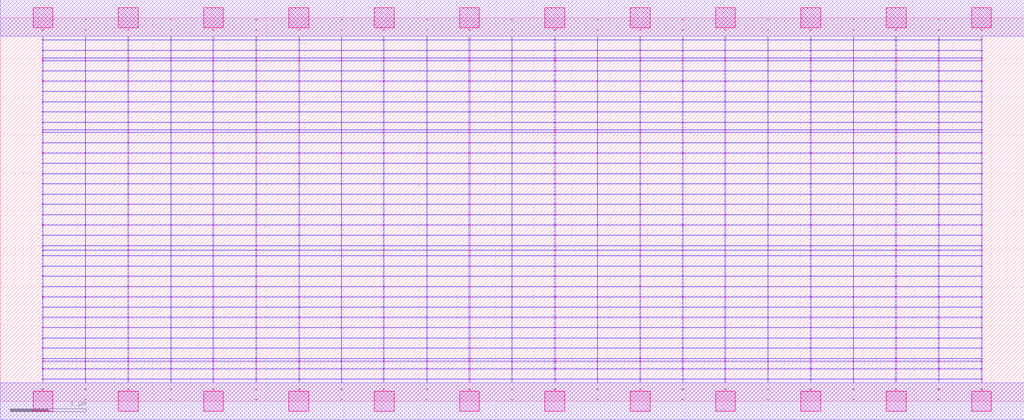
<source format=lef>
MACRO OAOOAI21131_DEBUG
 CLASS CORE ;
 FOREIGN OAOOAI21131_DEBUG 0 0 ;
 SIZE 13.44 BY 5.04 ;
 ORIGIN 0 0 ;
 SYMMETRY X Y R90 ;
 SITE unit ;

 OBS
    LAYER polycont ;
     RECT 6.71600000 2.58300000 6.72400000 2.59100000 ;
     RECT 6.71600000 2.71800000 6.72400000 2.72600000 ;
     RECT 6.71600000 2.85300000 6.72400000 2.86100000 ;
     RECT 6.71600000 2.98800000 6.72400000 2.99600000 ;
     RECT 8.95600000 2.58300000 8.96400000 2.59100000 ;
     RECT 9.51100000 2.58300000 9.52400000 2.59100000 ;
     RECT 10.07600000 2.58300000 10.08400000 2.59100000 ;
     RECT 10.63100000 2.58300000 10.64900000 2.59100000 ;
     RECT 11.19600000 2.58300000 11.20400000 2.59100000 ;
     RECT 11.75100000 2.58300000 11.76900000 2.59100000 ;
     RECT 12.31600000 2.58300000 12.32400000 2.59100000 ;
     RECT 12.87600000 2.58300000 12.88900000 2.59100000 ;
     RECT 7.27100000 2.58300000 7.28900000 2.59100000 ;
     RECT 7.27100000 2.71800000 7.28900000 2.72600000 ;
     RECT 7.83600000 2.71800000 7.84400000 2.72600000 ;
     RECT 8.39600000 2.71800000 8.40900000 2.72600000 ;
     RECT 8.95600000 2.71800000 8.96400000 2.72600000 ;
     RECT 9.51100000 2.71800000 9.52400000 2.72600000 ;
     RECT 10.07600000 2.71800000 10.08400000 2.72600000 ;
     RECT 10.63100000 2.71800000 10.64900000 2.72600000 ;
     RECT 11.19600000 2.71800000 11.20400000 2.72600000 ;
     RECT 11.75100000 2.71800000 11.76900000 2.72600000 ;
     RECT 12.31600000 2.71800000 12.32400000 2.72600000 ;
     RECT 12.87600000 2.71800000 12.88900000 2.72600000 ;
     RECT 7.83600000 2.58300000 7.84400000 2.59100000 ;
     RECT 7.27100000 2.85300000 7.28900000 2.86100000 ;
     RECT 7.83600000 2.85300000 7.84400000 2.86100000 ;
     RECT 8.39600000 2.85300000 8.40900000 2.86100000 ;
     RECT 8.95600000 2.85300000 8.96400000 2.86100000 ;
     RECT 9.51100000 2.85300000 9.52400000 2.86100000 ;
     RECT 10.07600000 2.85300000 10.08400000 2.86100000 ;
     RECT 10.63100000 2.85300000 10.64900000 2.86100000 ;
     RECT 11.19600000 2.85300000 11.20400000 2.86100000 ;
     RECT 11.75100000 2.85300000 11.76900000 2.86100000 ;
     RECT 12.31600000 2.85300000 12.32400000 2.86100000 ;
     RECT 12.87600000 2.85300000 12.88900000 2.86100000 ;
     RECT 8.39600000 2.58300000 8.40900000 2.59100000 ;
     RECT 7.27100000 2.98800000 7.28900000 2.99600000 ;
     RECT 7.83600000 2.98800000 7.84400000 2.99600000 ;
     RECT 8.39600000 2.98800000 8.40900000 2.99600000 ;
     RECT 8.95600000 2.98800000 8.96400000 2.99600000 ;
     RECT 9.51100000 2.98800000 9.52400000 2.99600000 ;
     RECT 10.07600000 2.98800000 10.08400000 2.99600000 ;
     RECT 10.63100000 2.98800000 10.64900000 2.99600000 ;
     RECT 11.19600000 2.98800000 11.20400000 2.99600000 ;
     RECT 11.75100000 2.98800000 11.76900000 2.99600000 ;
     RECT 12.31600000 2.98800000 12.32400000 2.99600000 ;
     RECT 12.87600000 2.98800000 12.88900000 2.99600000 ;
     RECT 8.95600000 3.12300000 8.96400000 3.13100000 ;
     RECT 8.95600000 3.25800000 8.96400000 3.26600000 ;
     RECT 8.95600000 3.39300000 8.96400000 3.40100000 ;
     RECT 8.95600000 3.52800000 8.96400000 3.53600000 ;
     RECT 8.95600000 3.56100000 8.96400000 3.56900000 ;
     RECT 8.95600000 3.66300000 8.96400000 3.67100000 ;
     RECT 8.95600000 3.79800000 8.96400000 3.80600000 ;
     RECT 8.95600000 3.93300000 8.96400000 3.94100000 ;
     RECT 8.95600000 4.06800000 8.96400000 4.07600000 ;
     RECT 8.95600000 4.20300000 8.96400000 4.21100000 ;
     RECT 8.95600000 4.33800000 8.96400000 4.34600000 ;
     RECT 8.95600000 4.47300000 8.96400000 4.48100000 ;
     RECT 8.95600000 4.51100000 8.96400000 4.51900000 ;
     RECT 8.95600000 4.60800000 8.96400000 4.61600000 ;
     RECT 8.95600000 4.74300000 8.96400000 4.75100000 ;
     RECT 8.95600000 4.87800000 8.96400000 4.88600000 ;
     RECT 5.03100000 2.71800000 5.04400000 2.72600000 ;
     RECT 5.59600000 2.71800000 5.60400000 2.72600000 ;
     RECT 6.15100000 2.71800000 6.16900000 2.72600000 ;
     RECT 1.11600000 2.58300000 1.12400000 2.59100000 ;
     RECT 1.67600000 2.58300000 1.68900000 2.59100000 ;
     RECT 0.55100000 2.98800000 0.56400000 2.99600000 ;
     RECT 1.11600000 2.98800000 1.12400000 2.99600000 ;
     RECT 1.67600000 2.98800000 1.68900000 2.99600000 ;
     RECT 2.23600000 2.98800000 2.24400000 2.99600000 ;
     RECT 2.79100000 2.98800000 2.80400000 2.99600000 ;
     RECT 3.35600000 2.98800000 3.36400000 2.99600000 ;
     RECT 3.91600000 2.98800000 3.92900000 2.99600000 ;
     RECT 4.47600000 2.98800000 4.48400000 2.99600000 ;
     RECT 5.03100000 2.98800000 5.04400000 2.99600000 ;
     RECT 5.59600000 2.98800000 5.60400000 2.99600000 ;
     RECT 6.15100000 2.98800000 6.16900000 2.99600000 ;
     RECT 2.23600000 2.58300000 2.24400000 2.59100000 ;
     RECT 2.79100000 2.58300000 2.80400000 2.59100000 ;
     RECT 3.35600000 2.58300000 3.36400000 2.59100000 ;
     RECT 3.91600000 2.58300000 3.92900000 2.59100000 ;
     RECT 4.47600000 2.58300000 4.48400000 2.59100000 ;
     RECT 5.03100000 2.58300000 5.04400000 2.59100000 ;
     RECT 5.59600000 2.58300000 5.60400000 2.59100000 ;
     RECT 6.15100000 2.58300000 6.16900000 2.59100000 ;
     RECT 0.55100000 2.58300000 0.56400000 2.59100000 ;
     RECT 0.55100000 2.71800000 0.56400000 2.72600000 ;
     RECT 0.55100000 2.85300000 0.56400000 2.86100000 ;
     RECT 1.11600000 2.85300000 1.12400000 2.86100000 ;
     RECT 2.23600000 3.12300000 2.24400000 3.13100000 ;
     RECT 4.47600000 3.12300000 4.48400000 3.13100000 ;
     RECT 1.67600000 2.85300000 1.68900000 2.86100000 ;
     RECT 2.23600000 3.25800000 2.24400000 3.26600000 ;
     RECT 4.47600000 3.25800000 4.48400000 3.26600000 ;
     RECT 2.23600000 2.85300000 2.24400000 2.86100000 ;
     RECT 2.23600000 3.39300000 2.24400000 3.40100000 ;
     RECT 4.47600000 3.39300000 4.48400000 3.40100000 ;
     RECT 2.79100000 2.85300000 2.80400000 2.86100000 ;
     RECT 2.23600000 3.52800000 2.24400000 3.53600000 ;
     RECT 4.47600000 3.52800000 4.48400000 3.53600000 ;
     RECT 3.35600000 2.85300000 3.36400000 2.86100000 ;
     RECT 2.23600000 3.56100000 2.24400000 3.56900000 ;
     RECT 4.47600000 3.56100000 4.48400000 3.56900000 ;
     RECT 3.91600000 2.85300000 3.92900000 2.86100000 ;
     RECT 2.23600000 3.66300000 2.24400000 3.67100000 ;
     RECT 4.47600000 3.66300000 4.48400000 3.67100000 ;
     RECT 4.47600000 2.85300000 4.48400000 2.86100000 ;
     RECT 2.23600000 3.79800000 2.24400000 3.80600000 ;
     RECT 4.47600000 3.79800000 4.48400000 3.80600000 ;
     RECT 5.03100000 2.85300000 5.04400000 2.86100000 ;
     RECT 2.23600000 3.93300000 2.24400000 3.94100000 ;
     RECT 4.47600000 3.93300000 4.48400000 3.94100000 ;
     RECT 5.59600000 2.85300000 5.60400000 2.86100000 ;
     RECT 2.23600000 4.06800000 2.24400000 4.07600000 ;
     RECT 4.47600000 4.06800000 4.48400000 4.07600000 ;
     RECT 6.15100000 2.85300000 6.16900000 2.86100000 ;
     RECT 2.23600000 4.20300000 2.24400000 4.21100000 ;
     RECT 4.47600000 4.20300000 4.48400000 4.21100000 ;
     RECT 1.11600000 2.71800000 1.12400000 2.72600000 ;
     RECT 2.23600000 4.33800000 2.24400000 4.34600000 ;
     RECT 4.47600000 4.33800000 4.48400000 4.34600000 ;
     RECT 1.67600000 2.71800000 1.68900000 2.72600000 ;
     RECT 2.23600000 4.47300000 2.24400000 4.48100000 ;
     RECT 4.47600000 4.47300000 4.48400000 4.48100000 ;
     RECT 2.23600000 2.71800000 2.24400000 2.72600000 ;
     RECT 2.23600000 4.51100000 2.24400000 4.51900000 ;
     RECT 4.47600000 4.51100000 4.48400000 4.51900000 ;
     RECT 2.79100000 2.71800000 2.80400000 2.72600000 ;
     RECT 2.23600000 4.60800000 2.24400000 4.61600000 ;
     RECT 4.47600000 4.60800000 4.48400000 4.61600000 ;
     RECT 3.35600000 2.71800000 3.36400000 2.72600000 ;
     RECT 2.23600000 4.74300000 2.24400000 4.75100000 ;
     RECT 4.47600000 4.74300000 4.48400000 4.75100000 ;
     RECT 3.91600000 2.71800000 3.92900000 2.72600000 ;
     RECT 2.23600000 4.87800000 2.24400000 4.88600000 ;
     RECT 4.47600000 4.87800000 4.48400000 4.88600000 ;
     RECT 4.47600000 2.71800000 4.48400000 2.72600000 ;
     RECT 4.47600000 0.15300000 4.48400000 0.16100000 ;
     RECT 4.47600000 0.28800000 4.48400000 0.29600000 ;
     RECT 4.47600000 0.42300000 4.48400000 0.43100000 ;
     RECT 4.47600000 0.52100000 4.48400000 0.52900000 ;
     RECT 4.47600000 0.55800000 4.48400000 0.56600000 ;
     RECT 4.47600000 0.69300000 4.48400000 0.70100000 ;
     RECT 4.47600000 0.82800000 4.48400000 0.83600000 ;
     RECT 4.47600000 0.96300000 4.48400000 0.97100000 ;
     RECT 4.47600000 1.09800000 4.48400000 1.10600000 ;
     RECT 4.47600000 1.23300000 4.48400000 1.24100000 ;
     RECT 4.47600000 1.36800000 4.48400000 1.37600000 ;
     RECT 4.47600000 1.50300000 4.48400000 1.51100000 ;
     RECT 4.47600000 1.63800000 4.48400000 1.64600000 ;
     RECT 4.47600000 1.77300000 4.48400000 1.78100000 ;
     RECT 4.47600000 1.90800000 4.48400000 1.91600000 ;
     RECT 4.47600000 1.98100000 4.48400000 1.98900000 ;
     RECT 4.47600000 2.04300000 4.48400000 2.05100000 ;
     RECT 4.47600000 2.17800000 4.48400000 2.18600000 ;
     RECT 4.47600000 2.31300000 4.48400000 2.32100000 ;
     RECT 4.47600000 2.44800000 4.48400000 2.45600000 ;
     RECT 11.19600000 0.52100000 11.20400000 0.52900000 ;
     RECT 11.19600000 2.04300000 11.20400000 2.05100000 ;
     RECT 11.75100000 2.04300000 11.76900000 2.05100000 ;
     RECT 12.31600000 2.04300000 12.32400000 2.05100000 ;
     RECT 12.87600000 2.04300000 12.88900000 2.05100000 ;
     RECT 11.75100000 0.52100000 11.76900000 0.52900000 ;
     RECT 11.19600000 2.17800000 11.20400000 2.18600000 ;
     RECT 11.75100000 2.17800000 11.76900000 2.18600000 ;
     RECT 12.31600000 2.17800000 12.32400000 2.18600000 ;
     RECT 12.87600000 2.17800000 12.88900000 2.18600000 ;
     RECT 12.31600000 0.52100000 12.32400000 0.52900000 ;
     RECT 11.19600000 2.31300000 11.20400000 2.32100000 ;
     RECT 11.75100000 2.31300000 11.76900000 2.32100000 ;
     RECT 12.31600000 2.31300000 12.32400000 2.32100000 ;
     RECT 12.87600000 2.31300000 12.88900000 2.32100000 ;
     RECT 12.87600000 0.52100000 12.88900000 0.52900000 ;
     RECT 11.19600000 2.44800000 11.20400000 2.45600000 ;
     RECT 11.75100000 2.44800000 11.76900000 2.45600000 ;
     RECT 12.31600000 2.44800000 12.32400000 2.45600000 ;
     RECT 12.87600000 2.44800000 12.88900000 2.45600000 ;
     RECT 12.87600000 0.15300000 12.88900000 0.16100000 ;
     RECT 11.19600000 0.55800000 11.20400000 0.56600000 ;
     RECT 11.75100000 0.55800000 11.76900000 0.56600000 ;
     RECT 12.31600000 0.55800000 12.32400000 0.56600000 ;
     RECT 12.87600000 0.55800000 12.88900000 0.56600000 ;
     RECT 11.19600000 0.15300000 11.20400000 0.16100000 ;
     RECT 11.19600000 0.69300000 11.20400000 0.70100000 ;
     RECT 11.75100000 0.69300000 11.76900000 0.70100000 ;
     RECT 12.31600000 0.69300000 12.32400000 0.70100000 ;
     RECT 12.87600000 0.69300000 12.88900000 0.70100000 ;
     RECT 11.19600000 0.28800000 11.20400000 0.29600000 ;
     RECT 11.19600000 0.82800000 11.20400000 0.83600000 ;
     RECT 11.75100000 0.82800000 11.76900000 0.83600000 ;
     RECT 12.31600000 0.82800000 12.32400000 0.83600000 ;
     RECT 12.87600000 0.82800000 12.88900000 0.83600000 ;
     RECT 11.75100000 0.28800000 11.76900000 0.29600000 ;
     RECT 11.19600000 0.96300000 11.20400000 0.97100000 ;
     RECT 11.75100000 0.96300000 11.76900000 0.97100000 ;
     RECT 12.31600000 0.96300000 12.32400000 0.97100000 ;
     RECT 12.87600000 0.96300000 12.88900000 0.97100000 ;
     RECT 12.31600000 0.28800000 12.32400000 0.29600000 ;
     RECT 11.19600000 1.09800000 11.20400000 1.10600000 ;
     RECT 11.75100000 1.09800000 11.76900000 1.10600000 ;
     RECT 12.31600000 1.09800000 12.32400000 1.10600000 ;
     RECT 12.87600000 1.09800000 12.88900000 1.10600000 ;
     RECT 12.87600000 0.28800000 12.88900000 0.29600000 ;
     RECT 11.19600000 1.23300000 11.20400000 1.24100000 ;
     RECT 11.75100000 1.23300000 11.76900000 1.24100000 ;
     RECT 12.31600000 1.23300000 12.32400000 1.24100000 ;
     RECT 12.87600000 1.23300000 12.88900000 1.24100000 ;
     RECT 11.75100000 0.15300000 11.76900000 0.16100000 ;
     RECT 11.19600000 1.36800000 11.20400000 1.37600000 ;
     RECT 11.75100000 1.36800000 11.76900000 1.37600000 ;
     RECT 12.31600000 1.36800000 12.32400000 1.37600000 ;
     RECT 12.87600000 1.36800000 12.88900000 1.37600000 ;
     RECT 11.19600000 0.42300000 11.20400000 0.43100000 ;
     RECT 11.19600000 1.50300000 11.20400000 1.51100000 ;
     RECT 11.75100000 1.50300000 11.76900000 1.51100000 ;
     RECT 12.31600000 1.50300000 12.32400000 1.51100000 ;
     RECT 12.87600000 1.50300000 12.88900000 1.51100000 ;
     RECT 11.75100000 0.42300000 11.76900000 0.43100000 ;
     RECT 11.19600000 1.63800000 11.20400000 1.64600000 ;
     RECT 11.75100000 1.63800000 11.76900000 1.64600000 ;
     RECT 12.31600000 1.63800000 12.32400000 1.64600000 ;
     RECT 12.87600000 1.63800000 12.88900000 1.64600000 ;
     RECT 12.31600000 0.42300000 12.32400000 0.43100000 ;
     RECT 11.19600000 1.77300000 11.20400000 1.78100000 ;
     RECT 11.75100000 1.77300000 11.76900000 1.78100000 ;
     RECT 12.31600000 1.77300000 12.32400000 1.78100000 ;
     RECT 12.87600000 1.77300000 12.88900000 1.78100000 ;
     RECT 12.87600000 0.42300000 12.88900000 0.43100000 ;
     RECT 11.19600000 1.90800000 11.20400000 1.91600000 ;
     RECT 11.75100000 1.90800000 11.76900000 1.91600000 ;
     RECT 12.31600000 1.90800000 12.32400000 1.91600000 ;
     RECT 12.87600000 1.90800000 12.88900000 1.91600000 ;
     RECT 12.31600000 0.15300000 12.32400000 0.16100000 ;
     RECT 11.19600000 1.98100000 11.20400000 1.98900000 ;
     RECT 11.75100000 1.98100000 11.76900000 1.98900000 ;
     RECT 12.31600000 1.98100000 12.32400000 1.98900000 ;
     RECT 12.87600000 1.98100000 12.88900000 1.98900000 ;

    LAYER pdiffc ;
     RECT 0.55100000 3.39300000 0.55900000 3.40100000 ;
     RECT 1.68100000 3.39300000 1.68900000 3.40100000 ;
     RECT 2.79100000 3.39300000 2.79900000 3.40100000 ;
     RECT 3.92100000 3.39300000 3.92900000 3.40100000 ;
     RECT 5.03100000 3.39300000 5.03900000 3.40100000 ;
     RECT 8.40100000 3.39300000 8.40900000 3.40100000 ;
     RECT 9.51100000 3.39300000 9.51900000 3.40100000 ;
     RECT 12.88100000 3.39300000 12.88900000 3.40100000 ;
     RECT 0.55100000 3.52800000 0.55900000 3.53600000 ;
     RECT 1.68100000 3.52800000 1.68900000 3.53600000 ;
     RECT 2.79100000 3.52800000 2.79900000 3.53600000 ;
     RECT 3.92100000 3.52800000 3.92900000 3.53600000 ;
     RECT 5.03100000 3.52800000 5.03900000 3.53600000 ;
     RECT 8.40100000 3.52800000 8.40900000 3.53600000 ;
     RECT 9.51100000 3.52800000 9.51900000 3.53600000 ;
     RECT 12.88100000 3.52800000 12.88900000 3.53600000 ;
     RECT 0.55100000 3.56100000 0.55900000 3.56900000 ;
     RECT 1.68100000 3.56100000 1.68900000 3.56900000 ;
     RECT 2.79100000 3.56100000 2.79900000 3.56900000 ;
     RECT 3.92100000 3.56100000 3.92900000 3.56900000 ;
     RECT 5.03100000 3.56100000 5.03900000 3.56900000 ;
     RECT 8.40100000 3.56100000 8.40900000 3.56900000 ;
     RECT 9.51100000 3.56100000 9.51900000 3.56900000 ;
     RECT 12.88100000 3.56100000 12.88900000 3.56900000 ;
     RECT 0.55100000 3.66300000 0.55900000 3.67100000 ;
     RECT 1.68100000 3.66300000 1.68900000 3.67100000 ;
     RECT 2.79100000 3.66300000 2.79900000 3.67100000 ;
     RECT 3.92100000 3.66300000 3.92900000 3.67100000 ;
     RECT 5.03100000 3.66300000 5.03900000 3.67100000 ;
     RECT 8.40100000 3.66300000 8.40900000 3.67100000 ;
     RECT 9.51100000 3.66300000 9.51900000 3.67100000 ;
     RECT 12.88100000 3.66300000 12.88900000 3.67100000 ;
     RECT 0.55100000 3.79800000 0.55900000 3.80600000 ;
     RECT 1.68100000 3.79800000 1.68900000 3.80600000 ;
     RECT 2.79100000 3.79800000 2.79900000 3.80600000 ;
     RECT 3.92100000 3.79800000 3.92900000 3.80600000 ;
     RECT 5.03100000 3.79800000 5.03900000 3.80600000 ;
     RECT 8.40100000 3.79800000 8.40900000 3.80600000 ;
     RECT 9.51100000 3.79800000 9.51900000 3.80600000 ;
     RECT 12.88100000 3.79800000 12.88900000 3.80600000 ;
     RECT 0.55100000 3.93300000 0.55900000 3.94100000 ;
     RECT 1.68100000 3.93300000 1.68900000 3.94100000 ;
     RECT 2.79100000 3.93300000 2.79900000 3.94100000 ;
     RECT 3.92100000 3.93300000 3.92900000 3.94100000 ;
     RECT 5.03100000 3.93300000 5.03900000 3.94100000 ;
     RECT 8.40100000 3.93300000 8.40900000 3.94100000 ;
     RECT 9.51100000 3.93300000 9.51900000 3.94100000 ;
     RECT 12.88100000 3.93300000 12.88900000 3.94100000 ;
     RECT 0.55100000 4.06800000 0.55900000 4.07600000 ;
     RECT 1.68100000 4.06800000 1.68900000 4.07600000 ;
     RECT 2.79100000 4.06800000 2.79900000 4.07600000 ;
     RECT 3.92100000 4.06800000 3.92900000 4.07600000 ;
     RECT 5.03100000 4.06800000 5.03900000 4.07600000 ;
     RECT 8.40100000 4.06800000 8.40900000 4.07600000 ;
     RECT 9.51100000 4.06800000 9.51900000 4.07600000 ;
     RECT 12.88100000 4.06800000 12.88900000 4.07600000 ;
     RECT 0.55100000 4.20300000 0.55900000 4.21100000 ;
     RECT 1.68100000 4.20300000 1.68900000 4.21100000 ;
     RECT 2.79100000 4.20300000 2.79900000 4.21100000 ;
     RECT 3.92100000 4.20300000 3.92900000 4.21100000 ;
     RECT 5.03100000 4.20300000 5.03900000 4.21100000 ;
     RECT 8.40100000 4.20300000 8.40900000 4.21100000 ;
     RECT 9.51100000 4.20300000 9.51900000 4.21100000 ;
     RECT 12.88100000 4.20300000 12.88900000 4.21100000 ;
     RECT 0.55100000 4.33800000 0.55900000 4.34600000 ;
     RECT 1.68100000 4.33800000 1.68900000 4.34600000 ;
     RECT 2.79100000 4.33800000 2.79900000 4.34600000 ;
     RECT 3.92100000 4.33800000 3.92900000 4.34600000 ;
     RECT 5.03100000 4.33800000 5.03900000 4.34600000 ;
     RECT 8.40100000 4.33800000 8.40900000 4.34600000 ;
     RECT 9.51100000 4.33800000 9.51900000 4.34600000 ;
     RECT 12.88100000 4.33800000 12.88900000 4.34600000 ;
     RECT 0.55100000 4.47300000 0.55900000 4.48100000 ;
     RECT 1.68100000 4.47300000 1.68900000 4.48100000 ;
     RECT 2.79100000 4.47300000 2.79900000 4.48100000 ;
     RECT 3.92100000 4.47300000 3.92900000 4.48100000 ;
     RECT 5.03100000 4.47300000 5.03900000 4.48100000 ;
     RECT 8.40100000 4.47300000 8.40900000 4.48100000 ;
     RECT 9.51100000 4.47300000 9.51900000 4.48100000 ;
     RECT 12.88100000 4.47300000 12.88900000 4.48100000 ;
     RECT 0.55100000 4.51100000 0.55900000 4.51900000 ;
     RECT 1.68100000 4.51100000 1.68900000 4.51900000 ;
     RECT 2.79100000 4.51100000 2.79900000 4.51900000 ;
     RECT 3.92100000 4.51100000 3.92900000 4.51900000 ;
     RECT 5.03100000 4.51100000 5.03900000 4.51900000 ;
     RECT 8.40100000 4.51100000 8.40900000 4.51900000 ;
     RECT 9.51100000 4.51100000 9.51900000 4.51900000 ;
     RECT 12.88100000 4.51100000 12.88900000 4.51900000 ;
     RECT 0.55100000 4.60800000 0.55900000 4.61600000 ;
     RECT 1.68100000 4.60800000 1.68900000 4.61600000 ;
     RECT 2.79100000 4.60800000 2.79900000 4.61600000 ;
     RECT 3.92100000 4.60800000 3.92900000 4.61600000 ;
     RECT 5.03100000 4.60800000 5.03900000 4.61600000 ;
     RECT 8.40100000 4.60800000 8.40900000 4.61600000 ;
     RECT 9.51100000 4.60800000 9.51900000 4.61600000 ;
     RECT 12.88100000 4.60800000 12.88900000 4.61600000 ;

    LAYER ndiffc ;
     RECT 6.15100000 0.42300000 6.16900000 0.43100000 ;
     RECT 7.27100000 0.42300000 7.28900000 0.43100000 ;
     RECT 8.39600000 0.42300000 8.40900000 0.43100000 ;
     RECT 9.51100000 0.42300000 9.52400000 0.43100000 ;
     RECT 10.63100000 0.42300000 10.64900000 0.43100000 ;
     RECT 6.15100000 0.52100000 6.16900000 0.52900000 ;
     RECT 7.27100000 0.52100000 7.28900000 0.52900000 ;
     RECT 8.39600000 0.52100000 8.40900000 0.52900000 ;
     RECT 9.51100000 0.52100000 9.52400000 0.52900000 ;
     RECT 10.63100000 0.52100000 10.64900000 0.52900000 ;
     RECT 6.15100000 0.55800000 6.16900000 0.56600000 ;
     RECT 7.27100000 0.55800000 7.28900000 0.56600000 ;
     RECT 8.39600000 0.55800000 8.40900000 0.56600000 ;
     RECT 9.51100000 0.55800000 9.52400000 0.56600000 ;
     RECT 10.63100000 0.55800000 10.64900000 0.56600000 ;
     RECT 6.15100000 0.69300000 6.16900000 0.70100000 ;
     RECT 7.27100000 0.69300000 7.28900000 0.70100000 ;
     RECT 8.39600000 0.69300000 8.40900000 0.70100000 ;
     RECT 9.51100000 0.69300000 9.52400000 0.70100000 ;
     RECT 10.63100000 0.69300000 10.64900000 0.70100000 ;
     RECT 6.15100000 0.82800000 6.16900000 0.83600000 ;
     RECT 7.27100000 0.82800000 7.28900000 0.83600000 ;
     RECT 8.39600000 0.82800000 8.40900000 0.83600000 ;
     RECT 9.51100000 0.82800000 9.52400000 0.83600000 ;
     RECT 10.63100000 0.82800000 10.64900000 0.83600000 ;
     RECT 6.15100000 0.96300000 6.16900000 0.97100000 ;
     RECT 7.27100000 0.96300000 7.28900000 0.97100000 ;
     RECT 8.39600000 0.96300000 8.40900000 0.97100000 ;
     RECT 9.51100000 0.96300000 9.52400000 0.97100000 ;
     RECT 10.63100000 0.96300000 10.64900000 0.97100000 ;
     RECT 6.15100000 1.09800000 6.16900000 1.10600000 ;
     RECT 7.27100000 1.09800000 7.28900000 1.10600000 ;
     RECT 8.39600000 1.09800000 8.40900000 1.10600000 ;
     RECT 9.51100000 1.09800000 9.52400000 1.10600000 ;
     RECT 10.63100000 1.09800000 10.64900000 1.10600000 ;
     RECT 6.15100000 1.23300000 6.16900000 1.24100000 ;
     RECT 7.27100000 1.23300000 7.28900000 1.24100000 ;
     RECT 8.39600000 1.23300000 8.40900000 1.24100000 ;
     RECT 9.51100000 1.23300000 9.52400000 1.24100000 ;
     RECT 10.63100000 1.23300000 10.64900000 1.24100000 ;
     RECT 6.15100000 1.36800000 6.16900000 1.37600000 ;
     RECT 7.27100000 1.36800000 7.28900000 1.37600000 ;
     RECT 8.39600000 1.36800000 8.40900000 1.37600000 ;
     RECT 9.51100000 1.36800000 9.52400000 1.37600000 ;
     RECT 10.63100000 1.36800000 10.64900000 1.37600000 ;
     RECT 6.15100000 1.50300000 6.16900000 1.51100000 ;
     RECT 7.27100000 1.50300000 7.28900000 1.51100000 ;
     RECT 8.39600000 1.50300000 8.40900000 1.51100000 ;
     RECT 9.51100000 1.50300000 9.52400000 1.51100000 ;
     RECT 10.63100000 1.50300000 10.64900000 1.51100000 ;
     RECT 6.15100000 1.63800000 6.16900000 1.64600000 ;
     RECT 7.27100000 1.63800000 7.28900000 1.64600000 ;
     RECT 8.39600000 1.63800000 8.40900000 1.64600000 ;
     RECT 9.51100000 1.63800000 9.52400000 1.64600000 ;
     RECT 10.63100000 1.63800000 10.64900000 1.64600000 ;
     RECT 6.15100000 1.77300000 6.16900000 1.78100000 ;
     RECT 7.27100000 1.77300000 7.28900000 1.78100000 ;
     RECT 8.39600000 1.77300000 8.40900000 1.78100000 ;
     RECT 9.51100000 1.77300000 9.52400000 1.78100000 ;
     RECT 10.63100000 1.77300000 10.64900000 1.78100000 ;
     RECT 6.15100000 1.90800000 6.16900000 1.91600000 ;
     RECT 7.27100000 1.90800000 7.28900000 1.91600000 ;
     RECT 8.39600000 1.90800000 8.40900000 1.91600000 ;
     RECT 9.51100000 1.90800000 9.52400000 1.91600000 ;
     RECT 10.63100000 1.90800000 10.64900000 1.91600000 ;
     RECT 6.15100000 1.98100000 6.16900000 1.98900000 ;
     RECT 7.27100000 1.98100000 7.28900000 1.98900000 ;
     RECT 8.39600000 1.98100000 8.40900000 1.98900000 ;
     RECT 9.51100000 1.98100000 9.52400000 1.98900000 ;
     RECT 10.63100000 1.98100000 10.64900000 1.98900000 ;
     RECT 6.15100000 2.04300000 6.16900000 2.05100000 ;
     RECT 7.27100000 2.04300000 7.28900000 2.05100000 ;
     RECT 8.39600000 2.04300000 8.40900000 2.05100000 ;
     RECT 9.51100000 2.04300000 9.52400000 2.05100000 ;
     RECT 10.63100000 2.04300000 10.64900000 2.05100000 ;
     RECT 0.55100000 0.42300000 0.56400000 0.43100000 ;
     RECT 1.67600000 0.42300000 1.68900000 0.43100000 ;
     RECT 2.79100000 0.42300000 2.80400000 0.43100000 ;
     RECT 3.91600000 0.42300000 3.92900000 0.43100000 ;
     RECT 5.03100000 0.42300000 5.04400000 0.43100000 ;
     RECT 0.55100000 1.36800000 0.56400000 1.37600000 ;
     RECT 1.67600000 1.36800000 1.68900000 1.37600000 ;
     RECT 2.79100000 1.36800000 2.80400000 1.37600000 ;
     RECT 3.91600000 1.36800000 3.92900000 1.37600000 ;
     RECT 5.03100000 1.36800000 5.04400000 1.37600000 ;
     RECT 0.55100000 0.82800000 0.56400000 0.83600000 ;
     RECT 1.67600000 0.82800000 1.68900000 0.83600000 ;
     RECT 2.79100000 0.82800000 2.80400000 0.83600000 ;
     RECT 3.91600000 0.82800000 3.92900000 0.83600000 ;
     RECT 5.03100000 0.82800000 5.04400000 0.83600000 ;
     RECT 0.55100000 1.50300000 0.56400000 1.51100000 ;
     RECT 1.67600000 1.50300000 1.68900000 1.51100000 ;
     RECT 2.79100000 1.50300000 2.80400000 1.51100000 ;
     RECT 3.91600000 1.50300000 3.92900000 1.51100000 ;
     RECT 5.03100000 1.50300000 5.04400000 1.51100000 ;
     RECT 0.55100000 0.55800000 0.56400000 0.56600000 ;
     RECT 1.67600000 0.55800000 1.68900000 0.56600000 ;
     RECT 2.79100000 0.55800000 2.80400000 0.56600000 ;
     RECT 3.91600000 0.55800000 3.92900000 0.56600000 ;
     RECT 5.03100000 0.55800000 5.04400000 0.56600000 ;
     RECT 0.55100000 1.63800000 0.56400000 1.64600000 ;
     RECT 1.67600000 1.63800000 1.68900000 1.64600000 ;
     RECT 2.79100000 1.63800000 2.80400000 1.64600000 ;
     RECT 3.91600000 1.63800000 3.92900000 1.64600000 ;
     RECT 5.03100000 1.63800000 5.04400000 1.64600000 ;
     RECT 0.55100000 0.96300000 0.56400000 0.97100000 ;
     RECT 1.67600000 0.96300000 1.68900000 0.97100000 ;
     RECT 2.79100000 0.96300000 2.80400000 0.97100000 ;
     RECT 3.91600000 0.96300000 3.92900000 0.97100000 ;
     RECT 5.03100000 0.96300000 5.04400000 0.97100000 ;
     RECT 0.55100000 1.77300000 0.56400000 1.78100000 ;
     RECT 1.67600000 1.77300000 1.68900000 1.78100000 ;
     RECT 2.79100000 1.77300000 2.80400000 1.78100000 ;
     RECT 3.91600000 1.77300000 3.92900000 1.78100000 ;
     RECT 5.03100000 1.77300000 5.04400000 1.78100000 ;
     RECT 0.55100000 0.52100000 0.56400000 0.52900000 ;
     RECT 1.67600000 0.52100000 1.68900000 0.52900000 ;
     RECT 2.79100000 0.52100000 2.80400000 0.52900000 ;
     RECT 3.91600000 0.52100000 3.92900000 0.52900000 ;
     RECT 5.03100000 0.52100000 5.04400000 0.52900000 ;
     RECT 0.55100000 1.90800000 0.56400000 1.91600000 ;
     RECT 1.67600000 1.90800000 1.68900000 1.91600000 ;
     RECT 2.79100000 1.90800000 2.80400000 1.91600000 ;
     RECT 3.91600000 1.90800000 3.92900000 1.91600000 ;
     RECT 5.03100000 1.90800000 5.04400000 1.91600000 ;
     RECT 0.55100000 1.09800000 0.56400000 1.10600000 ;
     RECT 1.67600000 1.09800000 1.68900000 1.10600000 ;
     RECT 2.79100000 1.09800000 2.80400000 1.10600000 ;
     RECT 3.91600000 1.09800000 3.92900000 1.10600000 ;
     RECT 5.03100000 1.09800000 5.04400000 1.10600000 ;
     RECT 0.55100000 1.98100000 0.56400000 1.98900000 ;
     RECT 1.67600000 1.98100000 1.68900000 1.98900000 ;
     RECT 2.79100000 1.98100000 2.80400000 1.98900000 ;
     RECT 3.91600000 1.98100000 3.92900000 1.98900000 ;
     RECT 5.03100000 1.98100000 5.04400000 1.98900000 ;
     RECT 0.55100000 0.69300000 0.56400000 0.70100000 ;
     RECT 1.67600000 0.69300000 1.68900000 0.70100000 ;
     RECT 2.79100000 0.69300000 2.80400000 0.70100000 ;
     RECT 3.91600000 0.69300000 3.92900000 0.70100000 ;
     RECT 5.03100000 0.69300000 5.04400000 0.70100000 ;
     RECT 0.55100000 2.04300000 0.56400000 2.05100000 ;
     RECT 1.67600000 2.04300000 1.68900000 2.05100000 ;
     RECT 2.79100000 2.04300000 2.80400000 2.05100000 ;
     RECT 3.91600000 2.04300000 3.92900000 2.05100000 ;
     RECT 5.03100000 2.04300000 5.04400000 2.05100000 ;
     RECT 0.55100000 1.23300000 0.56400000 1.24100000 ;
     RECT 1.67600000 1.23300000 1.68900000 1.24100000 ;
     RECT 2.79100000 1.23300000 2.80400000 1.24100000 ;
     RECT 3.91600000 1.23300000 3.92900000 1.24100000 ;
     RECT 5.03100000 1.23300000 5.04400000 1.24100000 ;

    LAYER met1 ;
     RECT 0.00000000 -0.24000000 13.44000000 0.24000000 ;
     RECT 6.71600000 0.24000000 6.72400000 0.28800000 ;
     RECT 0.55100000 0.28800000 12.88900000 0.29600000 ;
     RECT 6.71600000 0.29600000 6.72400000 0.42300000 ;
     RECT 0.55100000 0.42300000 12.88900000 0.43100000 ;
     RECT 6.71600000 0.43100000 6.72400000 0.52100000 ;
     RECT 0.55100000 0.52100000 12.88900000 0.52900000 ;
     RECT 6.71600000 0.52900000 6.72400000 0.55800000 ;
     RECT 0.55100000 0.55800000 12.88900000 0.56600000 ;
     RECT 6.71600000 0.56600000 6.72400000 0.69300000 ;
     RECT 0.55100000 0.69300000 12.88900000 0.70100000 ;
     RECT 6.71600000 0.70100000 6.72400000 0.82800000 ;
     RECT 0.55100000 0.82800000 12.88900000 0.83600000 ;
     RECT 6.71600000 0.83600000 6.72400000 0.96300000 ;
     RECT 0.55100000 0.96300000 12.88900000 0.97100000 ;
     RECT 6.71600000 0.97100000 6.72400000 1.09800000 ;
     RECT 0.55100000 1.09800000 12.88900000 1.10600000 ;
     RECT 6.71600000 1.10600000 6.72400000 1.23300000 ;
     RECT 0.55100000 1.23300000 12.88900000 1.24100000 ;
     RECT 6.71600000 1.24100000 6.72400000 1.36800000 ;
     RECT 0.55100000 1.36800000 12.88900000 1.37600000 ;
     RECT 6.71600000 1.37600000 6.72400000 1.50300000 ;
     RECT 0.55100000 1.50300000 12.88900000 1.51100000 ;
     RECT 6.71600000 1.51100000 6.72400000 1.63800000 ;
     RECT 0.55100000 1.63800000 12.88900000 1.64600000 ;
     RECT 6.71600000 1.64600000 6.72400000 1.77300000 ;
     RECT 0.55100000 1.77300000 12.88900000 1.78100000 ;
     RECT 6.71600000 1.78100000 6.72400000 1.90800000 ;
     RECT 0.55100000 1.90800000 12.88900000 1.91600000 ;
     RECT 6.71600000 1.91600000 6.72400000 1.98100000 ;
     RECT 0.55100000 1.98100000 12.88900000 1.98900000 ;
     RECT 6.71600000 1.98900000 6.72400000 2.04300000 ;
     RECT 0.55100000 2.04300000 12.88900000 2.05100000 ;
     RECT 6.71600000 2.05100000 6.72400000 2.17800000 ;
     RECT 0.55100000 2.17800000 12.88900000 2.18600000 ;
     RECT 6.71600000 2.18600000 6.72400000 2.31300000 ;
     RECT 0.55100000 2.31300000 12.88900000 2.32100000 ;
     RECT 6.71600000 2.32100000 6.72400000 2.44800000 ;
     RECT 0.55100000 2.44800000 12.88900000 2.45600000 ;
     RECT 0.55100000 2.45600000 0.56400000 2.58300000 ;
     RECT 1.11600000 2.45600000 1.12400000 2.58300000 ;
     RECT 1.67600000 2.45600000 1.68900000 2.58300000 ;
     RECT 2.23600000 2.45600000 2.24400000 2.58300000 ;
     RECT 2.79100000 2.45600000 2.80400000 2.58300000 ;
     RECT 3.35600000 2.45600000 3.36400000 2.58300000 ;
     RECT 3.91600000 2.45600000 3.92900000 2.58300000 ;
     RECT 4.47600000 2.45600000 4.48400000 2.58300000 ;
     RECT 5.03100000 2.45600000 5.04400000 2.58300000 ;
     RECT 5.59600000 2.45600000 5.60400000 2.58300000 ;
     RECT 6.15100000 2.45600000 6.16900000 2.58300000 ;
     RECT 6.71600000 2.45600000 6.72400000 2.58300000 ;
     RECT 7.27100000 2.45600000 7.28900000 2.58300000 ;
     RECT 7.83600000 2.45600000 7.84400000 2.58300000 ;
     RECT 8.39600000 2.45600000 8.40900000 2.58300000 ;
     RECT 8.95600000 2.45600000 8.96400000 2.58300000 ;
     RECT 9.51100000 2.45600000 9.52400000 2.58300000 ;
     RECT 10.07600000 2.45600000 10.08400000 2.58300000 ;
     RECT 10.63100000 2.45600000 10.64900000 2.58300000 ;
     RECT 11.19600000 2.45600000 11.20400000 2.58300000 ;
     RECT 11.75100000 2.45600000 11.76900000 2.58300000 ;
     RECT 12.31600000 2.45600000 12.32400000 2.58300000 ;
     RECT 12.87600000 2.45600000 12.88900000 2.58300000 ;
     RECT 0.55100000 2.58300000 12.88900000 2.59100000 ;
     RECT 6.71600000 2.59100000 6.72400000 2.71800000 ;
     RECT 0.55100000 2.71800000 12.88900000 2.72600000 ;
     RECT 6.71600000 2.72600000 6.72400000 2.85300000 ;
     RECT 0.55100000 2.85300000 12.88900000 2.86100000 ;
     RECT 6.71600000 2.86100000 6.72400000 2.98800000 ;
     RECT 0.55100000 2.98800000 12.88900000 2.99600000 ;
     RECT 6.71600000 2.99600000 6.72400000 3.12300000 ;
     RECT 0.55100000 3.12300000 12.88900000 3.13100000 ;
     RECT 6.71600000 3.13100000 6.72400000 3.25800000 ;
     RECT 0.55100000 3.25800000 12.88900000 3.26600000 ;
     RECT 6.71600000 3.26600000 6.72400000 3.39300000 ;
     RECT 0.55100000 3.39300000 12.88900000 3.40100000 ;
     RECT 6.71600000 3.40100000 6.72400000 3.52800000 ;
     RECT 0.55100000 3.52800000 12.88900000 3.53600000 ;
     RECT 6.71600000 3.53600000 6.72400000 3.56100000 ;
     RECT 0.55100000 3.56100000 12.88900000 3.56900000 ;
     RECT 6.71600000 3.56900000 6.72400000 3.66300000 ;
     RECT 0.55100000 3.66300000 12.88900000 3.67100000 ;
     RECT 6.71600000 3.67100000 6.72400000 3.79800000 ;
     RECT 0.55100000 3.79800000 12.88900000 3.80600000 ;
     RECT 6.71600000 3.80600000 6.72400000 3.93300000 ;
     RECT 0.55100000 3.93300000 12.88900000 3.94100000 ;
     RECT 6.71600000 3.94100000 6.72400000 4.06800000 ;
     RECT 0.55100000 4.06800000 12.88900000 4.07600000 ;
     RECT 6.71600000 4.07600000 6.72400000 4.20300000 ;
     RECT 0.55100000 4.20300000 12.88900000 4.21100000 ;
     RECT 6.71600000 4.21100000 6.72400000 4.33800000 ;
     RECT 0.55100000 4.33800000 12.88900000 4.34600000 ;
     RECT 6.71600000 4.34600000 6.72400000 4.47300000 ;
     RECT 0.55100000 4.47300000 12.88900000 4.48100000 ;
     RECT 6.71600000 4.48100000 6.72400000 4.51100000 ;
     RECT 0.55100000 4.51100000 12.88900000 4.51900000 ;
     RECT 6.71600000 4.51900000 6.72400000 4.60800000 ;
     RECT 0.55100000 4.60800000 12.88900000 4.61600000 ;
     RECT 6.71600000 4.61600000 6.72400000 4.74300000 ;
     RECT 0.55100000 4.74300000 12.88900000 4.75100000 ;
     RECT 6.71600000 4.75100000 6.72400000 4.80000000 ;
     RECT 0.00000000 4.80000000 13.44000000 5.28000000 ;
     RECT 10.07600000 2.59100000 10.08400000 2.71800000 ;
     RECT 10.07600000 2.99600000 10.08400000 3.12300000 ;
     RECT 10.07600000 3.13100000 10.08400000 3.25800000 ;
     RECT 10.07600000 3.26600000 10.08400000 3.39300000 ;
     RECT 10.07600000 3.40100000 10.08400000 3.52800000 ;
     RECT 10.07600000 3.53600000 10.08400000 3.56100000 ;
     RECT 10.07600000 3.56900000 10.08400000 3.66300000 ;
     RECT 10.07600000 3.67100000 10.08400000 3.79800000 ;
     RECT 10.07600000 2.72600000 10.08400000 2.85300000 ;
     RECT 7.27100000 3.80600000 7.28900000 3.93300000 ;
     RECT 7.83600000 3.80600000 7.84400000 3.93300000 ;
     RECT 8.39600000 3.80600000 8.40900000 3.93300000 ;
     RECT 8.95600000 3.80600000 8.96400000 3.93300000 ;
     RECT 9.51100000 3.80600000 9.52400000 3.93300000 ;
     RECT 10.07600000 3.80600000 10.08400000 3.93300000 ;
     RECT 10.63100000 3.80600000 10.64900000 3.93300000 ;
     RECT 11.19600000 3.80600000 11.20400000 3.93300000 ;
     RECT 11.75100000 3.80600000 11.76900000 3.93300000 ;
     RECT 12.31600000 3.80600000 12.32400000 3.93300000 ;
     RECT 12.87600000 3.80600000 12.88900000 3.93300000 ;
     RECT 10.07600000 3.94100000 10.08400000 4.06800000 ;
     RECT 10.07600000 4.07600000 10.08400000 4.20300000 ;
     RECT 10.07600000 4.21100000 10.08400000 4.33800000 ;
     RECT 10.07600000 4.34600000 10.08400000 4.47300000 ;
     RECT 10.07600000 4.48100000 10.08400000 4.51100000 ;
     RECT 10.07600000 2.86100000 10.08400000 2.98800000 ;
     RECT 10.07600000 4.51900000 10.08400000 4.60800000 ;
     RECT 10.07600000 4.61600000 10.08400000 4.74300000 ;
     RECT 10.07600000 4.75100000 10.08400000 4.80000000 ;
     RECT 11.75100000 4.07600000 11.76900000 4.20300000 ;
     RECT 12.31600000 4.07600000 12.32400000 4.20300000 ;
     RECT 12.87600000 4.07600000 12.88900000 4.20300000 ;
     RECT 11.19600000 3.94100000 11.20400000 4.06800000 ;
     RECT 10.63100000 4.21100000 10.64900000 4.33800000 ;
     RECT 11.19600000 4.21100000 11.20400000 4.33800000 ;
     RECT 11.75100000 4.21100000 11.76900000 4.33800000 ;
     RECT 12.31600000 4.21100000 12.32400000 4.33800000 ;
     RECT 12.87600000 4.21100000 12.88900000 4.33800000 ;
     RECT 11.75100000 3.94100000 11.76900000 4.06800000 ;
     RECT 10.63100000 4.34600000 10.64900000 4.47300000 ;
     RECT 11.19600000 4.34600000 11.20400000 4.47300000 ;
     RECT 11.75100000 4.34600000 11.76900000 4.47300000 ;
     RECT 12.31600000 4.34600000 12.32400000 4.47300000 ;
     RECT 12.87600000 4.34600000 12.88900000 4.47300000 ;
     RECT 12.31600000 3.94100000 12.32400000 4.06800000 ;
     RECT 10.63100000 4.48100000 10.64900000 4.51100000 ;
     RECT 11.19600000 4.48100000 11.20400000 4.51100000 ;
     RECT 11.75100000 4.48100000 11.76900000 4.51100000 ;
     RECT 12.31600000 4.48100000 12.32400000 4.51100000 ;
     RECT 12.87600000 4.48100000 12.88900000 4.51100000 ;
     RECT 12.87600000 3.94100000 12.88900000 4.06800000 ;
     RECT 10.63100000 3.94100000 10.64900000 4.06800000 ;
     RECT 10.63100000 4.51900000 10.64900000 4.60800000 ;
     RECT 11.19600000 4.51900000 11.20400000 4.60800000 ;
     RECT 11.75100000 4.51900000 11.76900000 4.60800000 ;
     RECT 12.31600000 4.51900000 12.32400000 4.60800000 ;
     RECT 12.87600000 4.51900000 12.88900000 4.60800000 ;
     RECT 10.63100000 4.07600000 10.64900000 4.20300000 ;
     RECT 10.63100000 4.61600000 10.64900000 4.74300000 ;
     RECT 11.19600000 4.61600000 11.20400000 4.74300000 ;
     RECT 11.75100000 4.61600000 11.76900000 4.74300000 ;
     RECT 12.31600000 4.61600000 12.32400000 4.74300000 ;
     RECT 12.87600000 4.61600000 12.88900000 4.74300000 ;
     RECT 11.19600000 4.07600000 11.20400000 4.20300000 ;
     RECT 10.63100000 4.75100000 10.64900000 4.80000000 ;
     RECT 11.19600000 4.75100000 11.20400000 4.80000000 ;
     RECT 11.75100000 4.75100000 11.76900000 4.80000000 ;
     RECT 12.31600000 4.75100000 12.32400000 4.80000000 ;
     RECT 12.87600000 4.75100000 12.88900000 4.80000000 ;
     RECT 8.39600000 4.21100000 8.40900000 4.33800000 ;
     RECT 8.95600000 4.21100000 8.96400000 4.33800000 ;
     RECT 9.51100000 4.21100000 9.52400000 4.33800000 ;
     RECT 7.83600000 4.07600000 7.84400000 4.20300000 ;
     RECT 8.39600000 4.07600000 8.40900000 4.20300000 ;
     RECT 8.95600000 4.07600000 8.96400000 4.20300000 ;
     RECT 9.51100000 4.07600000 9.52400000 4.20300000 ;
     RECT 7.27100000 4.51900000 7.28900000 4.60800000 ;
     RECT 7.83600000 4.51900000 7.84400000 4.60800000 ;
     RECT 8.39600000 4.51900000 8.40900000 4.60800000 ;
     RECT 8.95600000 4.51900000 8.96400000 4.60800000 ;
     RECT 9.51100000 4.51900000 9.52400000 4.60800000 ;
     RECT 7.83600000 3.94100000 7.84400000 4.06800000 ;
     RECT 8.39600000 3.94100000 8.40900000 4.06800000 ;
     RECT 7.27100000 4.34600000 7.28900000 4.47300000 ;
     RECT 7.83600000 4.34600000 7.84400000 4.47300000 ;
     RECT 8.39600000 4.34600000 8.40900000 4.47300000 ;
     RECT 8.95600000 4.34600000 8.96400000 4.47300000 ;
     RECT 7.27100000 4.61600000 7.28900000 4.74300000 ;
     RECT 7.83600000 4.61600000 7.84400000 4.74300000 ;
     RECT 8.39600000 4.61600000 8.40900000 4.74300000 ;
     RECT 8.95600000 4.61600000 8.96400000 4.74300000 ;
     RECT 9.51100000 4.61600000 9.52400000 4.74300000 ;
     RECT 9.51100000 4.34600000 9.52400000 4.47300000 ;
     RECT 8.95600000 3.94100000 8.96400000 4.06800000 ;
     RECT 9.51100000 3.94100000 9.52400000 4.06800000 ;
     RECT 7.27100000 3.94100000 7.28900000 4.06800000 ;
     RECT 7.27100000 4.07600000 7.28900000 4.20300000 ;
     RECT 7.27100000 4.21100000 7.28900000 4.33800000 ;
     RECT 7.27100000 4.75100000 7.28900000 4.80000000 ;
     RECT 7.83600000 4.75100000 7.84400000 4.80000000 ;
     RECT 8.39600000 4.75100000 8.40900000 4.80000000 ;
     RECT 8.95600000 4.75100000 8.96400000 4.80000000 ;
     RECT 9.51100000 4.75100000 9.52400000 4.80000000 ;
     RECT 7.83600000 4.21100000 7.84400000 4.33800000 ;
     RECT 7.27100000 4.48100000 7.28900000 4.51100000 ;
     RECT 7.83600000 4.48100000 7.84400000 4.51100000 ;
     RECT 8.39600000 4.48100000 8.40900000 4.51100000 ;
     RECT 8.95600000 4.48100000 8.96400000 4.51100000 ;
     RECT 9.51100000 4.48100000 9.52400000 4.51100000 ;
     RECT 7.83600000 2.99600000 7.84400000 3.12300000 ;
     RECT 7.27100000 2.59100000 7.28900000 2.71800000 ;
     RECT 8.39600000 2.86100000 8.40900000 2.98800000 ;
     RECT 8.95600000 2.86100000 8.96400000 2.98800000 ;
     RECT 7.27100000 3.40100000 7.28900000 3.52800000 ;
     RECT 7.83600000 3.40100000 7.84400000 3.52800000 ;
     RECT 8.39600000 3.40100000 8.40900000 3.52800000 ;
     RECT 8.95600000 3.40100000 8.96400000 3.52800000 ;
     RECT 9.51100000 3.40100000 9.52400000 3.52800000 ;
     RECT 8.39600000 2.99600000 8.40900000 3.12300000 ;
     RECT 7.83600000 2.59100000 7.84400000 2.71800000 ;
     RECT 7.27100000 2.72600000 7.28900000 2.85300000 ;
     RECT 7.27100000 3.53600000 7.28900000 3.56100000 ;
     RECT 7.83600000 3.53600000 7.84400000 3.56100000 ;
     RECT 8.39600000 3.53600000 8.40900000 3.56100000 ;
     RECT 9.51100000 2.86100000 9.52400000 2.98800000 ;
     RECT 8.95600000 3.53600000 8.96400000 3.56100000 ;
     RECT 9.51100000 3.53600000 9.52400000 3.56100000 ;
     RECT 8.95600000 2.99600000 8.96400000 3.12300000 ;
     RECT 7.83600000 2.72600000 7.84400000 2.85300000 ;
     RECT 8.39600000 2.72600000 8.40900000 2.85300000 ;
     RECT 7.27100000 3.56900000 7.28900000 3.66300000 ;
     RECT 7.83600000 3.56900000 7.84400000 3.66300000 ;
     RECT 8.39600000 3.56900000 8.40900000 3.66300000 ;
     RECT 8.95600000 3.56900000 8.96400000 3.66300000 ;
     RECT 9.51100000 3.56900000 9.52400000 3.66300000 ;
     RECT 8.39600000 2.59100000 8.40900000 2.71800000 ;
     RECT 8.95600000 2.59100000 8.96400000 2.71800000 ;
     RECT 9.51100000 2.99600000 9.52400000 3.12300000 ;
     RECT 8.95600000 2.72600000 8.96400000 2.85300000 ;
     RECT 9.51100000 2.72600000 9.52400000 2.85300000 ;
     RECT 7.27100000 3.67100000 7.28900000 3.79800000 ;
     RECT 7.83600000 3.67100000 7.84400000 3.79800000 ;
     RECT 8.39600000 3.67100000 8.40900000 3.79800000 ;
     RECT 8.95600000 3.67100000 8.96400000 3.79800000 ;
     RECT 9.51100000 3.67100000 9.52400000 3.79800000 ;
     RECT 9.51100000 2.59100000 9.52400000 2.71800000 ;
     RECT 7.27100000 3.13100000 7.28900000 3.25800000 ;
     RECT 7.83600000 3.13100000 7.84400000 3.25800000 ;
     RECT 7.27100000 2.86100000 7.28900000 2.98800000 ;
     RECT 7.83600000 2.86100000 7.84400000 2.98800000 ;
     RECT 8.39600000 3.13100000 8.40900000 3.25800000 ;
     RECT 8.95600000 3.13100000 8.96400000 3.25800000 ;
     RECT 9.51100000 3.13100000 9.52400000 3.25800000 ;
     RECT 7.27100000 2.99600000 7.28900000 3.12300000 ;
     RECT 7.27100000 3.26600000 7.28900000 3.39300000 ;
     RECT 7.83600000 3.26600000 7.84400000 3.39300000 ;
     RECT 8.39600000 3.26600000 8.40900000 3.39300000 ;
     RECT 8.95600000 3.26600000 8.96400000 3.39300000 ;
     RECT 9.51100000 3.26600000 9.52400000 3.39300000 ;
     RECT 10.63100000 3.13100000 10.64900000 3.25800000 ;
     RECT 11.19600000 3.13100000 11.20400000 3.25800000 ;
     RECT 10.63100000 3.56900000 10.64900000 3.66300000 ;
     RECT 12.31600000 2.72600000 12.32400000 2.85300000 ;
     RECT 12.87600000 2.72600000 12.88900000 2.85300000 ;
     RECT 11.19600000 3.56900000 11.20400000 3.66300000 ;
     RECT 11.75100000 3.56900000 11.76900000 3.66300000 ;
     RECT 12.31600000 3.56900000 12.32400000 3.66300000 ;
     RECT 12.87600000 3.56900000 12.88900000 3.66300000 ;
     RECT 11.75100000 3.13100000 11.76900000 3.25800000 ;
     RECT 12.31600000 3.13100000 12.32400000 3.25800000 ;
     RECT 12.87600000 3.13100000 12.88900000 3.25800000 ;
     RECT 11.75100000 2.59100000 11.76900000 2.71800000 ;
     RECT 10.63100000 3.40100000 10.64900000 3.52800000 ;
     RECT 11.19600000 3.40100000 11.20400000 3.52800000 ;
     RECT 11.75100000 3.40100000 11.76900000 3.52800000 ;
     RECT 12.31600000 3.40100000 12.32400000 3.52800000 ;
     RECT 10.63100000 3.67100000 10.64900000 3.79800000 ;
     RECT 11.19600000 3.67100000 11.20400000 3.79800000 ;
     RECT 11.75100000 3.67100000 11.76900000 3.79800000 ;
     RECT 12.31600000 3.67100000 12.32400000 3.79800000 ;
     RECT 12.87600000 3.67100000 12.88900000 3.79800000 ;
     RECT 12.87600000 3.40100000 12.88900000 3.52800000 ;
     RECT 10.63100000 2.86100000 10.64900000 2.98800000 ;
     RECT 11.19600000 2.86100000 11.20400000 2.98800000 ;
     RECT 10.63100000 2.72600000 10.64900000 2.85300000 ;
     RECT 12.31600000 2.59100000 12.32400000 2.71800000 ;
     RECT 11.19600000 2.59100000 11.20400000 2.71800000 ;
     RECT 10.63100000 2.99600000 10.64900000 3.12300000 ;
     RECT 11.19600000 2.99600000 11.20400000 3.12300000 ;
     RECT 11.75100000 2.99600000 11.76900000 3.12300000 ;
     RECT 12.31600000 2.99600000 12.32400000 3.12300000 ;
     RECT 12.87600000 2.99600000 12.88900000 3.12300000 ;
     RECT 10.63100000 3.26600000 10.64900000 3.39300000 ;
     RECT 10.63100000 3.53600000 10.64900000 3.56100000 ;
     RECT 11.19600000 3.53600000 11.20400000 3.56100000 ;
     RECT 11.75100000 2.86100000 11.76900000 2.98800000 ;
     RECT 12.31600000 2.86100000 12.32400000 2.98800000 ;
     RECT 11.75100000 3.53600000 11.76900000 3.56100000 ;
     RECT 11.19600000 2.72600000 11.20400000 2.85300000 ;
     RECT 11.75100000 2.72600000 11.76900000 2.85300000 ;
     RECT 12.31600000 3.53600000 12.32400000 3.56100000 ;
     RECT 12.87600000 3.53600000 12.88900000 3.56100000 ;
     RECT 11.19600000 3.26600000 11.20400000 3.39300000 ;
     RECT 11.75100000 3.26600000 11.76900000 3.39300000 ;
     RECT 12.31600000 3.26600000 12.32400000 3.39300000 ;
     RECT 12.87600000 3.26600000 12.88900000 3.39300000 ;
     RECT 12.87600000 2.59100000 12.88900000 2.71800000 ;
     RECT 10.63100000 2.59100000 10.64900000 2.71800000 ;
     RECT 12.87600000 2.86100000 12.88900000 2.98800000 ;
     RECT 4.47600000 3.80600000 4.48400000 3.93300000 ;
     RECT 5.03100000 3.80600000 5.04400000 3.93300000 ;
     RECT 5.59600000 3.80600000 5.60400000 3.93300000 ;
     RECT 6.15100000 3.80600000 6.16900000 3.93300000 ;
     RECT 3.35600000 2.59100000 3.36400000 2.71800000 ;
     RECT 3.35600000 3.94100000 3.36400000 4.06800000 ;
     RECT 3.35600000 2.99600000 3.36400000 3.12300000 ;
     RECT 3.35600000 3.40100000 3.36400000 3.52800000 ;
     RECT 3.35600000 4.07600000 3.36400000 4.20300000 ;
     RECT 3.35600000 4.21100000 3.36400000 4.33800000 ;
     RECT 3.35600000 3.53600000 3.36400000 3.56100000 ;
     RECT 3.35600000 4.34600000 3.36400000 4.47300000 ;
     RECT 3.35600000 3.13100000 3.36400000 3.25800000 ;
     RECT 3.35600000 4.48100000 3.36400000 4.51100000 ;
     RECT 3.35600000 3.56900000 3.36400000 3.66300000 ;
     RECT 3.35600000 2.86100000 3.36400000 2.98800000 ;
     RECT 3.35600000 4.51900000 3.36400000 4.60800000 ;
     RECT 3.35600000 4.61600000 3.36400000 4.74300000 ;
     RECT 3.35600000 3.67100000 3.36400000 3.79800000 ;
     RECT 3.35600000 2.72600000 3.36400000 2.85300000 ;
     RECT 3.35600000 4.75100000 3.36400000 4.80000000 ;
     RECT 3.35600000 3.26600000 3.36400000 3.39300000 ;
     RECT 0.55100000 3.80600000 0.56400000 3.93300000 ;
     RECT 1.11600000 3.80600000 1.12400000 3.93300000 ;
     RECT 1.67600000 3.80600000 1.68900000 3.93300000 ;
     RECT 2.23600000 3.80600000 2.24400000 3.93300000 ;
     RECT 2.79100000 3.80600000 2.80400000 3.93300000 ;
     RECT 3.35600000 3.80600000 3.36400000 3.93300000 ;
     RECT 3.91600000 3.80600000 3.92900000 3.93300000 ;
     RECT 5.03100000 4.34600000 5.04400000 4.47300000 ;
     RECT 5.59600000 4.34600000 5.60400000 4.47300000 ;
     RECT 6.15100000 4.34600000 6.16900000 4.47300000 ;
     RECT 4.47600000 3.94100000 4.48400000 4.06800000 ;
     RECT 5.03100000 3.94100000 5.04400000 4.06800000 ;
     RECT 3.91600000 4.48100000 3.92900000 4.51100000 ;
     RECT 4.47600000 4.48100000 4.48400000 4.51100000 ;
     RECT 5.03100000 4.48100000 5.04400000 4.51100000 ;
     RECT 5.59600000 4.48100000 5.60400000 4.51100000 ;
     RECT 6.15100000 4.48100000 6.16900000 4.51100000 ;
     RECT 3.91600000 4.07600000 3.92900000 4.20300000 ;
     RECT 4.47600000 4.07600000 4.48400000 4.20300000 ;
     RECT 5.03100000 4.07600000 5.04400000 4.20300000 ;
     RECT 3.91600000 4.51900000 3.92900000 4.60800000 ;
     RECT 4.47600000 4.51900000 4.48400000 4.60800000 ;
     RECT 5.03100000 4.51900000 5.04400000 4.60800000 ;
     RECT 5.59600000 4.51900000 5.60400000 4.60800000 ;
     RECT 6.15100000 4.51900000 6.16900000 4.60800000 ;
     RECT 5.59600000 4.07600000 5.60400000 4.20300000 ;
     RECT 3.91600000 4.61600000 3.92900000 4.74300000 ;
     RECT 4.47600000 4.61600000 4.48400000 4.74300000 ;
     RECT 5.03100000 4.61600000 5.04400000 4.74300000 ;
     RECT 5.59600000 4.61600000 5.60400000 4.74300000 ;
     RECT 6.15100000 4.61600000 6.16900000 4.74300000 ;
     RECT 6.15100000 4.07600000 6.16900000 4.20300000 ;
     RECT 5.59600000 3.94100000 5.60400000 4.06800000 ;
     RECT 3.91600000 4.21100000 3.92900000 4.33800000 ;
     RECT 3.91600000 4.75100000 3.92900000 4.80000000 ;
     RECT 4.47600000 4.75100000 4.48400000 4.80000000 ;
     RECT 5.03100000 4.75100000 5.04400000 4.80000000 ;
     RECT 5.59600000 4.75100000 5.60400000 4.80000000 ;
     RECT 6.15100000 4.75100000 6.16900000 4.80000000 ;
     RECT 4.47600000 4.21100000 4.48400000 4.33800000 ;
     RECT 5.03100000 4.21100000 5.04400000 4.33800000 ;
     RECT 5.59600000 4.21100000 5.60400000 4.33800000 ;
     RECT 6.15100000 4.21100000 6.16900000 4.33800000 ;
     RECT 6.15100000 3.94100000 6.16900000 4.06800000 ;
     RECT 3.91600000 3.94100000 3.92900000 4.06800000 ;
     RECT 3.91600000 4.34600000 3.92900000 4.47300000 ;
     RECT 4.47600000 4.34600000 4.48400000 4.47300000 ;
     RECT 2.23600000 4.51900000 2.24400000 4.60800000 ;
     RECT 2.79100000 4.51900000 2.80400000 4.60800000 ;
     RECT 0.55100000 4.34600000 0.56400000 4.47300000 ;
     RECT 1.11600000 4.34600000 1.12400000 4.47300000 ;
     RECT 1.67600000 4.34600000 1.68900000 4.47300000 ;
     RECT 2.23600000 4.34600000 2.24400000 4.47300000 ;
     RECT 2.79100000 4.34600000 2.80400000 4.47300000 ;
     RECT 1.11600000 3.94100000 1.12400000 4.06800000 ;
     RECT 0.55100000 4.61600000 0.56400000 4.74300000 ;
     RECT 1.11600000 4.61600000 1.12400000 4.74300000 ;
     RECT 1.67600000 4.61600000 1.68900000 4.74300000 ;
     RECT 2.23600000 4.61600000 2.24400000 4.74300000 ;
     RECT 2.79100000 4.61600000 2.80400000 4.74300000 ;
     RECT 1.67600000 3.94100000 1.68900000 4.06800000 ;
     RECT 0.55100000 4.07600000 0.56400000 4.20300000 ;
     RECT 0.55100000 4.21100000 0.56400000 4.33800000 ;
     RECT 1.11600000 4.21100000 1.12400000 4.33800000 ;
     RECT 1.67600000 4.21100000 1.68900000 4.33800000 ;
     RECT 2.23600000 4.21100000 2.24400000 4.33800000 ;
     RECT 0.55100000 4.48100000 0.56400000 4.51100000 ;
     RECT 1.11600000 4.48100000 1.12400000 4.51100000 ;
     RECT 0.55100000 4.75100000 0.56400000 4.80000000 ;
     RECT 1.11600000 4.75100000 1.12400000 4.80000000 ;
     RECT 1.67600000 4.75100000 1.68900000 4.80000000 ;
     RECT 2.23600000 4.75100000 2.24400000 4.80000000 ;
     RECT 2.79100000 4.75100000 2.80400000 4.80000000 ;
     RECT 1.67600000 4.48100000 1.68900000 4.51100000 ;
     RECT 2.23600000 4.48100000 2.24400000 4.51100000 ;
     RECT 2.79100000 4.48100000 2.80400000 4.51100000 ;
     RECT 2.79100000 4.21100000 2.80400000 4.33800000 ;
     RECT 1.11600000 4.07600000 1.12400000 4.20300000 ;
     RECT 1.67600000 4.07600000 1.68900000 4.20300000 ;
     RECT 2.23600000 4.07600000 2.24400000 4.20300000 ;
     RECT 2.79100000 4.07600000 2.80400000 4.20300000 ;
     RECT 2.23600000 3.94100000 2.24400000 4.06800000 ;
     RECT 2.79100000 3.94100000 2.80400000 4.06800000 ;
     RECT 0.55100000 3.94100000 0.56400000 4.06800000 ;
     RECT 0.55100000 4.51900000 0.56400000 4.60800000 ;
     RECT 1.11600000 4.51900000 1.12400000 4.60800000 ;
     RECT 1.67600000 4.51900000 1.68900000 4.60800000 ;
     RECT 1.67600000 2.99600000 1.68900000 3.12300000 ;
     RECT 2.23600000 2.99600000 2.24400000 3.12300000 ;
     RECT 2.79100000 2.99600000 2.80400000 3.12300000 ;
     RECT 2.23600000 2.59100000 2.24400000 2.71800000 ;
     RECT 1.67600000 2.86100000 1.68900000 2.98800000 ;
     RECT 1.67600000 2.72600000 1.68900000 2.85300000 ;
     RECT 2.23600000 2.72600000 2.24400000 2.85300000 ;
     RECT 2.79100000 2.72600000 2.80400000 2.85300000 ;
     RECT 0.55100000 3.67100000 0.56400000 3.79800000 ;
     RECT 1.11600000 3.67100000 1.12400000 3.79800000 ;
     RECT 1.67600000 3.67100000 1.68900000 3.79800000 ;
     RECT 2.23600000 3.67100000 2.24400000 3.79800000 ;
     RECT 2.79100000 3.67100000 2.80400000 3.79800000 ;
     RECT 2.23600000 2.86100000 2.24400000 2.98800000 ;
     RECT 0.55100000 3.13100000 0.56400000 3.25800000 ;
     RECT 1.11600000 3.13100000 1.12400000 3.25800000 ;
     RECT 1.67600000 3.13100000 1.68900000 3.25800000 ;
     RECT 2.23600000 3.13100000 2.24400000 3.25800000 ;
     RECT 2.79100000 3.13100000 2.80400000 3.25800000 ;
     RECT 2.79100000 2.59100000 2.80400000 2.71800000 ;
     RECT 0.55100000 3.56900000 0.56400000 3.66300000 ;
     RECT 1.11600000 3.56900000 1.12400000 3.66300000 ;
     RECT 1.67600000 3.56900000 1.68900000 3.66300000 ;
     RECT 1.67600000 2.59100000 1.68900000 2.71800000 ;
     RECT 0.55100000 2.99600000 0.56400000 3.12300000 ;
     RECT 0.55100000 3.40100000 0.56400000 3.52800000 ;
     RECT 0.55100000 3.26600000 0.56400000 3.39300000 ;
     RECT 1.11600000 3.26600000 1.12400000 3.39300000 ;
     RECT 1.67600000 3.26600000 1.68900000 3.39300000 ;
     RECT 2.23600000 3.26600000 2.24400000 3.39300000 ;
     RECT 1.11600000 3.40100000 1.12400000 3.52800000 ;
     RECT 1.11600000 3.53600000 1.12400000 3.56100000 ;
     RECT 1.67600000 3.53600000 1.68900000 3.56100000 ;
     RECT 2.23600000 3.53600000 2.24400000 3.56100000 ;
     RECT 2.79100000 3.53600000 2.80400000 3.56100000 ;
     RECT 1.67600000 3.40100000 1.68900000 3.52800000 ;
     RECT 1.11600000 2.72600000 1.12400000 2.85300000 ;
     RECT 0.55100000 2.86100000 0.56400000 2.98800000 ;
     RECT 2.23600000 3.56900000 2.24400000 3.66300000 ;
     RECT 2.79100000 3.56900000 2.80400000 3.66300000 ;
     RECT 1.11600000 2.86100000 1.12400000 2.98800000 ;
     RECT 2.79100000 3.26600000 2.80400000 3.39300000 ;
     RECT 2.79100000 2.86100000 2.80400000 2.98800000 ;
     RECT 2.23600000 3.40100000 2.24400000 3.52800000 ;
     RECT 0.55100000 2.59100000 0.56400000 2.71800000 ;
     RECT 1.11600000 2.59100000 1.12400000 2.71800000 ;
     RECT 0.55100000 2.72600000 0.56400000 2.85300000 ;
     RECT 0.55100000 3.53600000 0.56400000 3.56100000 ;
     RECT 2.79100000 3.40100000 2.80400000 3.52800000 ;
     RECT 1.11600000 2.99600000 1.12400000 3.12300000 ;
     RECT 6.15100000 2.72600000 6.16900000 2.85300000 ;
     RECT 4.47600000 2.99600000 4.48400000 3.12300000 ;
     RECT 5.03100000 2.99600000 5.04400000 3.12300000 ;
     RECT 5.59600000 2.99600000 5.60400000 3.12300000 ;
     RECT 6.15100000 2.99600000 6.16900000 3.12300000 ;
     RECT 3.91600000 2.59100000 3.92900000 2.71800000 ;
     RECT 4.47600000 2.59100000 4.48400000 2.71800000 ;
     RECT 3.91600000 3.56900000 3.92900000 3.66300000 ;
     RECT 4.47600000 3.56900000 4.48400000 3.66300000 ;
     RECT 5.03100000 3.56900000 5.04400000 3.66300000 ;
     RECT 5.59600000 3.56900000 5.60400000 3.66300000 ;
     RECT 6.15100000 3.56900000 6.16900000 3.66300000 ;
     RECT 5.03100000 3.13100000 5.04400000 3.25800000 ;
     RECT 5.59600000 3.13100000 5.60400000 3.25800000 ;
     RECT 3.91600000 3.67100000 3.92900000 3.79800000 ;
     RECT 4.47600000 3.67100000 4.48400000 3.79800000 ;
     RECT 5.03100000 3.67100000 5.04400000 3.79800000 ;
     RECT 5.59600000 3.67100000 5.60400000 3.79800000 ;
     RECT 6.15100000 3.67100000 6.16900000 3.79800000 ;
     RECT 6.15100000 3.13100000 6.16900000 3.25800000 ;
     RECT 3.91600000 2.72600000 3.92900000 2.85300000 ;
     RECT 4.47600000 2.72600000 4.48400000 2.85300000 ;
     RECT 5.03100000 2.59100000 5.04400000 2.71800000 ;
     RECT 5.59600000 2.59100000 5.60400000 2.71800000 ;
     RECT 6.15100000 2.59100000 6.16900000 2.71800000 ;
     RECT 6.15100000 3.26600000 6.16900000 3.39300000 ;
     RECT 3.91600000 3.53600000 3.92900000 3.56100000 ;
     RECT 4.47600000 3.53600000 4.48400000 3.56100000 ;
     RECT 5.03100000 3.53600000 5.04400000 3.56100000 ;
     RECT 3.91600000 3.13100000 3.92900000 3.25800000 ;
     RECT 4.47600000 3.13100000 4.48400000 3.25800000 ;
     RECT 5.59600000 3.53600000 5.60400000 3.56100000 ;
     RECT 6.15100000 3.53600000 6.16900000 3.56100000 ;
     RECT 5.03100000 2.72600000 5.04400000 2.85300000 ;
     RECT 5.59600000 2.72600000 5.60400000 2.85300000 ;
     RECT 3.91600000 2.86100000 3.92900000 2.98800000 ;
     RECT 4.47600000 2.86100000 4.48400000 2.98800000 ;
     RECT 5.03100000 2.86100000 5.04400000 2.98800000 ;
     RECT 5.59600000 2.86100000 5.60400000 2.98800000 ;
     RECT 3.91600000 3.26600000 3.92900000 3.39300000 ;
     RECT 4.47600000 3.26600000 4.48400000 3.39300000 ;
     RECT 5.03100000 3.26600000 5.04400000 3.39300000 ;
     RECT 5.59600000 3.26600000 5.60400000 3.39300000 ;
     RECT 6.15100000 2.86100000 6.16900000 2.98800000 ;
     RECT 3.91600000 3.40100000 3.92900000 3.52800000 ;
     RECT 4.47600000 3.40100000 4.48400000 3.52800000 ;
     RECT 5.03100000 3.40100000 5.04400000 3.52800000 ;
     RECT 5.59600000 3.40100000 5.60400000 3.52800000 ;
     RECT 6.15100000 3.40100000 6.16900000 3.52800000 ;
     RECT 3.91600000 2.99600000 3.92900000 3.12300000 ;
     RECT 0.55100000 1.10600000 0.56400000 1.23300000 ;
     RECT 1.11600000 1.10600000 1.12400000 1.23300000 ;
     RECT 1.67600000 1.10600000 1.68900000 1.23300000 ;
     RECT 2.23600000 1.10600000 2.24400000 1.23300000 ;
     RECT 2.79100000 1.10600000 2.80400000 1.23300000 ;
     RECT 3.35600000 1.10600000 3.36400000 1.23300000 ;
     RECT 3.91600000 1.10600000 3.92900000 1.23300000 ;
     RECT 4.47600000 1.10600000 4.48400000 1.23300000 ;
     RECT 5.03100000 1.10600000 5.04400000 1.23300000 ;
     RECT 5.59600000 1.10600000 5.60400000 1.23300000 ;
     RECT 6.15100000 1.10600000 6.16900000 1.23300000 ;
     RECT 3.35600000 1.24100000 3.36400000 1.36800000 ;
     RECT 3.35600000 0.29600000 3.36400000 0.42300000 ;
     RECT 3.35600000 1.37600000 3.36400000 1.50300000 ;
     RECT 3.35600000 1.51100000 3.36400000 1.63800000 ;
     RECT 3.35600000 1.64600000 3.36400000 1.77300000 ;
     RECT 3.35600000 1.78100000 3.36400000 1.90800000 ;
     RECT 3.35600000 1.91600000 3.36400000 1.98100000 ;
     RECT 3.35600000 1.98900000 3.36400000 2.04300000 ;
     RECT 3.35600000 0.43100000 3.36400000 0.52100000 ;
     RECT 3.35600000 2.05100000 3.36400000 2.17800000 ;
     RECT 3.35600000 2.18600000 3.36400000 2.31300000 ;
     RECT 3.35600000 2.32100000 3.36400000 2.44800000 ;
     RECT 3.35600000 0.24000000 3.36400000 0.28800000 ;
     RECT 3.35600000 0.52900000 3.36400000 0.55800000 ;
     RECT 3.35600000 0.56600000 3.36400000 0.69300000 ;
     RECT 3.35600000 0.70100000 3.36400000 0.82800000 ;
     RECT 3.35600000 0.83600000 3.36400000 0.96300000 ;
     RECT 3.35600000 0.97100000 3.36400000 1.09800000 ;
     RECT 6.15100000 1.51100000 6.16900000 1.63800000 ;
     RECT 5.59600000 1.24100000 5.60400000 1.36800000 ;
     RECT 3.91600000 1.64600000 3.92900000 1.77300000 ;
     RECT 4.47600000 1.64600000 4.48400000 1.77300000 ;
     RECT 5.03100000 1.64600000 5.04400000 1.77300000 ;
     RECT 5.59600000 1.64600000 5.60400000 1.77300000 ;
     RECT 6.15100000 1.64600000 6.16900000 1.77300000 ;
     RECT 6.15100000 1.24100000 6.16900000 1.36800000 ;
     RECT 3.91600000 1.78100000 3.92900000 1.90800000 ;
     RECT 4.47600000 1.78100000 4.48400000 1.90800000 ;
     RECT 5.03100000 1.78100000 5.04400000 1.90800000 ;
     RECT 5.59600000 1.78100000 5.60400000 1.90800000 ;
     RECT 6.15100000 1.78100000 6.16900000 1.90800000 ;
     RECT 3.91600000 1.24100000 3.92900000 1.36800000 ;
     RECT 3.91600000 1.91600000 3.92900000 1.98100000 ;
     RECT 4.47600000 1.91600000 4.48400000 1.98100000 ;
     RECT 5.03100000 1.91600000 5.04400000 1.98100000 ;
     RECT 5.59600000 1.91600000 5.60400000 1.98100000 ;
     RECT 6.15100000 1.91600000 6.16900000 1.98100000 ;
     RECT 4.47600000 1.24100000 4.48400000 1.36800000 ;
     RECT 3.91600000 1.98900000 3.92900000 2.04300000 ;
     RECT 4.47600000 1.98900000 4.48400000 2.04300000 ;
     RECT 5.03100000 1.98900000 5.04400000 2.04300000 ;
     RECT 5.59600000 1.98900000 5.60400000 2.04300000 ;
     RECT 6.15100000 1.98900000 6.16900000 2.04300000 ;
     RECT 3.91600000 1.37600000 3.92900000 1.50300000 ;
     RECT 4.47600000 1.37600000 4.48400000 1.50300000 ;
     RECT 3.91600000 2.05100000 3.92900000 2.17800000 ;
     RECT 4.47600000 2.05100000 4.48400000 2.17800000 ;
     RECT 5.03100000 2.05100000 5.04400000 2.17800000 ;
     RECT 5.59600000 2.05100000 5.60400000 2.17800000 ;
     RECT 6.15100000 2.05100000 6.16900000 2.17800000 ;
     RECT 5.03100000 1.37600000 5.04400000 1.50300000 ;
     RECT 3.91600000 2.18600000 3.92900000 2.31300000 ;
     RECT 4.47600000 2.18600000 4.48400000 2.31300000 ;
     RECT 5.03100000 2.18600000 5.04400000 2.31300000 ;
     RECT 5.59600000 2.18600000 5.60400000 2.31300000 ;
     RECT 6.15100000 2.18600000 6.16900000 2.31300000 ;
     RECT 5.59600000 1.37600000 5.60400000 1.50300000 ;
     RECT 3.91600000 2.32100000 3.92900000 2.44800000 ;
     RECT 4.47600000 2.32100000 4.48400000 2.44800000 ;
     RECT 5.03100000 2.32100000 5.04400000 2.44800000 ;
     RECT 5.59600000 2.32100000 5.60400000 2.44800000 ;
     RECT 6.15100000 2.32100000 6.16900000 2.44800000 ;
     RECT 6.15100000 1.37600000 6.16900000 1.50300000 ;
     RECT 5.03100000 1.24100000 5.04400000 1.36800000 ;
     RECT 3.91600000 1.51100000 3.92900000 1.63800000 ;
     RECT 4.47600000 1.51100000 4.48400000 1.63800000 ;
     RECT 5.03100000 1.51100000 5.04400000 1.63800000 ;
     RECT 5.59600000 1.51100000 5.60400000 1.63800000 ;
     RECT 1.11600000 1.98900000 1.12400000 2.04300000 ;
     RECT 1.67600000 1.98900000 1.68900000 2.04300000 ;
     RECT 2.23600000 1.98900000 2.24400000 2.04300000 ;
     RECT 2.79100000 1.98900000 2.80400000 2.04300000 ;
     RECT 2.23600000 1.64600000 2.24400000 1.77300000 ;
     RECT 2.79100000 1.64600000 2.80400000 1.77300000 ;
     RECT 2.79100000 1.24100000 2.80400000 1.36800000 ;
     RECT 0.55100000 1.24100000 0.56400000 1.36800000 ;
     RECT 1.11600000 1.24100000 1.12400000 1.36800000 ;
     RECT 0.55100000 1.37600000 0.56400000 1.50300000 ;
     RECT 0.55100000 1.51100000 0.56400000 1.63800000 ;
     RECT 0.55100000 2.05100000 0.56400000 2.17800000 ;
     RECT 1.11600000 2.05100000 1.12400000 2.17800000 ;
     RECT 1.67600000 2.05100000 1.68900000 2.17800000 ;
     RECT 2.23600000 2.05100000 2.24400000 2.17800000 ;
     RECT 2.79100000 2.05100000 2.80400000 2.17800000 ;
     RECT 1.11600000 1.51100000 1.12400000 1.63800000 ;
     RECT 0.55100000 1.78100000 0.56400000 1.90800000 ;
     RECT 1.11600000 1.78100000 1.12400000 1.90800000 ;
     RECT 1.67600000 1.78100000 1.68900000 1.90800000 ;
     RECT 2.23600000 1.78100000 2.24400000 1.90800000 ;
     RECT 2.79100000 1.78100000 2.80400000 1.90800000 ;
     RECT 0.55100000 2.18600000 0.56400000 2.31300000 ;
     RECT 1.11600000 2.18600000 1.12400000 2.31300000 ;
     RECT 1.67600000 2.18600000 1.68900000 2.31300000 ;
     RECT 2.23600000 2.18600000 2.24400000 2.31300000 ;
     RECT 2.79100000 2.18600000 2.80400000 2.31300000 ;
     RECT 1.67600000 1.51100000 1.68900000 1.63800000 ;
     RECT 2.23600000 1.51100000 2.24400000 1.63800000 ;
     RECT 2.79100000 1.51100000 2.80400000 1.63800000 ;
     RECT 1.11600000 1.37600000 1.12400000 1.50300000 ;
     RECT 1.67600000 1.37600000 1.68900000 1.50300000 ;
     RECT 2.23600000 1.37600000 2.24400000 1.50300000 ;
     RECT 0.55100000 2.32100000 0.56400000 2.44800000 ;
     RECT 1.11600000 2.32100000 1.12400000 2.44800000 ;
     RECT 1.67600000 2.32100000 1.68900000 2.44800000 ;
     RECT 2.23600000 2.32100000 2.24400000 2.44800000 ;
     RECT 2.79100000 2.32100000 2.80400000 2.44800000 ;
     RECT 0.55100000 1.91600000 0.56400000 1.98100000 ;
     RECT 1.11600000 1.91600000 1.12400000 1.98100000 ;
     RECT 1.67600000 1.91600000 1.68900000 1.98100000 ;
     RECT 2.23600000 1.91600000 2.24400000 1.98100000 ;
     RECT 2.79100000 1.91600000 2.80400000 1.98100000 ;
     RECT 2.79100000 1.37600000 2.80400000 1.50300000 ;
     RECT 1.67600000 1.24100000 1.68900000 1.36800000 ;
     RECT 2.23600000 1.24100000 2.24400000 1.36800000 ;
     RECT 0.55100000 1.64600000 0.56400000 1.77300000 ;
     RECT 1.11600000 1.64600000 1.12400000 1.77300000 ;
     RECT 1.67600000 1.64600000 1.68900000 1.77300000 ;
     RECT 0.55100000 1.98900000 0.56400000 2.04300000 ;
     RECT 1.67600000 0.43100000 1.68900000 0.52100000 ;
     RECT 2.23600000 0.43100000 2.24400000 0.52100000 ;
     RECT 2.79100000 0.29600000 2.80400000 0.42300000 ;
     RECT 2.79100000 0.43100000 2.80400000 0.52100000 ;
     RECT 1.67600000 0.29600000 1.68900000 0.42300000 ;
     RECT 2.79100000 0.24000000 2.80400000 0.28800000 ;
     RECT 1.67600000 0.24000000 1.68900000 0.28800000 ;
     RECT 0.55100000 0.52900000 0.56400000 0.55800000 ;
     RECT 1.11600000 0.52900000 1.12400000 0.55800000 ;
     RECT 1.67600000 0.52900000 1.68900000 0.55800000 ;
     RECT 2.23600000 0.52900000 2.24400000 0.55800000 ;
     RECT 2.79100000 0.52900000 2.80400000 0.55800000 ;
     RECT 0.55100000 0.43100000 0.56400000 0.52100000 ;
     RECT 0.55100000 0.56600000 0.56400000 0.69300000 ;
     RECT 1.11600000 0.56600000 1.12400000 0.69300000 ;
     RECT 1.67600000 0.56600000 1.68900000 0.69300000 ;
     RECT 2.23600000 0.56600000 2.24400000 0.69300000 ;
     RECT 2.79100000 0.56600000 2.80400000 0.69300000 ;
     RECT 1.11600000 0.43100000 1.12400000 0.52100000 ;
     RECT 0.55100000 0.70100000 0.56400000 0.82800000 ;
     RECT 1.11600000 0.70100000 1.12400000 0.82800000 ;
     RECT 1.67600000 0.70100000 1.68900000 0.82800000 ;
     RECT 2.23600000 0.70100000 2.24400000 0.82800000 ;
     RECT 2.79100000 0.70100000 2.80400000 0.82800000 ;
     RECT 2.23600000 0.24000000 2.24400000 0.28800000 ;
     RECT 0.55100000 0.24000000 0.56400000 0.28800000 ;
     RECT 0.55100000 0.83600000 0.56400000 0.96300000 ;
     RECT 1.11600000 0.83600000 1.12400000 0.96300000 ;
     RECT 1.67600000 0.83600000 1.68900000 0.96300000 ;
     RECT 2.23600000 0.83600000 2.24400000 0.96300000 ;
     RECT 2.79100000 0.83600000 2.80400000 0.96300000 ;
     RECT 1.11600000 0.29600000 1.12400000 0.42300000 ;
     RECT 1.11600000 0.24000000 1.12400000 0.28800000 ;
     RECT 0.55100000 0.29600000 0.56400000 0.42300000 ;
     RECT 0.55100000 0.97100000 0.56400000 1.09800000 ;
     RECT 1.11600000 0.97100000 1.12400000 1.09800000 ;
     RECT 1.67600000 0.97100000 1.68900000 1.09800000 ;
     RECT 2.23600000 0.97100000 2.24400000 1.09800000 ;
     RECT 2.79100000 0.97100000 2.80400000 1.09800000 ;
     RECT 2.23600000 0.29600000 2.24400000 0.42300000 ;
     RECT 5.03100000 0.56600000 5.04400000 0.69300000 ;
     RECT 5.59600000 0.56600000 5.60400000 0.69300000 ;
     RECT 6.15100000 0.56600000 6.16900000 0.69300000 ;
     RECT 5.03100000 0.24000000 5.04400000 0.28800000 ;
     RECT 5.59600000 0.24000000 5.60400000 0.28800000 ;
     RECT 3.91600000 0.29600000 3.92900000 0.42300000 ;
     RECT 5.59600000 0.29600000 5.60400000 0.42300000 ;
     RECT 6.15100000 0.29600000 6.16900000 0.42300000 ;
     RECT 3.91600000 0.43100000 3.92900000 0.52100000 ;
     RECT 4.47600000 0.43100000 4.48400000 0.52100000 ;
     RECT 6.15100000 0.97100000 6.16900000 1.09800000 ;
     RECT 3.91600000 0.70100000 3.92900000 0.82800000 ;
     RECT 4.47600000 0.70100000 4.48400000 0.82800000 ;
     RECT 5.03100000 0.70100000 5.04400000 0.82800000 ;
     RECT 5.59600000 0.70100000 5.60400000 0.82800000 ;
     RECT 6.15100000 0.70100000 6.16900000 0.82800000 ;
     RECT 6.15100000 0.24000000 6.16900000 0.28800000 ;
     RECT 3.91600000 0.52900000 3.92900000 0.55800000 ;
     RECT 4.47600000 0.52900000 4.48400000 0.55800000 ;
     RECT 5.03100000 0.52900000 5.04400000 0.55800000 ;
     RECT 5.59600000 0.52900000 5.60400000 0.55800000 ;
     RECT 6.15100000 0.52900000 6.16900000 0.55800000 ;
     RECT 3.91600000 0.24000000 3.92900000 0.28800000 ;
     RECT 4.47600000 0.24000000 4.48400000 0.28800000 ;
     RECT 3.91600000 0.83600000 3.92900000 0.96300000 ;
     RECT 4.47600000 0.83600000 4.48400000 0.96300000 ;
     RECT 5.03100000 0.83600000 5.04400000 0.96300000 ;
     RECT 5.59600000 0.83600000 5.60400000 0.96300000 ;
     RECT 6.15100000 0.83600000 6.16900000 0.96300000 ;
     RECT 5.59600000 0.97100000 5.60400000 1.09800000 ;
     RECT 5.03100000 0.43100000 5.04400000 0.52100000 ;
     RECT 5.59600000 0.43100000 5.60400000 0.52100000 ;
     RECT 6.15100000 0.43100000 6.16900000 0.52100000 ;
     RECT 4.47600000 0.29600000 4.48400000 0.42300000 ;
     RECT 5.03100000 0.29600000 5.04400000 0.42300000 ;
     RECT 3.91600000 0.56600000 3.92900000 0.69300000 ;
     RECT 4.47600000 0.56600000 4.48400000 0.69300000 ;
     RECT 3.91600000 0.97100000 3.92900000 1.09800000 ;
     RECT 4.47600000 0.97100000 4.48400000 1.09800000 ;
     RECT 5.03100000 0.97100000 5.04400000 1.09800000 ;
     RECT 10.07600000 1.78100000 10.08400000 1.90800000 ;
     RECT 10.07600000 0.97100000 10.08400000 1.09800000 ;
     RECT 10.07600000 1.91600000 10.08400000 1.98100000 ;
     RECT 10.07600000 0.56600000 10.08400000 0.69300000 ;
     RECT 7.27100000 1.10600000 7.28900000 1.23300000 ;
     RECT 7.83600000 1.10600000 7.84400000 1.23300000 ;
     RECT 8.39600000 1.10600000 8.40900000 1.23300000 ;
     RECT 10.07600000 1.98900000 10.08400000 2.04300000 ;
     RECT 8.95600000 1.10600000 8.96400000 1.23300000 ;
     RECT 9.51100000 1.10600000 9.52400000 1.23300000 ;
     RECT 10.07600000 1.10600000 10.08400000 1.23300000 ;
     RECT 10.63100000 1.10600000 10.64900000 1.23300000 ;
     RECT 11.19600000 1.10600000 11.20400000 1.23300000 ;
     RECT 11.75100000 1.10600000 11.76900000 1.23300000 ;
     RECT 12.31600000 1.10600000 12.32400000 1.23300000 ;
     RECT 12.87600000 1.10600000 12.88900000 1.23300000 ;
     RECT 10.07600000 0.43100000 10.08400000 0.52100000 ;
     RECT 10.07600000 2.05100000 10.08400000 2.17800000 ;
     RECT 10.07600000 2.18600000 10.08400000 2.31300000 ;
     RECT 10.07600000 1.24100000 10.08400000 1.36800000 ;
     RECT 10.07600000 0.29600000 10.08400000 0.42300000 ;
     RECT 10.07600000 2.32100000 10.08400000 2.44800000 ;
     RECT 10.07600000 0.70100000 10.08400000 0.82800000 ;
     RECT 10.07600000 1.37600000 10.08400000 1.50300000 ;
     RECT 10.07600000 0.24000000 10.08400000 0.28800000 ;
     RECT 10.07600000 1.51100000 10.08400000 1.63800000 ;
     RECT 10.07600000 0.52900000 10.08400000 0.55800000 ;
     RECT 10.07600000 0.83600000 10.08400000 0.96300000 ;
     RECT 10.07600000 1.64600000 10.08400000 1.77300000 ;
     RECT 11.75100000 1.91600000 11.76900000 1.98100000 ;
     RECT 12.31600000 1.91600000 12.32400000 1.98100000 ;
     RECT 12.87600000 1.91600000 12.88900000 1.98100000 ;
     RECT 10.63100000 1.78100000 10.64900000 1.90800000 ;
     RECT 11.19600000 1.78100000 11.20400000 1.90800000 ;
     RECT 11.75100000 1.78100000 11.76900000 1.90800000 ;
     RECT 10.63100000 2.05100000 10.64900000 2.17800000 ;
     RECT 11.19600000 2.05100000 11.20400000 2.17800000 ;
     RECT 11.75100000 2.05100000 11.76900000 2.17800000 ;
     RECT 12.31600000 2.05100000 12.32400000 2.17800000 ;
     RECT 12.87600000 2.05100000 12.88900000 2.17800000 ;
     RECT 12.31600000 1.78100000 12.32400000 1.90800000 ;
     RECT 10.63100000 2.18600000 10.64900000 2.31300000 ;
     RECT 11.19600000 2.18600000 11.20400000 2.31300000 ;
     RECT 11.75100000 2.18600000 11.76900000 2.31300000 ;
     RECT 12.31600000 2.18600000 12.32400000 2.31300000 ;
     RECT 12.87600000 2.18600000 12.88900000 2.31300000 ;
     RECT 12.87600000 1.78100000 12.88900000 1.90800000 ;
     RECT 10.63100000 1.24100000 10.64900000 1.36800000 ;
     RECT 11.19600000 1.24100000 11.20400000 1.36800000 ;
     RECT 11.75100000 1.24100000 11.76900000 1.36800000 ;
     RECT 12.31600000 1.24100000 12.32400000 1.36800000 ;
     RECT 12.87600000 1.24100000 12.88900000 1.36800000 ;
     RECT 10.63100000 1.98900000 10.64900000 2.04300000 ;
     RECT 11.19600000 1.98900000 11.20400000 2.04300000 ;
     RECT 10.63100000 2.32100000 10.64900000 2.44800000 ;
     RECT 11.19600000 2.32100000 11.20400000 2.44800000 ;
     RECT 11.75100000 2.32100000 11.76900000 2.44800000 ;
     RECT 12.31600000 2.32100000 12.32400000 2.44800000 ;
     RECT 12.87600000 2.32100000 12.88900000 2.44800000 ;
     RECT 11.75100000 1.98900000 11.76900000 2.04300000 ;
     RECT 12.31600000 1.98900000 12.32400000 2.04300000 ;
     RECT 10.63100000 1.37600000 10.64900000 1.50300000 ;
     RECT 11.19600000 1.37600000 11.20400000 1.50300000 ;
     RECT 11.75100000 1.37600000 11.76900000 1.50300000 ;
     RECT 12.31600000 1.37600000 12.32400000 1.50300000 ;
     RECT 12.87600000 1.37600000 12.88900000 1.50300000 ;
     RECT 12.87600000 1.98900000 12.88900000 2.04300000 ;
     RECT 12.87600000 1.64600000 12.88900000 1.77300000 ;
     RECT 10.63100000 1.51100000 10.64900000 1.63800000 ;
     RECT 11.19600000 1.51100000 11.20400000 1.63800000 ;
     RECT 11.75100000 1.51100000 11.76900000 1.63800000 ;
     RECT 12.31600000 1.51100000 12.32400000 1.63800000 ;
     RECT 12.87600000 1.51100000 12.88900000 1.63800000 ;
     RECT 12.31600000 1.64600000 12.32400000 1.77300000 ;
     RECT 10.63100000 1.91600000 10.64900000 1.98100000 ;
     RECT 11.19600000 1.91600000 11.20400000 1.98100000 ;
     RECT 10.63100000 1.64600000 10.64900000 1.77300000 ;
     RECT 11.19600000 1.64600000 11.20400000 1.77300000 ;
     RECT 11.75100000 1.64600000 11.76900000 1.77300000 ;
     RECT 7.27100000 2.05100000 7.28900000 2.17800000 ;
     RECT 7.83600000 2.05100000 7.84400000 2.17800000 ;
     RECT 8.39600000 2.05100000 8.40900000 2.17800000 ;
     RECT 8.95600000 2.05100000 8.96400000 2.17800000 ;
     RECT 7.27100000 2.32100000 7.28900000 2.44800000 ;
     RECT 7.83600000 2.32100000 7.84400000 2.44800000 ;
     RECT 8.39600000 2.32100000 8.40900000 2.44800000 ;
     RECT 8.95600000 2.32100000 8.96400000 2.44800000 ;
     RECT 9.51100000 2.32100000 9.52400000 2.44800000 ;
     RECT 9.51100000 2.05100000 9.52400000 2.17800000 ;
     RECT 8.39600000 1.78100000 8.40900000 1.90800000 ;
     RECT 8.95600000 1.78100000 8.96400000 1.90800000 ;
     RECT 9.51100000 1.78100000 9.52400000 1.90800000 ;
     RECT 7.27100000 1.78100000 7.28900000 1.90800000 ;
     RECT 7.83600000 1.78100000 7.84400000 1.90800000 ;
     RECT 7.27100000 1.91600000 7.28900000 1.98100000 ;
     RECT 7.27100000 1.37600000 7.28900000 1.50300000 ;
     RECT 7.83600000 1.37600000 7.84400000 1.50300000 ;
     RECT 8.39600000 1.37600000 8.40900000 1.50300000 ;
     RECT 8.95600000 1.37600000 8.96400000 1.50300000 ;
     RECT 9.51100000 1.37600000 9.52400000 1.50300000 ;
     RECT 7.27100000 1.24100000 7.28900000 1.36800000 ;
     RECT 7.83600000 1.24100000 7.84400000 1.36800000 ;
     RECT 8.39600000 1.24100000 8.40900000 1.36800000 ;
     RECT 8.95600000 1.24100000 8.96400000 1.36800000 ;
     RECT 9.51100000 1.24100000 9.52400000 1.36800000 ;
     RECT 7.27100000 2.18600000 7.28900000 2.31300000 ;
     RECT 7.83600000 2.18600000 7.84400000 2.31300000 ;
     RECT 7.27100000 1.51100000 7.28900000 1.63800000 ;
     RECT 7.83600000 1.51100000 7.84400000 1.63800000 ;
     RECT 8.39600000 1.51100000 8.40900000 1.63800000 ;
     RECT 8.95600000 1.51100000 8.96400000 1.63800000 ;
     RECT 9.51100000 1.51100000 9.52400000 1.63800000 ;
     RECT 8.39600000 2.18600000 8.40900000 2.31300000 ;
     RECT 8.95600000 2.18600000 8.96400000 2.31300000 ;
     RECT 9.51100000 2.18600000 9.52400000 2.31300000 ;
     RECT 7.83600000 1.91600000 7.84400000 1.98100000 ;
     RECT 8.39600000 1.91600000 8.40900000 1.98100000 ;
     RECT 8.95600000 1.91600000 8.96400000 1.98100000 ;
     RECT 9.51100000 1.91600000 9.52400000 1.98100000 ;
     RECT 7.27100000 1.98900000 7.28900000 2.04300000 ;
     RECT 7.27100000 1.64600000 7.28900000 1.77300000 ;
     RECT 7.83600000 1.64600000 7.84400000 1.77300000 ;
     RECT 8.39600000 1.64600000 8.40900000 1.77300000 ;
     RECT 8.95600000 1.64600000 8.96400000 1.77300000 ;
     RECT 9.51100000 1.64600000 9.52400000 1.77300000 ;
     RECT 7.83600000 1.98900000 7.84400000 2.04300000 ;
     RECT 8.39600000 1.98900000 8.40900000 2.04300000 ;
     RECT 8.95600000 1.98900000 8.96400000 2.04300000 ;
     RECT 9.51100000 1.98900000 9.52400000 2.04300000 ;
     RECT 8.95600000 0.29600000 8.96400000 0.42300000 ;
     RECT 9.51100000 0.29600000 9.52400000 0.42300000 ;
     RECT 9.51100000 0.56600000 9.52400000 0.69300000 ;
     RECT 7.27100000 0.70100000 7.28900000 0.82800000 ;
     RECT 8.39600000 0.24000000 8.40900000 0.28800000 ;
     RECT 8.95600000 0.24000000 8.96400000 0.28800000 ;
     RECT 9.51100000 0.24000000 9.52400000 0.28800000 ;
     RECT 7.83600000 0.70100000 7.84400000 0.82800000 ;
     RECT 7.27100000 0.52900000 7.28900000 0.55800000 ;
     RECT 7.83600000 0.52900000 7.84400000 0.55800000 ;
     RECT 8.39600000 0.52900000 8.40900000 0.55800000 ;
     RECT 8.95600000 0.52900000 8.96400000 0.55800000 ;
     RECT 9.51100000 0.52900000 9.52400000 0.55800000 ;
     RECT 8.39600000 0.70100000 8.40900000 0.82800000 ;
     RECT 8.95600000 0.70100000 8.96400000 0.82800000 ;
     RECT 7.27100000 0.24000000 7.28900000 0.28800000 ;
     RECT 7.83600000 0.24000000 7.84400000 0.28800000 ;
     RECT 7.27100000 0.29600000 7.28900000 0.42300000 ;
     RECT 7.83600000 0.97100000 7.84400000 1.09800000 ;
     RECT 8.39600000 0.97100000 8.40900000 1.09800000 ;
     RECT 9.51100000 0.43100000 9.52400000 0.52100000 ;
     RECT 8.95600000 0.97100000 8.96400000 1.09800000 ;
     RECT 9.51100000 0.97100000 9.52400000 1.09800000 ;
     RECT 7.27100000 0.97100000 7.28900000 1.09800000 ;
     RECT 7.83600000 0.29600000 7.84400000 0.42300000 ;
     RECT 7.27100000 0.83600000 7.28900000 0.96300000 ;
     RECT 7.83600000 0.83600000 7.84400000 0.96300000 ;
     RECT 8.39600000 0.83600000 8.40900000 0.96300000 ;
     RECT 8.95600000 0.83600000 8.96400000 0.96300000 ;
     RECT 9.51100000 0.83600000 9.52400000 0.96300000 ;
     RECT 7.27100000 0.43100000 7.28900000 0.52100000 ;
     RECT 9.51100000 0.70100000 9.52400000 0.82800000 ;
     RECT 7.83600000 0.43100000 7.84400000 0.52100000 ;
     RECT 8.39600000 0.43100000 8.40900000 0.52100000 ;
     RECT 8.95600000 0.43100000 8.96400000 0.52100000 ;
     RECT 7.27100000 0.56600000 7.28900000 0.69300000 ;
     RECT 7.83600000 0.56600000 7.84400000 0.69300000 ;
     RECT 8.39600000 0.56600000 8.40900000 0.69300000 ;
     RECT 8.95600000 0.56600000 8.96400000 0.69300000 ;
     RECT 8.39600000 0.29600000 8.40900000 0.42300000 ;
     RECT 12.31600000 0.52900000 12.32400000 0.55800000 ;
     RECT 12.87600000 0.52900000 12.88900000 0.55800000 ;
     RECT 10.63100000 0.24000000 10.64900000 0.28800000 ;
     RECT 11.19600000 0.24000000 11.20400000 0.28800000 ;
     RECT 11.75100000 0.24000000 11.76900000 0.28800000 ;
     RECT 12.31600000 0.24000000 12.32400000 0.28800000 ;
     RECT 12.87600000 0.24000000 12.88900000 0.28800000 ;
     RECT 11.19600000 0.52900000 11.20400000 0.55800000 ;
     RECT 10.63100000 0.56600000 10.64900000 0.69300000 ;
     RECT 11.19600000 0.56600000 11.20400000 0.69300000 ;
     RECT 11.75100000 0.52900000 11.76900000 0.55800000 ;
     RECT 10.63100000 0.97100000 10.64900000 1.09800000 ;
     RECT 11.19600000 0.97100000 11.20400000 1.09800000 ;
     RECT 10.63100000 0.70100000 10.64900000 0.82800000 ;
     RECT 11.19600000 0.70100000 11.20400000 0.82800000 ;
     RECT 11.75100000 0.70100000 11.76900000 0.82800000 ;
     RECT 12.31600000 0.70100000 12.32400000 0.82800000 ;
     RECT 10.63100000 0.43100000 10.64900000 0.52100000 ;
     RECT 11.19600000 0.43100000 11.20400000 0.52100000 ;
     RECT 11.75100000 0.43100000 11.76900000 0.52100000 ;
     RECT 12.31600000 0.43100000 12.32400000 0.52100000 ;
     RECT 12.87600000 0.43100000 12.88900000 0.52100000 ;
     RECT 11.75100000 0.97100000 11.76900000 1.09800000 ;
     RECT 12.31600000 0.97100000 12.32400000 1.09800000 ;
     RECT 10.63100000 0.29600000 10.64900000 0.42300000 ;
     RECT 10.63100000 0.83600000 10.64900000 0.96300000 ;
     RECT 11.19600000 0.83600000 11.20400000 0.96300000 ;
     RECT 11.75100000 0.83600000 11.76900000 0.96300000 ;
     RECT 12.31600000 0.83600000 12.32400000 0.96300000 ;
     RECT 12.87600000 0.83600000 12.88900000 0.96300000 ;
     RECT 10.63100000 0.52900000 10.64900000 0.55800000 ;
     RECT 11.19600000 0.29600000 11.20400000 0.42300000 ;
     RECT 12.87600000 0.97100000 12.88900000 1.09800000 ;
     RECT 11.75100000 0.56600000 11.76900000 0.69300000 ;
     RECT 12.87600000 0.70100000 12.88900000 0.82800000 ;
     RECT 11.75100000 0.29600000 11.76900000 0.42300000 ;
     RECT 12.31600000 0.29600000 12.32400000 0.42300000 ;
     RECT 12.87600000 0.29600000 12.88900000 0.42300000 ;
     RECT 12.31600000 0.56600000 12.32400000 0.69300000 ;
     RECT 12.87600000 0.56600000 12.88900000 0.69300000 ;

    LAYER via1 ;
     RECT 6.71600000 0.01800000 6.72400000 0.02600000 ;
     RECT 6.71600000 0.15300000 6.72400000 0.16100000 ;
     RECT 6.71600000 0.28800000 6.72400000 0.29600000 ;
     RECT 6.71600000 0.42300000 6.72400000 0.43100000 ;
     RECT 6.71600000 0.52100000 6.72400000 0.52900000 ;
     RECT 6.71600000 0.55800000 6.72400000 0.56600000 ;
     RECT 6.71600000 0.69300000 6.72400000 0.70100000 ;
     RECT 6.71600000 0.82800000 6.72400000 0.83600000 ;
     RECT 6.71600000 0.96300000 6.72400000 0.97100000 ;
     RECT 6.71600000 1.09800000 6.72400000 1.10600000 ;
     RECT 6.71600000 1.23300000 6.72400000 1.24100000 ;
     RECT 6.71600000 1.36800000 6.72400000 1.37600000 ;
     RECT 6.71600000 1.50300000 6.72400000 1.51100000 ;
     RECT 6.71600000 1.63800000 6.72400000 1.64600000 ;
     RECT 6.71600000 1.77300000 6.72400000 1.78100000 ;
     RECT 6.71600000 1.90800000 6.72400000 1.91600000 ;
     RECT 6.71600000 1.98100000 6.72400000 1.98900000 ;
     RECT 6.71600000 2.04300000 6.72400000 2.05100000 ;
     RECT 6.71600000 2.17800000 6.72400000 2.18600000 ;
     RECT 6.71600000 2.31300000 6.72400000 2.32100000 ;
     RECT 6.71600000 2.44800000 6.72400000 2.45600000 ;
     RECT 6.71600000 2.58300000 6.72400000 2.59100000 ;
     RECT 6.71600000 2.71800000 6.72400000 2.72600000 ;
     RECT 6.71600000 2.85300000 6.72400000 2.86100000 ;
     RECT 6.71600000 2.98800000 6.72400000 2.99600000 ;
     RECT 6.71600000 3.12300000 6.72400000 3.13100000 ;
     RECT 6.71600000 3.25800000 6.72400000 3.26600000 ;
     RECT 6.71600000 3.39300000 6.72400000 3.40100000 ;
     RECT 6.71600000 3.52800000 6.72400000 3.53600000 ;
     RECT 6.71600000 3.56100000 6.72400000 3.56900000 ;
     RECT 6.71600000 3.66300000 6.72400000 3.67100000 ;
     RECT 6.71600000 3.79800000 6.72400000 3.80600000 ;
     RECT 6.71600000 3.93300000 6.72400000 3.94100000 ;
     RECT 6.71600000 4.06800000 6.72400000 4.07600000 ;
     RECT 6.71600000 4.20300000 6.72400000 4.21100000 ;
     RECT 6.71600000 4.33800000 6.72400000 4.34600000 ;
     RECT 6.71600000 4.47300000 6.72400000 4.48100000 ;
     RECT 6.71600000 4.51100000 6.72400000 4.51900000 ;
     RECT 6.71600000 4.60800000 6.72400000 4.61600000 ;
     RECT 6.71600000 4.74300000 6.72400000 4.75100000 ;
     RECT 6.71600000 4.87800000 6.72400000 4.88600000 ;
     RECT 6.71600000 5.01300000 6.72400000 5.02100000 ;
     RECT 10.07600000 3.93300000 10.08400000 3.94100000 ;
     RECT 10.63100000 3.93300000 10.64900000 3.94100000 ;
     RECT 11.19600000 3.93300000 11.20400000 3.94100000 ;
     RECT 11.75100000 3.93300000 11.76900000 3.94100000 ;
     RECT 12.31600000 3.93300000 12.32400000 3.94100000 ;
     RECT 12.87600000 3.93300000 12.88900000 3.94100000 ;
     RECT 10.07600000 4.06800000 10.08400000 4.07600000 ;
     RECT 10.63100000 4.06800000 10.64900000 4.07600000 ;
     RECT 11.19600000 4.06800000 11.20400000 4.07600000 ;
     RECT 11.75100000 4.06800000 11.76900000 4.07600000 ;
     RECT 12.31600000 4.06800000 12.32400000 4.07600000 ;
     RECT 12.87600000 4.06800000 12.88900000 4.07600000 ;
     RECT 10.07600000 4.20300000 10.08400000 4.21100000 ;
     RECT 10.63100000 4.20300000 10.64900000 4.21100000 ;
     RECT 11.19600000 4.20300000 11.20400000 4.21100000 ;
     RECT 11.75100000 4.20300000 11.76900000 4.21100000 ;
     RECT 12.31600000 4.20300000 12.32400000 4.21100000 ;
     RECT 12.87600000 4.20300000 12.88900000 4.21100000 ;
     RECT 10.07600000 4.33800000 10.08400000 4.34600000 ;
     RECT 10.63100000 4.33800000 10.64900000 4.34600000 ;
     RECT 11.19600000 4.33800000 11.20400000 4.34600000 ;
     RECT 11.75100000 4.33800000 11.76900000 4.34600000 ;
     RECT 12.31600000 4.33800000 12.32400000 4.34600000 ;
     RECT 12.87600000 4.33800000 12.88900000 4.34600000 ;
     RECT 10.07600000 4.47300000 10.08400000 4.48100000 ;
     RECT 10.63100000 4.47300000 10.64900000 4.48100000 ;
     RECT 11.19600000 4.47300000 11.20400000 4.48100000 ;
     RECT 11.75100000 4.47300000 11.76900000 4.48100000 ;
     RECT 12.31600000 4.47300000 12.32400000 4.48100000 ;
     RECT 12.87600000 4.47300000 12.88900000 4.48100000 ;
     RECT 10.07600000 4.51100000 10.08400000 4.51900000 ;
     RECT 10.63100000 4.51100000 10.64900000 4.51900000 ;
     RECT 11.19600000 4.51100000 11.20400000 4.51900000 ;
     RECT 11.75100000 4.51100000 11.76900000 4.51900000 ;
     RECT 12.31600000 4.51100000 12.32400000 4.51900000 ;
     RECT 12.87600000 4.51100000 12.88900000 4.51900000 ;
     RECT 10.07600000 4.60800000 10.08400000 4.61600000 ;
     RECT 10.63100000 4.60800000 10.64900000 4.61600000 ;
     RECT 11.19600000 4.60800000 11.20400000 4.61600000 ;
     RECT 11.75100000 4.60800000 11.76900000 4.61600000 ;
     RECT 12.31600000 4.60800000 12.32400000 4.61600000 ;
     RECT 12.87600000 4.60800000 12.88900000 4.61600000 ;
     RECT 10.07600000 4.74300000 10.08400000 4.75100000 ;
     RECT 10.63100000 4.74300000 10.64900000 4.75100000 ;
     RECT 11.19600000 4.74300000 11.20400000 4.75100000 ;
     RECT 11.75100000 4.74300000 11.76900000 4.75100000 ;
     RECT 12.31600000 4.74300000 12.32400000 4.75100000 ;
     RECT 12.87600000 4.74300000 12.88900000 4.75100000 ;
     RECT 10.07600000 4.87800000 10.08400000 4.88600000 ;
     RECT 10.63100000 4.87800000 10.64900000 4.88600000 ;
     RECT 11.19600000 4.87800000 11.20400000 4.88600000 ;
     RECT 11.75100000 4.87800000 11.76900000 4.88600000 ;
     RECT 12.31600000 4.87800000 12.32400000 4.88600000 ;
     RECT 12.87600000 4.87800000 12.88900000 4.88600000 ;
     RECT 10.07600000 5.01300000 10.08400000 5.02100000 ;
     RECT 11.19600000 5.01300000 11.20400000 5.02100000 ;
     RECT 12.31600000 5.01300000 12.32400000 5.02100000 ;
     RECT 10.51000000 4.91000000 10.77000000 5.17000000 ;
     RECT 11.63000000 4.91000000 11.89000000 5.17000000 ;
     RECT 12.75000000 4.91000000 13.01000000 5.17000000 ;
     RECT 9.51100000 4.06800000 9.52400000 4.07600000 ;
     RECT 7.83600000 3.93300000 7.84400000 3.94100000 ;
     RECT 8.39600000 3.93300000 8.40900000 3.94100000 ;
     RECT 7.27100000 4.33800000 7.28900000 4.34600000 ;
     RECT 7.83600000 4.33800000 7.84400000 4.34600000 ;
     RECT 8.39600000 4.33800000 8.40900000 4.34600000 ;
     RECT 7.27100000 4.60800000 7.28900000 4.61600000 ;
     RECT 7.83600000 4.60800000 7.84400000 4.61600000 ;
     RECT 8.39600000 4.60800000 8.40900000 4.61600000 ;
     RECT 8.95600000 4.60800000 8.96400000 4.61600000 ;
     RECT 9.51100000 4.60800000 9.52400000 4.61600000 ;
     RECT 8.95600000 4.33800000 8.96400000 4.34600000 ;
     RECT 9.51100000 4.33800000 9.52400000 4.34600000 ;
     RECT 8.95600000 3.93300000 8.96400000 3.94100000 ;
     RECT 9.51100000 3.93300000 9.52400000 3.94100000 ;
     RECT 7.27100000 3.93300000 7.28900000 3.94100000 ;
     RECT 7.27100000 4.06800000 7.28900000 4.07600000 ;
     RECT 7.27100000 4.74300000 7.28900000 4.75100000 ;
     RECT 7.83600000 4.74300000 7.84400000 4.75100000 ;
     RECT 8.39600000 4.74300000 8.40900000 4.75100000 ;
     RECT 8.95600000 4.74300000 8.96400000 4.75100000 ;
     RECT 9.51100000 4.74300000 9.52400000 4.75100000 ;
     RECT 7.27100000 4.20300000 7.28900000 4.21100000 ;
     RECT 7.83600000 4.20300000 7.84400000 4.21100000 ;
     RECT 7.27100000 4.47300000 7.28900000 4.48100000 ;
     RECT 7.83600000 4.47300000 7.84400000 4.48100000 ;
     RECT 8.39600000 4.47300000 8.40900000 4.48100000 ;
     RECT 8.95600000 4.47300000 8.96400000 4.48100000 ;
     RECT 7.27100000 4.87800000 7.28900000 4.88600000 ;
     RECT 7.83600000 4.87800000 7.84400000 4.88600000 ;
     RECT 8.39600000 4.87800000 8.40900000 4.88600000 ;
     RECT 8.95600000 4.87800000 8.96400000 4.88600000 ;
     RECT 9.51100000 4.87800000 9.52400000 4.88600000 ;
     RECT 9.51100000 4.47300000 9.52400000 4.48100000 ;
     RECT 8.39600000 4.20300000 8.40900000 4.21100000 ;
     RECT 8.95600000 4.20300000 8.96400000 4.21100000 ;
     RECT 9.51100000 4.20300000 9.52400000 4.21100000 ;
     RECT 7.83600000 4.06800000 7.84400000 4.07600000 ;
     RECT 8.39600000 4.06800000 8.40900000 4.07600000 ;
     RECT 7.83600000 5.01300000 7.84400000 5.02100000 ;
     RECT 8.95600000 5.01300000 8.96400000 5.02100000 ;
     RECT 8.95600000 4.06800000 8.96400000 4.07600000 ;
     RECT 7.27100000 4.51100000 7.28900000 4.51900000 ;
     RECT 7.83600000 4.51100000 7.84400000 4.51900000 ;
     RECT 7.15000000 4.91000000 7.41000000 5.17000000 ;
     RECT 8.27000000 4.91000000 8.53000000 5.17000000 ;
     RECT 9.39000000 4.91000000 9.65000000 5.17000000 ;
     RECT 8.39600000 4.51100000 8.40900000 4.51900000 ;
     RECT 8.95600000 4.51100000 8.96400000 4.51900000 ;
     RECT 9.51100000 4.51100000 9.52400000 4.51900000 ;
     RECT 7.27100000 2.98800000 7.28900000 2.99600000 ;
     RECT 7.83600000 2.98800000 7.84400000 2.99600000 ;
     RECT 8.39600000 2.98800000 8.40900000 2.99600000 ;
     RECT 8.95600000 2.98800000 8.96400000 2.99600000 ;
     RECT 7.27100000 2.58300000 7.28900000 2.59100000 ;
     RECT 9.51100000 2.98800000 9.52400000 2.99600000 ;
     RECT 8.95600000 2.58300000 8.96400000 2.59100000 ;
     RECT 7.27100000 3.12300000 7.28900000 3.13100000 ;
     RECT 7.83600000 3.12300000 7.84400000 3.13100000 ;
     RECT 8.39600000 3.12300000 8.40900000 3.13100000 ;
     RECT 9.51100000 2.71800000 9.52400000 2.72600000 ;
     RECT 8.95600000 3.12300000 8.96400000 3.13100000 ;
     RECT 9.51100000 3.12300000 9.52400000 3.13100000 ;
     RECT 9.51100000 2.58300000 9.52400000 2.59100000 ;
     RECT 7.27100000 3.25800000 7.28900000 3.26600000 ;
     RECT 7.83600000 3.25800000 7.84400000 3.26600000 ;
     RECT 8.39600000 3.25800000 8.40900000 3.26600000 ;
     RECT 7.27100000 2.71800000 7.28900000 2.72600000 ;
     RECT 8.95600000 3.25800000 8.96400000 3.26600000 ;
     RECT 9.51100000 3.25800000 9.52400000 3.26600000 ;
     RECT 7.27100000 3.39300000 7.28900000 3.40100000 ;
     RECT 7.83600000 3.39300000 7.84400000 3.40100000 ;
     RECT 8.39600000 3.39300000 8.40900000 3.40100000 ;
     RECT 8.95600000 3.39300000 8.96400000 3.40100000 ;
     RECT 9.51100000 3.39300000 9.52400000 3.40100000 ;
     RECT 7.27100000 3.52800000 7.28900000 3.53600000 ;
     RECT 7.83600000 3.52800000 7.84400000 3.53600000 ;
     RECT 8.39600000 3.52800000 8.40900000 3.53600000 ;
     RECT 8.95600000 3.52800000 8.96400000 3.53600000 ;
     RECT 7.83600000 2.71800000 7.84400000 2.72600000 ;
     RECT 9.51100000 3.52800000 9.52400000 3.53600000 ;
     RECT 7.27100000 3.56100000 7.28900000 3.56900000 ;
     RECT 7.83600000 3.56100000 7.84400000 3.56900000 ;
     RECT 8.39600000 3.56100000 8.40900000 3.56900000 ;
     RECT 8.95600000 3.56100000 8.96400000 3.56900000 ;
     RECT 9.51100000 3.56100000 9.52400000 3.56900000 ;
     RECT 7.27100000 3.66300000 7.28900000 3.67100000 ;
     RECT 7.83600000 3.66300000 7.84400000 3.67100000 ;
     RECT 8.39600000 3.66300000 8.40900000 3.67100000 ;
     RECT 8.95600000 3.66300000 8.96400000 3.67100000 ;
     RECT 9.51100000 3.66300000 9.52400000 3.67100000 ;
     RECT 8.39600000 2.71800000 8.40900000 2.72600000 ;
     RECT 7.27100000 3.79800000 7.28900000 3.80600000 ;
     RECT 7.83600000 3.79800000 7.84400000 3.80600000 ;
     RECT 8.39600000 3.79800000 8.40900000 3.80600000 ;
     RECT 8.95600000 3.79800000 8.96400000 3.80600000 ;
     RECT 9.51100000 3.79800000 9.52400000 3.80600000 ;
     RECT 7.83600000 2.58300000 7.84400000 2.59100000 ;
     RECT 7.27100000 2.85300000 7.28900000 2.86100000 ;
     RECT 7.83600000 2.85300000 7.84400000 2.86100000 ;
     RECT 8.39600000 2.85300000 8.40900000 2.86100000 ;
     RECT 8.95600000 2.85300000 8.96400000 2.86100000 ;
     RECT 9.51100000 2.85300000 9.52400000 2.86100000 ;
     RECT 8.95600000 2.71800000 8.96400000 2.72600000 ;
     RECT 8.39600000 2.58300000 8.40900000 2.59100000 ;
     RECT 10.63100000 3.25800000 10.64900000 3.26600000 ;
     RECT 11.19600000 3.25800000 11.20400000 3.26600000 ;
     RECT 11.75100000 3.25800000 11.76900000 3.26600000 ;
     RECT 10.07600000 3.79800000 10.08400000 3.80600000 ;
     RECT 10.63100000 3.79800000 10.64900000 3.80600000 ;
     RECT 11.19600000 3.79800000 11.20400000 3.80600000 ;
     RECT 11.75100000 3.79800000 11.76900000 3.80600000 ;
     RECT 12.31600000 3.79800000 12.32400000 3.80600000 ;
     RECT 12.87600000 3.79800000 12.88900000 3.80600000 ;
     RECT 12.87600000 2.58300000 12.88900000 2.59100000 ;
     RECT 12.31600000 3.25800000 12.32400000 3.26600000 ;
     RECT 12.87600000 3.25800000 12.88900000 3.26600000 ;
     RECT 10.07600000 2.58300000 10.08400000 2.59100000 ;
     RECT 11.75100000 2.98800000 11.76900000 2.99600000 ;
     RECT 12.31600000 2.98800000 12.32400000 2.99600000 ;
     RECT 12.87600000 2.98800000 12.88900000 2.99600000 ;
     RECT 11.75100000 2.85300000 11.76900000 2.86100000 ;
     RECT 12.31600000 2.85300000 12.32400000 2.86100000 ;
     RECT 10.07600000 3.39300000 10.08400000 3.40100000 ;
     RECT 10.63100000 3.39300000 10.64900000 3.40100000 ;
     RECT 11.19600000 3.39300000 11.20400000 3.40100000 ;
     RECT 11.75100000 3.39300000 11.76900000 3.40100000 ;
     RECT 12.31600000 3.39300000 12.32400000 3.40100000 ;
     RECT 12.87600000 3.39300000 12.88900000 3.40100000 ;
     RECT 10.63100000 2.58300000 10.64900000 2.59100000 ;
     RECT 12.87600000 2.85300000 12.88900000 2.86100000 ;
     RECT 11.75100000 2.71800000 11.76900000 2.72600000 ;
     RECT 12.31600000 2.71800000 12.32400000 2.72600000 ;
     RECT 12.87600000 2.71800000 12.88900000 2.72600000 ;
     RECT 10.07600000 3.12300000 10.08400000 3.13100000 ;
     RECT 10.07600000 2.71800000 10.08400000 2.72600000 ;
     RECT 10.07600000 3.52800000 10.08400000 3.53600000 ;
     RECT 10.63100000 3.52800000 10.64900000 3.53600000 ;
     RECT 11.19600000 3.52800000 11.20400000 3.53600000 ;
     RECT 11.75100000 3.52800000 11.76900000 3.53600000 ;
     RECT 12.31600000 3.52800000 12.32400000 3.53600000 ;
     RECT 12.87600000 3.52800000 12.88900000 3.53600000 ;
     RECT 11.19600000 2.58300000 11.20400000 2.59100000 ;
     RECT 10.63100000 3.12300000 10.64900000 3.13100000 ;
     RECT 11.19600000 3.12300000 11.20400000 3.13100000 ;
     RECT 11.75100000 3.12300000 11.76900000 3.13100000 ;
     RECT 12.31600000 3.12300000 12.32400000 3.13100000 ;
     RECT 10.63100000 2.71800000 10.64900000 2.72600000 ;
     RECT 12.87600000 3.12300000 12.88900000 3.13100000 ;
     RECT 10.07600000 3.56100000 10.08400000 3.56900000 ;
     RECT 10.63100000 3.56100000 10.64900000 3.56900000 ;
     RECT 11.19600000 3.56100000 11.20400000 3.56900000 ;
     RECT 11.75100000 3.56100000 11.76900000 3.56900000 ;
     RECT 12.31600000 3.56100000 12.32400000 3.56900000 ;
     RECT 12.87600000 3.56100000 12.88900000 3.56900000 ;
     RECT 11.75100000 2.58300000 11.76900000 2.59100000 ;
     RECT 10.07600000 2.85300000 10.08400000 2.86100000 ;
     RECT 10.63100000 2.85300000 10.64900000 2.86100000 ;
     RECT 11.19600000 2.85300000 11.20400000 2.86100000 ;
     RECT 11.19600000 2.71800000 11.20400000 2.72600000 ;
     RECT 10.07600000 2.98800000 10.08400000 2.99600000 ;
     RECT 10.63100000 2.98800000 10.64900000 2.99600000 ;
     RECT 10.07600000 3.66300000 10.08400000 3.67100000 ;
     RECT 10.63100000 3.66300000 10.64900000 3.67100000 ;
     RECT 11.19600000 3.66300000 11.20400000 3.67100000 ;
     RECT 11.75100000 3.66300000 11.76900000 3.67100000 ;
     RECT 12.31600000 3.66300000 12.32400000 3.67100000 ;
     RECT 12.87600000 3.66300000 12.88900000 3.67100000 ;
     RECT 12.31600000 2.58300000 12.32400000 2.59100000 ;
     RECT 11.19600000 2.98800000 11.20400000 2.99600000 ;
     RECT 10.07600000 3.25800000 10.08400000 3.26600000 ;
     RECT 3.91600000 3.93300000 3.92900000 3.94100000 ;
     RECT 4.47600000 3.93300000 4.48400000 3.94100000 ;
     RECT 5.03100000 3.93300000 5.04400000 3.94100000 ;
     RECT 5.59600000 3.93300000 5.60400000 3.94100000 ;
     RECT 6.15100000 3.93300000 6.16900000 3.94100000 ;
     RECT 3.91600000 4.06800000 3.92900000 4.07600000 ;
     RECT 4.47600000 4.06800000 4.48400000 4.07600000 ;
     RECT 5.03100000 4.06800000 5.04400000 4.07600000 ;
     RECT 5.59600000 4.06800000 5.60400000 4.07600000 ;
     RECT 6.15100000 4.06800000 6.16900000 4.07600000 ;
     RECT 3.91600000 4.20300000 3.92900000 4.21100000 ;
     RECT 4.47600000 4.20300000 4.48400000 4.21100000 ;
     RECT 5.03100000 4.20300000 5.04400000 4.21100000 ;
     RECT 5.59600000 4.20300000 5.60400000 4.21100000 ;
     RECT 6.15100000 4.20300000 6.16900000 4.21100000 ;
     RECT 3.91600000 4.33800000 3.92900000 4.34600000 ;
     RECT 4.47600000 4.33800000 4.48400000 4.34600000 ;
     RECT 5.03100000 4.33800000 5.04400000 4.34600000 ;
     RECT 5.59600000 4.33800000 5.60400000 4.34600000 ;
     RECT 6.15100000 4.33800000 6.16900000 4.34600000 ;
     RECT 3.91600000 4.47300000 3.92900000 4.48100000 ;
     RECT 4.47600000 4.47300000 4.48400000 4.48100000 ;
     RECT 5.03100000 4.47300000 5.04400000 4.48100000 ;
     RECT 5.59600000 4.47300000 5.60400000 4.48100000 ;
     RECT 6.15100000 4.47300000 6.16900000 4.48100000 ;
     RECT 3.91600000 4.51100000 3.92900000 4.51900000 ;
     RECT 4.47600000 4.51100000 4.48400000 4.51900000 ;
     RECT 5.03100000 4.51100000 5.04400000 4.51900000 ;
     RECT 5.59600000 4.51100000 5.60400000 4.51900000 ;
     RECT 6.15100000 4.51100000 6.16900000 4.51900000 ;
     RECT 3.91600000 4.60800000 3.92900000 4.61600000 ;
     RECT 4.47600000 4.60800000 4.48400000 4.61600000 ;
     RECT 5.03100000 4.60800000 5.04400000 4.61600000 ;
     RECT 5.59600000 4.60800000 5.60400000 4.61600000 ;
     RECT 6.15100000 4.60800000 6.16900000 4.61600000 ;
     RECT 3.91600000 4.74300000 3.92900000 4.75100000 ;
     RECT 4.47600000 4.74300000 4.48400000 4.75100000 ;
     RECT 5.03100000 4.74300000 5.04400000 4.75100000 ;
     RECT 5.59600000 4.74300000 5.60400000 4.75100000 ;
     RECT 6.15100000 4.74300000 6.16900000 4.75100000 ;
     RECT 3.91600000 4.87800000 3.92900000 4.88600000 ;
     RECT 4.47600000 4.87800000 4.48400000 4.88600000 ;
     RECT 5.03100000 4.87800000 5.04400000 4.88600000 ;
     RECT 5.59600000 4.87800000 5.60400000 4.88600000 ;
     RECT 6.15100000 4.87800000 6.16900000 4.88600000 ;
     RECT 4.47600000 5.01300000 4.48400000 5.02100000 ;
     RECT 5.59600000 5.01300000 5.60400000 5.02100000 ;
     RECT 3.79000000 4.91000000 4.05000000 5.17000000 ;
     RECT 4.91000000 4.91000000 5.17000000 5.17000000 ;
     RECT 6.03000000 4.91000000 6.29000000 5.17000000 ;
     RECT 1.67600000 3.93300000 1.68900000 3.94100000 ;
     RECT 2.23600000 3.93300000 2.24400000 3.94100000 ;
     RECT 0.55100000 4.20300000 0.56400000 4.21100000 ;
     RECT 1.11600000 4.20300000 1.12400000 4.21100000 ;
     RECT 1.67600000 4.20300000 1.68900000 4.21100000 ;
     RECT 0.55100000 4.51100000 0.56400000 4.51900000 ;
     RECT 1.11600000 4.51100000 1.12400000 4.51900000 ;
     RECT 1.67600000 4.51100000 1.68900000 4.51900000 ;
     RECT 2.23600000 4.51100000 2.24400000 4.51900000 ;
     RECT 2.79100000 4.51100000 2.80400000 4.51900000 ;
     RECT 3.35600000 4.51100000 3.36400000 4.51900000 ;
     RECT 2.23600000 4.20300000 2.24400000 4.21100000 ;
     RECT 2.79100000 4.20300000 2.80400000 4.21100000 ;
     RECT 3.35600000 4.20300000 3.36400000 4.21100000 ;
     RECT 2.79100000 3.93300000 2.80400000 3.94100000 ;
     RECT 0.55100000 4.06800000 0.56400000 4.07600000 ;
     RECT 0.55100000 4.60800000 0.56400000 4.61600000 ;
     RECT 1.11600000 4.60800000 1.12400000 4.61600000 ;
     RECT 1.67600000 4.60800000 1.68900000 4.61600000 ;
     RECT 2.23600000 4.60800000 2.24400000 4.61600000 ;
     RECT 2.79100000 4.60800000 2.80400000 4.61600000 ;
     RECT 3.35600000 4.60800000 3.36400000 4.61600000 ;
     RECT 1.11600000 4.06800000 1.12400000 4.07600000 ;
     RECT 1.67600000 4.06800000 1.68900000 4.07600000 ;
     RECT 2.23600000 4.06800000 2.24400000 4.07600000 ;
     RECT 0.55100000 4.33800000 0.56400000 4.34600000 ;
     RECT 1.11600000 4.33800000 1.12400000 4.34600000 ;
     RECT 0.55100000 4.74300000 0.56400000 4.75100000 ;
     RECT 1.11600000 4.74300000 1.12400000 4.75100000 ;
     RECT 1.67600000 4.74300000 1.68900000 4.75100000 ;
     RECT 2.23600000 4.74300000 2.24400000 4.75100000 ;
     RECT 2.79100000 4.74300000 2.80400000 4.75100000 ;
     RECT 3.35600000 4.74300000 3.36400000 4.75100000 ;
     RECT 1.67600000 4.33800000 1.68900000 4.34600000 ;
     RECT 2.23600000 4.33800000 2.24400000 4.34600000 ;
     RECT 2.79100000 4.33800000 2.80400000 4.34600000 ;
     RECT 3.35600000 4.33800000 3.36400000 4.34600000 ;
     RECT 2.79100000 4.06800000 2.80400000 4.07600000 ;
     RECT 0.55100000 4.87800000 0.56400000 4.88600000 ;
     RECT 1.11600000 4.87800000 1.12400000 4.88600000 ;
     RECT 1.67600000 4.87800000 1.68900000 4.88600000 ;
     RECT 2.23600000 4.87800000 2.24400000 4.88600000 ;
     RECT 2.79100000 4.87800000 2.80400000 4.88600000 ;
     RECT 3.35600000 4.87800000 3.36400000 4.88600000 ;
     RECT 3.35600000 4.06800000 3.36400000 4.07600000 ;
     RECT 3.35600000 3.93300000 3.36400000 3.94100000 ;
     RECT 0.55100000 3.93300000 0.56400000 3.94100000 ;
     RECT 1.11600000 3.93300000 1.12400000 3.94100000 ;
     RECT 0.55100000 4.47300000 0.56400000 4.48100000 ;
     RECT 1.11600000 5.01300000 1.12400000 5.02100000 ;
     RECT 2.23600000 5.01300000 2.24400000 5.02100000 ;
     RECT 3.35600000 5.01300000 3.36400000 5.02100000 ;
     RECT 1.11600000 4.47300000 1.12400000 4.48100000 ;
     RECT 1.67600000 4.47300000 1.68900000 4.48100000 ;
     RECT 0.43000000 4.91000000 0.69000000 5.17000000 ;
     RECT 1.55000000 4.91000000 1.81000000 5.17000000 ;
     RECT 2.67000000 4.91000000 2.93000000 5.17000000 ;
     RECT 2.23600000 4.47300000 2.24400000 4.48100000 ;
     RECT 2.79100000 4.47300000 2.80400000 4.48100000 ;
     RECT 3.35600000 4.47300000 3.36400000 4.48100000 ;
     RECT 0.55100000 2.85300000 0.56400000 2.86100000 ;
     RECT 1.11600000 2.85300000 1.12400000 2.86100000 ;
     RECT 2.23600000 3.39300000 2.24400000 3.40100000 ;
     RECT 2.79100000 3.39300000 2.80400000 3.40100000 ;
     RECT 3.35600000 3.39300000 3.36400000 3.40100000 ;
     RECT 2.23600000 2.58300000 2.24400000 2.59100000 ;
     RECT 2.79100000 2.58300000 2.80400000 2.59100000 ;
     RECT 3.35600000 2.58300000 3.36400000 2.59100000 ;
     RECT 2.79100000 2.85300000 2.80400000 2.86100000 ;
     RECT 3.35600000 2.85300000 3.36400000 2.86100000 ;
     RECT 0.55100000 3.66300000 0.56400000 3.67100000 ;
     RECT 1.11600000 3.66300000 1.12400000 3.67100000 ;
     RECT 1.67600000 3.66300000 1.68900000 3.67100000 ;
     RECT 2.23600000 3.66300000 2.24400000 3.67100000 ;
     RECT 2.79100000 3.66300000 2.80400000 3.67100000 ;
     RECT 3.35600000 3.66300000 3.36400000 3.67100000 ;
     RECT 0.55100000 3.52800000 0.56400000 3.53600000 ;
     RECT 1.11600000 3.52800000 1.12400000 3.53600000 ;
     RECT 1.67600000 3.52800000 1.68900000 3.53600000 ;
     RECT 2.23600000 3.52800000 2.24400000 3.53600000 ;
     RECT 2.79100000 3.52800000 2.80400000 3.53600000 ;
     RECT 0.55100000 3.12300000 0.56400000 3.13100000 ;
     RECT 1.11600000 3.12300000 1.12400000 3.13100000 ;
     RECT 1.67600000 3.12300000 1.68900000 3.13100000 ;
     RECT 2.23600000 3.12300000 2.24400000 3.13100000 ;
     RECT 0.55100000 3.56100000 0.56400000 3.56900000 ;
     RECT 1.11600000 3.56100000 1.12400000 3.56900000 ;
     RECT 1.11600000 2.71800000 1.12400000 2.72600000 ;
     RECT 1.67600000 2.71800000 1.68900000 2.72600000 ;
     RECT 2.23600000 2.71800000 2.24400000 2.72600000 ;
     RECT 0.55100000 3.25800000 0.56400000 3.26600000 ;
     RECT 1.11600000 3.25800000 1.12400000 3.26600000 ;
     RECT 1.67600000 3.25800000 1.68900000 3.26600000 ;
     RECT 1.67600000 3.56100000 1.68900000 3.56900000 ;
     RECT 2.23600000 3.56100000 2.24400000 3.56900000 ;
     RECT 2.79100000 3.56100000 2.80400000 3.56900000 ;
     RECT 3.35600000 3.56100000 3.36400000 3.56900000 ;
     RECT 3.35600000 3.52800000 3.36400000 3.53600000 ;
     RECT 2.23600000 2.98800000 2.24400000 2.99600000 ;
     RECT 2.79100000 2.98800000 2.80400000 2.99600000 ;
     RECT 3.35600000 2.98800000 3.36400000 2.99600000 ;
     RECT 1.11600000 2.58300000 1.12400000 2.59100000 ;
     RECT 1.67600000 2.58300000 1.68900000 2.59100000 ;
     RECT 0.55100000 2.98800000 0.56400000 2.99600000 ;
     RECT 2.23600000 3.25800000 2.24400000 3.26600000 ;
     RECT 2.79100000 3.25800000 2.80400000 3.26600000 ;
     RECT 0.55100000 3.79800000 0.56400000 3.80600000 ;
     RECT 1.11600000 3.79800000 1.12400000 3.80600000 ;
     RECT 1.67600000 3.79800000 1.68900000 3.80600000 ;
     RECT 2.23600000 3.79800000 2.24400000 3.80600000 ;
     RECT 2.79100000 3.79800000 2.80400000 3.80600000 ;
     RECT 3.35600000 3.79800000 3.36400000 3.80600000 ;
     RECT 1.11600000 2.98800000 1.12400000 2.99600000 ;
     RECT 1.67600000 2.98800000 1.68900000 2.99600000 ;
     RECT 0.55100000 3.39300000 0.56400000 3.40100000 ;
     RECT 1.11600000 3.39300000 1.12400000 3.40100000 ;
     RECT 2.79100000 3.12300000 2.80400000 3.13100000 ;
     RECT 3.35600000 3.25800000 3.36400000 3.26600000 ;
     RECT 3.35600000 3.12300000 3.36400000 3.13100000 ;
     RECT 1.67600000 2.85300000 1.68900000 2.86100000 ;
     RECT 2.23600000 2.85300000 2.24400000 2.86100000 ;
     RECT 1.67600000 3.39300000 1.68900000 3.40100000 ;
     RECT 0.55100000 2.58300000 0.56400000 2.59100000 ;
     RECT 0.55100000 2.71800000 0.56400000 2.72600000 ;
     RECT 2.79100000 2.71800000 2.80400000 2.72600000 ;
     RECT 3.35600000 2.71800000 3.36400000 2.72600000 ;
     RECT 5.03100000 2.85300000 5.04400000 2.86100000 ;
     RECT 5.59600000 2.85300000 5.60400000 2.86100000 ;
     RECT 6.15100000 2.85300000 6.16900000 2.86100000 ;
     RECT 5.59600000 3.52800000 5.60400000 3.53600000 ;
     RECT 6.15100000 3.52800000 6.16900000 3.53600000 ;
     RECT 4.47600000 2.58300000 4.48400000 2.59100000 ;
     RECT 5.03100000 2.58300000 5.04400000 2.59100000 ;
     RECT 5.59600000 2.58300000 5.60400000 2.59100000 ;
     RECT 6.15100000 2.58300000 6.16900000 2.59100000 ;
     RECT 3.91600000 2.98800000 3.92900000 2.99600000 ;
     RECT 4.47600000 2.98800000 4.48400000 2.99600000 ;
     RECT 3.91600000 3.52800000 3.92900000 3.53600000 ;
     RECT 3.91600000 3.56100000 3.92900000 3.56900000 ;
     RECT 4.47600000 3.56100000 4.48400000 3.56900000 ;
     RECT 5.03100000 2.98800000 5.04400000 2.99600000 ;
     RECT 5.59600000 2.98800000 5.60400000 2.99600000 ;
     RECT 6.15100000 2.98800000 6.16900000 2.99600000 ;
     RECT 4.47600000 3.39300000 4.48400000 3.40100000 ;
     RECT 3.91600000 2.85300000 3.92900000 2.86100000 ;
     RECT 5.03100000 3.39300000 5.04400000 3.40100000 ;
     RECT 5.59600000 3.39300000 5.60400000 3.40100000 ;
     RECT 3.91600000 2.58300000 3.92900000 2.59100000 ;
     RECT 6.15100000 3.39300000 6.16900000 3.40100000 ;
     RECT 5.59600000 2.71800000 5.60400000 2.72600000 ;
     RECT 6.15100000 2.71800000 6.16900000 2.72600000 ;
     RECT 3.91600000 3.66300000 3.92900000 3.67100000 ;
     RECT 4.47600000 3.66300000 4.48400000 3.67100000 ;
     RECT 5.03100000 3.66300000 5.04400000 3.67100000 ;
     RECT 3.91600000 3.79800000 3.92900000 3.80600000 ;
     RECT 4.47600000 3.79800000 4.48400000 3.80600000 ;
     RECT 5.03100000 3.79800000 5.04400000 3.80600000 ;
     RECT 5.59600000 3.79800000 5.60400000 3.80600000 ;
     RECT 3.91600000 3.39300000 3.92900000 3.40100000 ;
     RECT 5.03100000 3.56100000 5.04400000 3.56900000 ;
     RECT 5.59600000 3.56100000 5.60400000 3.56900000 ;
     RECT 6.15100000 3.56100000 6.16900000 3.56900000 ;
     RECT 4.47600000 3.52800000 4.48400000 3.53600000 ;
     RECT 6.15100000 3.79800000 6.16900000 3.80600000 ;
     RECT 5.03100000 3.52800000 5.04400000 3.53600000 ;
     RECT 3.91600000 3.25800000 3.92900000 3.26600000 ;
     RECT 4.47600000 3.25800000 4.48400000 3.26600000 ;
     RECT 5.03100000 3.25800000 5.04400000 3.26600000 ;
     RECT 5.59600000 3.25800000 5.60400000 3.26600000 ;
     RECT 3.91600000 3.12300000 3.92900000 3.13100000 ;
     RECT 4.47600000 3.12300000 4.48400000 3.13100000 ;
     RECT 5.03100000 3.12300000 5.04400000 3.13100000 ;
     RECT 5.59600000 3.12300000 5.60400000 3.13100000 ;
     RECT 6.15100000 3.12300000 6.16900000 3.13100000 ;
     RECT 5.59600000 3.66300000 5.60400000 3.67100000 ;
     RECT 6.15100000 3.25800000 6.16900000 3.26600000 ;
     RECT 6.15100000 3.66300000 6.16900000 3.67100000 ;
     RECT 4.47600000 2.85300000 4.48400000 2.86100000 ;
     RECT 3.91600000 2.71800000 3.92900000 2.72600000 ;
     RECT 4.47600000 2.71800000 4.48400000 2.72600000 ;
     RECT 5.03100000 2.71800000 5.04400000 2.72600000 ;
     RECT 3.91600000 1.23300000 3.92900000 1.24100000 ;
     RECT 4.47600000 1.23300000 4.48400000 1.24100000 ;
     RECT 5.03100000 1.23300000 5.04400000 1.24100000 ;
     RECT 5.59600000 1.23300000 5.60400000 1.24100000 ;
     RECT 6.15100000 1.23300000 6.16900000 1.24100000 ;
     RECT 3.91600000 1.36800000 3.92900000 1.37600000 ;
     RECT 4.47600000 1.36800000 4.48400000 1.37600000 ;
     RECT 5.03100000 1.36800000 5.04400000 1.37600000 ;
     RECT 5.59600000 1.36800000 5.60400000 1.37600000 ;
     RECT 6.15100000 1.36800000 6.16900000 1.37600000 ;
     RECT 3.91600000 1.50300000 3.92900000 1.51100000 ;
     RECT 4.47600000 1.50300000 4.48400000 1.51100000 ;
     RECT 5.03100000 1.50300000 5.04400000 1.51100000 ;
     RECT 5.59600000 1.50300000 5.60400000 1.51100000 ;
     RECT 6.15100000 1.50300000 6.16900000 1.51100000 ;
     RECT 3.91600000 1.63800000 3.92900000 1.64600000 ;
     RECT 4.47600000 1.63800000 4.48400000 1.64600000 ;
     RECT 5.03100000 1.63800000 5.04400000 1.64600000 ;
     RECT 5.59600000 1.63800000 5.60400000 1.64600000 ;
     RECT 6.15100000 1.63800000 6.16900000 1.64600000 ;
     RECT 3.91600000 1.77300000 3.92900000 1.78100000 ;
     RECT 4.47600000 1.77300000 4.48400000 1.78100000 ;
     RECT 5.03100000 1.77300000 5.04400000 1.78100000 ;
     RECT 5.59600000 1.77300000 5.60400000 1.78100000 ;
     RECT 6.15100000 1.77300000 6.16900000 1.78100000 ;
     RECT 3.91600000 1.90800000 3.92900000 1.91600000 ;
     RECT 4.47600000 1.90800000 4.48400000 1.91600000 ;
     RECT 5.03100000 1.90800000 5.04400000 1.91600000 ;
     RECT 5.59600000 1.90800000 5.60400000 1.91600000 ;
     RECT 6.15100000 1.90800000 6.16900000 1.91600000 ;
     RECT 3.91600000 1.98100000 3.92900000 1.98900000 ;
     RECT 4.47600000 1.98100000 4.48400000 1.98900000 ;
     RECT 5.03100000 1.98100000 5.04400000 1.98900000 ;
     RECT 5.59600000 1.98100000 5.60400000 1.98900000 ;
     RECT 6.15100000 1.98100000 6.16900000 1.98900000 ;
     RECT 3.91600000 2.04300000 3.92900000 2.05100000 ;
     RECT 4.47600000 2.04300000 4.48400000 2.05100000 ;
     RECT 5.03100000 2.04300000 5.04400000 2.05100000 ;
     RECT 5.59600000 2.04300000 5.60400000 2.05100000 ;
     RECT 6.15100000 2.04300000 6.16900000 2.05100000 ;
     RECT 3.91600000 2.17800000 3.92900000 2.18600000 ;
     RECT 4.47600000 2.17800000 4.48400000 2.18600000 ;
     RECT 5.03100000 2.17800000 5.04400000 2.18600000 ;
     RECT 5.59600000 2.17800000 5.60400000 2.18600000 ;
     RECT 6.15100000 2.17800000 6.16900000 2.18600000 ;
     RECT 3.91600000 2.31300000 3.92900000 2.32100000 ;
     RECT 4.47600000 2.31300000 4.48400000 2.32100000 ;
     RECT 5.03100000 2.31300000 5.04400000 2.32100000 ;
     RECT 5.59600000 2.31300000 5.60400000 2.32100000 ;
     RECT 6.15100000 2.31300000 6.16900000 2.32100000 ;
     RECT 3.91600000 2.44800000 3.92900000 2.45600000 ;
     RECT 4.47600000 2.44800000 4.48400000 2.45600000 ;
     RECT 5.03100000 2.44800000 5.04400000 2.45600000 ;
     RECT 5.59600000 2.44800000 5.60400000 2.45600000 ;
     RECT 6.15100000 2.44800000 6.16900000 2.45600000 ;
     RECT 0.55100000 1.90800000 0.56400000 1.91600000 ;
     RECT 1.11600000 1.90800000 1.12400000 1.91600000 ;
     RECT 1.67600000 1.90800000 1.68900000 1.91600000 ;
     RECT 2.23600000 1.90800000 2.24400000 1.91600000 ;
     RECT 2.79100000 1.90800000 2.80400000 1.91600000 ;
     RECT 3.35600000 1.90800000 3.36400000 1.91600000 ;
     RECT 2.23600000 1.50300000 2.24400000 1.51100000 ;
     RECT 2.79100000 1.50300000 2.80400000 1.51100000 ;
     RECT 3.35600000 1.50300000 3.36400000 1.51100000 ;
     RECT 2.79100000 1.23300000 2.80400000 1.24100000 ;
     RECT 0.55100000 1.36800000 0.56400000 1.37600000 ;
     RECT 0.55100000 1.98100000 0.56400000 1.98900000 ;
     RECT 1.11600000 1.98100000 1.12400000 1.98900000 ;
     RECT 1.67600000 1.98100000 1.68900000 1.98900000 ;
     RECT 2.23600000 1.98100000 2.24400000 1.98900000 ;
     RECT 2.79100000 1.98100000 2.80400000 1.98900000 ;
     RECT 3.35600000 1.98100000 3.36400000 1.98900000 ;
     RECT 1.11600000 1.36800000 1.12400000 1.37600000 ;
     RECT 1.67600000 1.36800000 1.68900000 1.37600000 ;
     RECT 2.23600000 1.36800000 2.24400000 1.37600000 ;
     RECT 0.55100000 1.63800000 0.56400000 1.64600000 ;
     RECT 1.11600000 1.63800000 1.12400000 1.64600000 ;
     RECT 0.55100000 2.04300000 0.56400000 2.05100000 ;
     RECT 1.11600000 2.04300000 1.12400000 2.05100000 ;
     RECT 1.67600000 2.04300000 1.68900000 2.05100000 ;
     RECT 2.23600000 2.04300000 2.24400000 2.05100000 ;
     RECT 2.79100000 2.04300000 2.80400000 2.05100000 ;
     RECT 3.35600000 2.04300000 3.36400000 2.05100000 ;
     RECT 1.67600000 1.63800000 1.68900000 1.64600000 ;
     RECT 2.23600000 1.63800000 2.24400000 1.64600000 ;
     RECT 2.79100000 1.63800000 2.80400000 1.64600000 ;
     RECT 3.35600000 1.63800000 3.36400000 1.64600000 ;
     RECT 2.79100000 1.36800000 2.80400000 1.37600000 ;
     RECT 0.55100000 2.17800000 0.56400000 2.18600000 ;
     RECT 1.11600000 2.17800000 1.12400000 2.18600000 ;
     RECT 1.67600000 2.17800000 1.68900000 2.18600000 ;
     RECT 2.23600000 2.17800000 2.24400000 2.18600000 ;
     RECT 2.79100000 2.17800000 2.80400000 2.18600000 ;
     RECT 3.35600000 2.17800000 3.36400000 2.18600000 ;
     RECT 3.35600000 1.36800000 3.36400000 1.37600000 ;
     RECT 3.35600000 1.23300000 3.36400000 1.24100000 ;
     RECT 0.55100000 1.23300000 0.56400000 1.24100000 ;
     RECT 1.11600000 1.23300000 1.12400000 1.24100000 ;
     RECT 0.55100000 1.77300000 0.56400000 1.78100000 ;
     RECT 0.55100000 2.31300000 0.56400000 2.32100000 ;
     RECT 1.11600000 2.31300000 1.12400000 2.32100000 ;
     RECT 1.67600000 2.31300000 1.68900000 2.32100000 ;
     RECT 2.23600000 2.31300000 2.24400000 2.32100000 ;
     RECT 2.79100000 2.31300000 2.80400000 2.32100000 ;
     RECT 3.35600000 2.31300000 3.36400000 2.32100000 ;
     RECT 1.11600000 1.77300000 1.12400000 1.78100000 ;
     RECT 1.67600000 1.77300000 1.68900000 1.78100000 ;
     RECT 2.23600000 1.77300000 2.24400000 1.78100000 ;
     RECT 2.79100000 1.77300000 2.80400000 1.78100000 ;
     RECT 3.35600000 1.77300000 3.36400000 1.78100000 ;
     RECT 0.55100000 2.44800000 0.56400000 2.45600000 ;
     RECT 1.11600000 2.44800000 1.12400000 2.45600000 ;
     RECT 1.67600000 2.44800000 1.68900000 2.45600000 ;
     RECT 2.23600000 2.44800000 2.24400000 2.45600000 ;
     RECT 2.79100000 2.44800000 2.80400000 2.45600000 ;
     RECT 3.35600000 2.44800000 3.36400000 2.45600000 ;
     RECT 1.67600000 1.23300000 1.68900000 1.24100000 ;
     RECT 2.23600000 1.23300000 2.24400000 1.24100000 ;
     RECT 0.55100000 1.50300000 0.56400000 1.51100000 ;
     RECT 1.11600000 1.50300000 1.12400000 1.51100000 ;
     RECT 1.67600000 1.50300000 1.68900000 1.51100000 ;
     RECT 2.79100000 0.15300000 2.80400000 0.16100000 ;
     RECT 1.67600000 1.09800000 1.68900000 1.10600000 ;
     RECT 2.23600000 1.09800000 2.24400000 1.10600000 ;
     RECT 2.79100000 1.09800000 2.80400000 1.10600000 ;
     RECT 3.35600000 1.09800000 3.36400000 1.10600000 ;
     RECT 0.55100000 0.52100000 0.56400000 0.52900000 ;
     RECT 1.11600000 0.52100000 1.12400000 0.52900000 ;
     RECT 1.67600000 0.52100000 1.68900000 0.52900000 ;
     RECT 2.23600000 0.52100000 2.24400000 0.52900000 ;
     RECT 1.11600000 0.15300000 1.12400000 0.16100000 ;
     RECT 2.79100000 0.52100000 2.80400000 0.52900000 ;
     RECT 3.35600000 0.52100000 3.36400000 0.52900000 ;
     RECT 3.35600000 0.15300000 3.36400000 0.16100000 ;
     RECT 0.55100000 0.55800000 0.56400000 0.56600000 ;
     RECT 1.11600000 0.55800000 1.12400000 0.56600000 ;
     RECT 1.67600000 0.55800000 1.68900000 0.56600000 ;
     RECT 2.23600000 0.55800000 2.24400000 0.56600000 ;
     RECT 2.79100000 0.55800000 2.80400000 0.56600000 ;
     RECT 3.35600000 0.55800000 3.36400000 0.56600000 ;
     RECT 1.11600000 0.01800000 1.12400000 0.02600000 ;
     RECT 0.55100000 0.69300000 0.56400000 0.70100000 ;
     RECT 1.11600000 0.69300000 1.12400000 0.70100000 ;
     RECT 1.67600000 0.15300000 1.68900000 0.16100000 ;
     RECT 1.67600000 0.69300000 1.68900000 0.70100000 ;
     RECT 2.23600000 0.69300000 2.24400000 0.70100000 ;
     RECT 2.79100000 0.69300000 2.80400000 0.70100000 ;
     RECT 3.35600000 0.69300000 3.36400000 0.70100000 ;
     RECT 0.43000000 -0.13000000 0.69000000 0.13000000 ;
     RECT 0.55100000 0.82800000 0.56400000 0.83600000 ;
     RECT 1.11600000 0.82800000 1.12400000 0.83600000 ;
     RECT 1.67600000 0.82800000 1.68900000 0.83600000 ;
     RECT 2.23600000 0.82800000 2.24400000 0.83600000 ;
     RECT 2.79100000 0.82800000 2.80400000 0.83600000 ;
     RECT 3.35600000 0.82800000 3.36400000 0.83600000 ;
     RECT 2.23600000 0.15300000 2.24400000 0.16100000 ;
     RECT 1.55000000 -0.13000000 1.81000000 0.13000000 ;
     RECT 0.55100000 0.96300000 0.56400000 0.97100000 ;
     RECT 1.11600000 0.96300000 1.12400000 0.97100000 ;
     RECT 1.67600000 0.96300000 1.68900000 0.97100000 ;
     RECT 2.23600000 0.96300000 2.24400000 0.97100000 ;
     RECT 2.79100000 0.96300000 2.80400000 0.97100000 ;
     RECT 3.35600000 0.96300000 3.36400000 0.97100000 ;
     RECT 0.55100000 0.15300000 0.56400000 0.16100000 ;
     RECT 2.67000000 -0.13000000 2.93000000 0.13000000 ;
     RECT 0.55100000 1.09800000 0.56400000 1.10600000 ;
     RECT 1.11600000 1.09800000 1.12400000 1.10600000 ;
     RECT 2.23600000 0.01800000 2.24400000 0.02600000 ;
     RECT 0.55100000 0.28800000 0.56400000 0.29600000 ;
     RECT 1.11600000 0.28800000 1.12400000 0.29600000 ;
     RECT 1.67600000 0.28800000 1.68900000 0.29600000 ;
     RECT 2.23600000 0.28800000 2.24400000 0.29600000 ;
     RECT 2.79100000 0.28800000 2.80400000 0.29600000 ;
     RECT 3.35600000 0.28800000 3.36400000 0.29600000 ;
     RECT 3.35600000 0.01800000 3.36400000 0.02600000 ;
     RECT 0.55100000 0.42300000 0.56400000 0.43100000 ;
     RECT 1.11600000 0.42300000 1.12400000 0.43100000 ;
     RECT 1.67600000 0.42300000 1.68900000 0.43100000 ;
     RECT 2.23600000 0.42300000 2.24400000 0.43100000 ;
     RECT 2.79100000 0.42300000 2.80400000 0.43100000 ;
     RECT 3.35600000 0.42300000 3.36400000 0.43100000 ;
     RECT 6.03000000 -0.13000000 6.29000000 0.13000000 ;
     RECT 5.03100000 0.96300000 5.04400000 0.97100000 ;
     RECT 5.59600000 0.96300000 5.60400000 0.97100000 ;
     RECT 6.15100000 0.96300000 6.16900000 0.97100000 ;
     RECT 3.91600000 0.15300000 3.92900000 0.16100000 ;
     RECT 6.15100000 0.52100000 6.16900000 0.52900000 ;
     RECT 5.59600000 0.01800000 5.60400000 0.02600000 ;
     RECT 3.91600000 0.42300000 3.92900000 0.43100000 ;
     RECT 3.91600000 0.69300000 3.92900000 0.70100000 ;
     RECT 4.47600000 0.69300000 4.48400000 0.70100000 ;
     RECT 5.03100000 0.69300000 5.04400000 0.70100000 ;
     RECT 5.59600000 0.69300000 5.60400000 0.70100000 ;
     RECT 3.91600000 1.09800000 3.92900000 1.10600000 ;
     RECT 4.47600000 1.09800000 4.48400000 1.10600000 ;
     RECT 5.03100000 1.09800000 5.04400000 1.10600000 ;
     RECT 5.59600000 1.09800000 5.60400000 1.10600000 ;
     RECT 4.47600000 0.15300000 4.48400000 0.16100000 ;
     RECT 6.15100000 1.09800000 6.16900000 1.10600000 ;
     RECT 3.79000000 -0.13000000 4.05000000 0.13000000 ;
     RECT 6.15100000 0.69300000 6.16900000 0.70100000 ;
     RECT 4.47600000 0.42300000 4.48400000 0.43100000 ;
     RECT 5.03100000 0.42300000 5.04400000 0.43100000 ;
     RECT 5.59600000 0.42300000 5.60400000 0.43100000 ;
     RECT 6.15100000 0.42300000 6.16900000 0.43100000 ;
     RECT 4.47600000 0.01800000 4.48400000 0.02600000 ;
     RECT 3.91600000 0.55800000 3.92900000 0.56600000 ;
     RECT 4.47600000 0.55800000 4.48400000 0.56600000 ;
     RECT 3.91600000 0.82800000 3.92900000 0.83600000 ;
     RECT 5.03100000 0.15300000 5.04400000 0.16100000 ;
     RECT 5.59600000 0.15300000 5.60400000 0.16100000 ;
     RECT 6.15100000 0.15300000 6.16900000 0.16100000 ;
     RECT 4.47600000 0.82800000 4.48400000 0.83600000 ;
     RECT 5.03100000 0.82800000 5.04400000 0.83600000 ;
     RECT 4.91000000 -0.13000000 5.17000000 0.13000000 ;
     RECT 5.59600000 0.82800000 5.60400000 0.83600000 ;
     RECT 6.15100000 0.82800000 6.16900000 0.83600000 ;
     RECT 5.03100000 0.55800000 5.04400000 0.56600000 ;
     RECT 5.59600000 0.55800000 5.60400000 0.56600000 ;
     RECT 3.91600000 0.28800000 3.92900000 0.29600000 ;
     RECT 4.47600000 0.28800000 4.48400000 0.29600000 ;
     RECT 5.03100000 0.28800000 5.04400000 0.29600000 ;
     RECT 5.59600000 0.28800000 5.60400000 0.29600000 ;
     RECT 6.15100000 0.28800000 6.16900000 0.29600000 ;
     RECT 6.15100000 0.55800000 6.16900000 0.56600000 ;
     RECT 3.91600000 0.52100000 3.92900000 0.52900000 ;
     RECT 4.47600000 0.52100000 4.48400000 0.52900000 ;
     RECT 5.03100000 0.52100000 5.04400000 0.52900000 ;
     RECT 5.59600000 0.52100000 5.60400000 0.52900000 ;
     RECT 3.91600000 0.96300000 3.92900000 0.97100000 ;
     RECT 4.47600000 0.96300000 4.48400000 0.97100000 ;
     RECT 11.75100000 1.36800000 11.76900000 1.37600000 ;
     RECT 12.31600000 1.36800000 12.32400000 1.37600000 ;
     RECT 12.87600000 1.36800000 12.88900000 1.37600000 ;
     RECT 10.07600000 1.50300000 10.08400000 1.51100000 ;
     RECT 10.63100000 1.50300000 10.64900000 1.51100000 ;
     RECT 11.19600000 1.50300000 11.20400000 1.51100000 ;
     RECT 11.75100000 1.50300000 11.76900000 1.51100000 ;
     RECT 12.31600000 1.50300000 12.32400000 1.51100000 ;
     RECT 12.87600000 1.50300000 12.88900000 1.51100000 ;
     RECT 10.07600000 1.63800000 10.08400000 1.64600000 ;
     RECT 10.63100000 1.63800000 10.64900000 1.64600000 ;
     RECT 11.19600000 1.63800000 11.20400000 1.64600000 ;
     RECT 11.75100000 1.63800000 11.76900000 1.64600000 ;
     RECT 12.31600000 1.63800000 12.32400000 1.64600000 ;
     RECT 12.87600000 1.63800000 12.88900000 1.64600000 ;
     RECT 10.07600000 1.77300000 10.08400000 1.78100000 ;
     RECT 10.63100000 1.77300000 10.64900000 1.78100000 ;
     RECT 11.19600000 1.77300000 11.20400000 1.78100000 ;
     RECT 11.75100000 1.77300000 11.76900000 1.78100000 ;
     RECT 12.31600000 1.77300000 12.32400000 1.78100000 ;
     RECT 12.87600000 1.77300000 12.88900000 1.78100000 ;
     RECT 10.07600000 1.90800000 10.08400000 1.91600000 ;
     RECT 10.63100000 1.90800000 10.64900000 1.91600000 ;
     RECT 11.19600000 1.90800000 11.20400000 1.91600000 ;
     RECT 11.75100000 1.90800000 11.76900000 1.91600000 ;
     RECT 12.31600000 1.90800000 12.32400000 1.91600000 ;
     RECT 12.87600000 1.90800000 12.88900000 1.91600000 ;
     RECT 10.07600000 1.98100000 10.08400000 1.98900000 ;
     RECT 10.63100000 1.98100000 10.64900000 1.98900000 ;
     RECT 11.19600000 1.98100000 11.20400000 1.98900000 ;
     RECT 11.75100000 1.98100000 11.76900000 1.98900000 ;
     RECT 12.31600000 1.98100000 12.32400000 1.98900000 ;
     RECT 12.87600000 1.98100000 12.88900000 1.98900000 ;
     RECT 10.07600000 2.04300000 10.08400000 2.05100000 ;
     RECT 10.63100000 2.04300000 10.64900000 2.05100000 ;
     RECT 11.19600000 2.04300000 11.20400000 2.05100000 ;
     RECT 11.75100000 2.04300000 11.76900000 2.05100000 ;
     RECT 12.31600000 2.04300000 12.32400000 2.05100000 ;
     RECT 12.87600000 2.04300000 12.88900000 2.05100000 ;
     RECT 10.07600000 2.17800000 10.08400000 2.18600000 ;
     RECT 10.63100000 2.17800000 10.64900000 2.18600000 ;
     RECT 11.19600000 2.17800000 11.20400000 2.18600000 ;
     RECT 11.75100000 2.17800000 11.76900000 2.18600000 ;
     RECT 12.31600000 2.17800000 12.32400000 2.18600000 ;
     RECT 12.87600000 2.17800000 12.88900000 2.18600000 ;
     RECT 10.07600000 2.31300000 10.08400000 2.32100000 ;
     RECT 10.63100000 2.31300000 10.64900000 2.32100000 ;
     RECT 11.19600000 2.31300000 11.20400000 2.32100000 ;
     RECT 11.75100000 2.31300000 11.76900000 2.32100000 ;
     RECT 12.31600000 2.31300000 12.32400000 2.32100000 ;
     RECT 12.87600000 2.31300000 12.88900000 2.32100000 ;
     RECT 10.07600000 1.23300000 10.08400000 1.24100000 ;
     RECT 10.63100000 1.23300000 10.64900000 1.24100000 ;
     RECT 11.19600000 1.23300000 11.20400000 1.24100000 ;
     RECT 11.75100000 1.23300000 11.76900000 1.24100000 ;
     RECT 12.31600000 1.23300000 12.32400000 1.24100000 ;
     RECT 10.07600000 2.44800000 10.08400000 2.45600000 ;
     RECT 10.63100000 2.44800000 10.64900000 2.45600000 ;
     RECT 11.19600000 2.44800000 11.20400000 2.45600000 ;
     RECT 11.75100000 2.44800000 11.76900000 2.45600000 ;
     RECT 12.31600000 2.44800000 12.32400000 2.45600000 ;
     RECT 12.87600000 2.44800000 12.88900000 2.45600000 ;
     RECT 12.87600000 1.23300000 12.88900000 1.24100000 ;
     RECT 10.07600000 1.36800000 10.08400000 1.37600000 ;
     RECT 10.63100000 1.36800000 10.64900000 1.37600000 ;
     RECT 11.19600000 1.36800000 11.20400000 1.37600000 ;
     RECT 7.27100000 1.90800000 7.28900000 1.91600000 ;
     RECT 7.83600000 1.90800000 7.84400000 1.91600000 ;
     RECT 8.39600000 1.90800000 8.40900000 1.91600000 ;
     RECT 7.27100000 2.17800000 7.28900000 2.18600000 ;
     RECT 7.83600000 2.17800000 7.84400000 2.18600000 ;
     RECT 8.39600000 2.17800000 8.40900000 2.18600000 ;
     RECT 8.95600000 2.17800000 8.96400000 2.18600000 ;
     RECT 9.51100000 2.17800000 9.52400000 2.18600000 ;
     RECT 8.95600000 1.90800000 8.96400000 1.91600000 ;
     RECT 9.51100000 1.90800000 9.52400000 1.91600000 ;
     RECT 8.95600000 1.50300000 8.96400000 1.51100000 ;
     RECT 9.51100000 1.50300000 9.52400000 1.51100000 ;
     RECT 7.27100000 1.50300000 7.28900000 1.51100000 ;
     RECT 7.27100000 1.63800000 7.28900000 1.64600000 ;
     RECT 7.27100000 2.31300000 7.28900000 2.32100000 ;
     RECT 7.83600000 2.31300000 7.84400000 2.32100000 ;
     RECT 8.39600000 2.31300000 8.40900000 2.32100000 ;
     RECT 8.95600000 2.31300000 8.96400000 2.32100000 ;
     RECT 9.51100000 2.31300000 9.52400000 2.32100000 ;
     RECT 7.27100000 1.77300000 7.28900000 1.78100000 ;
     RECT 7.83600000 1.77300000 7.84400000 1.78100000 ;
     RECT 7.27100000 1.98100000 7.28900000 1.98900000 ;
     RECT 7.83600000 1.98100000 7.84400000 1.98900000 ;
     RECT 8.39600000 1.98100000 8.40900000 1.98900000 ;
     RECT 8.95600000 1.98100000 8.96400000 1.98900000 ;
     RECT 7.27100000 1.23300000 7.28900000 1.24100000 ;
     RECT 7.83600000 1.23300000 7.84400000 1.24100000 ;
     RECT 8.39600000 1.23300000 8.40900000 1.24100000 ;
     RECT 8.95600000 1.23300000 8.96400000 1.24100000 ;
     RECT 9.51100000 1.23300000 9.52400000 1.24100000 ;
     RECT 9.51100000 1.98100000 9.52400000 1.98900000 ;
     RECT 8.39600000 1.77300000 8.40900000 1.78100000 ;
     RECT 8.95600000 1.77300000 8.96400000 1.78100000 ;
     RECT 9.51100000 1.77300000 9.52400000 1.78100000 ;
     RECT 7.83600000 1.63800000 7.84400000 1.64600000 ;
     RECT 7.27100000 2.44800000 7.28900000 2.45600000 ;
     RECT 7.83600000 2.44800000 7.84400000 2.45600000 ;
     RECT 8.39600000 2.44800000 8.40900000 2.45600000 ;
     RECT 8.95600000 2.44800000 8.96400000 2.45600000 ;
     RECT 9.51100000 2.44800000 9.52400000 2.45600000 ;
     RECT 8.39600000 1.63800000 8.40900000 1.64600000 ;
     RECT 8.95600000 1.63800000 8.96400000 1.64600000 ;
     RECT 7.27100000 2.04300000 7.28900000 2.05100000 ;
     RECT 7.83600000 2.04300000 7.84400000 2.05100000 ;
     RECT 8.39600000 2.04300000 8.40900000 2.05100000 ;
     RECT 8.95600000 2.04300000 8.96400000 2.05100000 ;
     RECT 9.51100000 2.04300000 9.52400000 2.05100000 ;
     RECT 7.27100000 1.36800000 7.28900000 1.37600000 ;
     RECT 7.83600000 1.36800000 7.84400000 1.37600000 ;
     RECT 8.39600000 1.36800000 8.40900000 1.37600000 ;
     RECT 8.95600000 1.36800000 8.96400000 1.37600000 ;
     RECT 9.51100000 1.36800000 9.52400000 1.37600000 ;
     RECT 9.51100000 1.63800000 9.52400000 1.64600000 ;
     RECT 7.83600000 1.50300000 7.84400000 1.51100000 ;
     RECT 8.39600000 1.50300000 8.40900000 1.51100000 ;
     RECT 7.83600000 0.15300000 7.84400000 0.16100000 ;
     RECT 8.39600000 0.15300000 8.40900000 0.16100000 ;
     RECT 8.95600000 0.15300000 8.96400000 0.16100000 ;
     RECT 7.27100000 0.55800000 7.28900000 0.56600000 ;
     RECT 7.83600000 0.55800000 7.84400000 0.56600000 ;
     RECT 8.39600000 0.55800000 8.40900000 0.56600000 ;
     RECT 7.83600000 0.42300000 7.84400000 0.43100000 ;
     RECT 8.39600000 0.42300000 8.40900000 0.43100000 ;
     RECT 8.95600000 0.42300000 8.96400000 0.43100000 ;
     RECT 9.51100000 0.42300000 9.52400000 0.43100000 ;
     RECT 7.27100000 0.69300000 7.28900000 0.70100000 ;
     RECT 7.83600000 0.01800000 7.84400000 0.02600000 ;
     RECT 9.39000000 -0.13000000 9.65000000 0.13000000 ;
     RECT 8.95600000 0.01800000 8.96400000 0.02600000 ;
     RECT 7.27100000 0.15300000 7.28900000 0.16100000 ;
     RECT 7.27100000 0.28800000 7.28900000 0.29600000 ;
     RECT 9.51100000 0.52100000 9.52400000 0.52900000 ;
     RECT 8.95600000 0.55800000 8.96400000 0.56600000 ;
     RECT 9.51100000 0.55800000 9.52400000 0.56600000 ;
     RECT 8.39600000 0.28800000 8.40900000 0.29600000 ;
     RECT 8.95600000 0.28800000 8.96400000 0.29600000 ;
     RECT 7.83600000 0.28800000 7.84400000 0.29600000 ;
     RECT 7.15000000 -0.13000000 7.41000000 0.13000000 ;
     RECT 8.27000000 -0.13000000 8.53000000 0.13000000 ;
     RECT 7.27100000 0.82800000 7.28900000 0.83600000 ;
     RECT 7.83600000 0.82800000 7.84400000 0.83600000 ;
     RECT 8.39600000 0.82800000 8.40900000 0.83600000 ;
     RECT 8.95600000 0.82800000 8.96400000 0.83600000 ;
     RECT 9.51100000 0.82800000 9.52400000 0.83600000 ;
     RECT 7.83600000 0.69300000 7.84400000 0.70100000 ;
     RECT 8.39600000 0.69300000 8.40900000 0.70100000 ;
     RECT 8.95600000 0.69300000 8.96400000 0.70100000 ;
     RECT 9.51100000 0.28800000 9.52400000 0.29600000 ;
     RECT 7.27100000 1.09800000 7.28900000 1.10600000 ;
     RECT 7.83600000 1.09800000 7.84400000 1.10600000 ;
     RECT 8.39600000 1.09800000 8.40900000 1.10600000 ;
     RECT 8.95600000 1.09800000 8.96400000 1.10600000 ;
     RECT 9.51100000 1.09800000 9.52400000 1.10600000 ;
     RECT 9.51100000 0.69300000 9.52400000 0.70100000 ;
     RECT 7.27100000 0.52100000 7.28900000 0.52900000 ;
     RECT 7.83600000 0.52100000 7.84400000 0.52900000 ;
     RECT 9.51100000 0.15300000 9.52400000 0.16100000 ;
     RECT 8.39600000 0.52100000 8.40900000 0.52900000 ;
     RECT 8.95600000 0.52100000 8.96400000 0.52900000 ;
     RECT 7.27100000 0.96300000 7.28900000 0.97100000 ;
     RECT 7.83600000 0.96300000 7.84400000 0.97100000 ;
     RECT 8.39600000 0.96300000 8.40900000 0.97100000 ;
     RECT 8.95600000 0.96300000 8.96400000 0.97100000 ;
     RECT 9.51100000 0.96300000 9.52400000 0.97100000 ;
     RECT 7.27100000 0.42300000 7.28900000 0.43100000 ;
     RECT 10.07600000 0.52100000 10.08400000 0.52900000 ;
     RECT 10.63100000 0.52100000 10.64900000 0.52900000 ;
     RECT 11.19600000 0.52100000 11.20400000 0.52900000 ;
     RECT 11.75100000 0.52100000 11.76900000 0.52900000 ;
     RECT 12.31600000 0.52100000 12.32400000 0.52900000 ;
     RECT 12.87600000 0.52100000 12.88900000 0.52900000 ;
     RECT 10.63100000 0.42300000 10.64900000 0.43100000 ;
     RECT 12.87600000 0.42300000 12.88900000 0.43100000 ;
     RECT 12.31600000 0.01800000 12.32400000 0.02600000 ;
     RECT 11.19600000 0.42300000 11.20400000 0.43100000 ;
     RECT 11.75100000 0.42300000 11.76900000 0.43100000 ;
     RECT 12.31600000 0.42300000 12.32400000 0.43100000 ;
     RECT 11.19600000 0.82800000 11.20400000 0.83600000 ;
     RECT 11.75100000 0.82800000 11.76900000 0.83600000 ;
     RECT 12.31600000 0.82800000 12.32400000 0.83600000 ;
     RECT 12.87600000 0.82800000 12.88900000 0.83600000 ;
     RECT 12.87600000 0.15300000 12.88900000 0.16100000 ;
     RECT 10.51000000 -0.13000000 10.77000000 0.13000000 ;
     RECT 11.63000000 -0.13000000 11.89000000 0.13000000 ;
     RECT 10.07600000 0.96300000 10.08400000 0.97100000 ;
     RECT 10.07600000 0.28800000 10.08400000 0.29600000 ;
     RECT 10.63100000 0.28800000 10.64900000 0.29600000 ;
     RECT 10.63100000 0.96300000 10.64900000 0.97100000 ;
     RECT 11.19600000 0.96300000 11.20400000 0.97100000 ;
     RECT 12.75000000 -0.13000000 13.01000000 0.13000000 ;
     RECT 10.07600000 0.01800000 10.08400000 0.02600000 ;
     RECT 10.63100000 0.69300000 10.64900000 0.70100000 ;
     RECT 10.07600000 1.09800000 10.08400000 1.10600000 ;
     RECT 10.63100000 1.09800000 10.64900000 1.10600000 ;
     RECT 11.19600000 1.09800000 11.20400000 1.10600000 ;
     RECT 11.75100000 1.09800000 11.76900000 1.10600000 ;
     RECT 11.19600000 0.69300000 11.20400000 0.70100000 ;
     RECT 11.75100000 0.69300000 11.76900000 0.70100000 ;
     RECT 10.07600000 0.82800000 10.08400000 0.83600000 ;
     RECT 10.63100000 0.82800000 10.64900000 0.83600000 ;
     RECT 12.31600000 0.69300000 12.32400000 0.70100000 ;
     RECT 12.87600000 0.69300000 12.88900000 0.70100000 ;
     RECT 10.07600000 0.69300000 10.08400000 0.70100000 ;
     RECT 11.19600000 0.01800000 11.20400000 0.02600000 ;
     RECT 11.75100000 0.96300000 11.76900000 0.97100000 ;
     RECT 10.07600000 0.55800000 10.08400000 0.56600000 ;
     RECT 10.63100000 0.55800000 10.64900000 0.56600000 ;
     RECT 11.19600000 0.55800000 11.20400000 0.56600000 ;
     RECT 11.75100000 0.55800000 11.76900000 0.56600000 ;
     RECT 12.31600000 0.55800000 12.32400000 0.56600000 ;
     RECT 12.87600000 0.55800000 12.88900000 0.56600000 ;
     RECT 12.31600000 0.96300000 12.32400000 0.97100000 ;
     RECT 10.07600000 0.15300000 10.08400000 0.16100000 ;
     RECT 10.63100000 0.15300000 10.64900000 0.16100000 ;
     RECT 11.19600000 0.15300000 11.20400000 0.16100000 ;
     RECT 11.75100000 0.15300000 11.76900000 0.16100000 ;
     RECT 12.31600000 0.15300000 12.32400000 0.16100000 ;
     RECT 12.87600000 0.96300000 12.88900000 0.97100000 ;
     RECT 12.31600000 1.09800000 12.32400000 1.10600000 ;
     RECT 12.87600000 1.09800000 12.88900000 1.10600000 ;
     RECT 11.19600000 0.28800000 11.20400000 0.29600000 ;
     RECT 11.75100000 0.28800000 11.76900000 0.29600000 ;
     RECT 12.31600000 0.28800000 12.32400000 0.29600000 ;
     RECT 12.87600000 0.28800000 12.88900000 0.29600000 ;
     RECT 10.07600000 0.42300000 10.08400000 0.43100000 ;

    LAYER met2 ;
     RECT 0.00000000 -0.24000000 13.44000000 0.24000000 ;
     RECT 6.71600000 0.24000000 6.72400000 0.28800000 ;
     RECT 0.55100000 0.28800000 12.88900000 0.29600000 ;
     RECT 6.71600000 0.29600000 6.72400000 0.42300000 ;
     RECT 0.55100000 0.42300000 12.88900000 0.43100000 ;
     RECT 6.71600000 0.43100000 6.72400000 0.52100000 ;
     RECT 0.55100000 0.52100000 12.88900000 0.52900000 ;
     RECT 6.71600000 0.52900000 6.72400000 0.55800000 ;
     RECT 0.55100000 0.55800000 12.88900000 0.56600000 ;
     RECT 6.71600000 0.56600000 6.72400000 0.69300000 ;
     RECT 0.55100000 0.69300000 12.88900000 0.70100000 ;
     RECT 6.71600000 0.70100000 6.72400000 0.82800000 ;
     RECT 0.55100000 0.82800000 12.88900000 0.83600000 ;
     RECT 6.71600000 0.83600000 6.72400000 0.96300000 ;
     RECT 0.55100000 0.96300000 12.88900000 0.97100000 ;
     RECT 6.71600000 0.97100000 6.72400000 1.09800000 ;
     RECT 0.55100000 1.09800000 12.88900000 1.10600000 ;
     RECT 6.71600000 1.10600000 6.72400000 1.23300000 ;
     RECT 0.55100000 1.23300000 12.88900000 1.24100000 ;
     RECT 6.71600000 1.24100000 6.72400000 1.36800000 ;
     RECT 0.55100000 1.36800000 12.88900000 1.37600000 ;
     RECT 6.71600000 1.37600000 6.72400000 1.50300000 ;
     RECT 0.55100000 1.50300000 12.88900000 1.51100000 ;
     RECT 6.71600000 1.51100000 6.72400000 1.63800000 ;
     RECT 0.55100000 1.63800000 12.88900000 1.64600000 ;
     RECT 6.71600000 1.64600000 6.72400000 1.77300000 ;
     RECT 0.55100000 1.77300000 12.88900000 1.78100000 ;
     RECT 6.71600000 1.78100000 6.72400000 1.90800000 ;
     RECT 0.55100000 1.90800000 12.88900000 1.91600000 ;
     RECT 6.71600000 1.91600000 6.72400000 1.98100000 ;
     RECT 0.55100000 1.98100000 12.88900000 1.98900000 ;
     RECT 6.71600000 1.98900000 6.72400000 2.04300000 ;
     RECT 0.55100000 2.04300000 12.88900000 2.05100000 ;
     RECT 6.71600000 2.05100000 6.72400000 2.17800000 ;
     RECT 0.55100000 2.17800000 12.88900000 2.18600000 ;
     RECT 6.71600000 2.18600000 6.72400000 2.31300000 ;
     RECT 0.55100000 2.31300000 12.88900000 2.32100000 ;
     RECT 6.71600000 2.32100000 6.72400000 2.44800000 ;
     RECT 0.55100000 2.44800000 12.88900000 2.45600000 ;
     RECT 0.55100000 2.45600000 0.56400000 2.58300000 ;
     RECT 1.11600000 2.45600000 1.12400000 2.58300000 ;
     RECT 1.67600000 2.45600000 1.68900000 2.58300000 ;
     RECT 2.23600000 2.45600000 2.24400000 2.58300000 ;
     RECT 2.79100000 2.45600000 2.80400000 2.58300000 ;
     RECT 3.35600000 2.45600000 3.36400000 2.58300000 ;
     RECT 3.91600000 2.45600000 3.92900000 2.58300000 ;
     RECT 4.47600000 2.45600000 4.48400000 2.58300000 ;
     RECT 5.03100000 2.45600000 5.04400000 2.58300000 ;
     RECT 5.59600000 2.45600000 5.60400000 2.58300000 ;
     RECT 6.15100000 2.45600000 6.16900000 2.58300000 ;
     RECT 6.71600000 2.45600000 6.72400000 2.58300000 ;
     RECT 7.27100000 2.45600000 7.28900000 2.58300000 ;
     RECT 7.83600000 2.45600000 7.84400000 2.58300000 ;
     RECT 8.39600000 2.45600000 8.40900000 2.58300000 ;
     RECT 8.95600000 2.45600000 8.96400000 2.58300000 ;
     RECT 9.51100000 2.45600000 9.52400000 2.58300000 ;
     RECT 10.07600000 2.45600000 10.08400000 2.58300000 ;
     RECT 10.63100000 2.45600000 10.64900000 2.58300000 ;
     RECT 11.19600000 2.45600000 11.20400000 2.58300000 ;
     RECT 11.75100000 2.45600000 11.76900000 2.58300000 ;
     RECT 12.31600000 2.45600000 12.32400000 2.58300000 ;
     RECT 12.87600000 2.45600000 12.88900000 2.58300000 ;
     RECT 0.55100000 2.58300000 12.88900000 2.59100000 ;
     RECT 6.71600000 2.59100000 6.72400000 2.71800000 ;
     RECT 0.55100000 2.71800000 12.88900000 2.72600000 ;
     RECT 6.71600000 2.72600000 6.72400000 2.85300000 ;
     RECT 0.55100000 2.85300000 12.88900000 2.86100000 ;
     RECT 6.71600000 2.86100000 6.72400000 2.98800000 ;
     RECT 0.55100000 2.98800000 12.88900000 2.99600000 ;
     RECT 6.71600000 2.99600000 6.72400000 3.12300000 ;
     RECT 0.55100000 3.12300000 12.88900000 3.13100000 ;
     RECT 6.71600000 3.13100000 6.72400000 3.25800000 ;
     RECT 0.55100000 3.25800000 12.88900000 3.26600000 ;
     RECT 6.71600000 3.26600000 6.72400000 3.39300000 ;
     RECT 0.55100000 3.39300000 12.88900000 3.40100000 ;
     RECT 6.71600000 3.40100000 6.72400000 3.52800000 ;
     RECT 0.55100000 3.52800000 12.88900000 3.53600000 ;
     RECT 6.71600000 3.53600000 6.72400000 3.56100000 ;
     RECT 0.55100000 3.56100000 12.88900000 3.56900000 ;
     RECT 6.71600000 3.56900000 6.72400000 3.66300000 ;
     RECT 0.55100000 3.66300000 12.88900000 3.67100000 ;
     RECT 6.71600000 3.67100000 6.72400000 3.79800000 ;
     RECT 0.55100000 3.79800000 12.88900000 3.80600000 ;
     RECT 6.71600000 3.80600000 6.72400000 3.93300000 ;
     RECT 0.55100000 3.93300000 12.88900000 3.94100000 ;
     RECT 6.71600000 3.94100000 6.72400000 4.06800000 ;
     RECT 0.55100000 4.06800000 12.88900000 4.07600000 ;
     RECT 6.71600000 4.07600000 6.72400000 4.20300000 ;
     RECT 0.55100000 4.20300000 12.88900000 4.21100000 ;
     RECT 6.71600000 4.21100000 6.72400000 4.33800000 ;
     RECT 0.55100000 4.33800000 12.88900000 4.34600000 ;
     RECT 6.71600000 4.34600000 6.72400000 4.47300000 ;
     RECT 0.55100000 4.47300000 12.88900000 4.48100000 ;
     RECT 6.71600000 4.48100000 6.72400000 4.51100000 ;
     RECT 0.55100000 4.51100000 12.88900000 4.51900000 ;
     RECT 6.71600000 4.51900000 6.72400000 4.60800000 ;
     RECT 0.55100000 4.60800000 12.88900000 4.61600000 ;
     RECT 6.71600000 4.61600000 6.72400000 4.74300000 ;
     RECT 0.55100000 4.74300000 12.88900000 4.75100000 ;
     RECT 6.71600000 4.75100000 6.72400000 4.80000000 ;
     RECT 0.00000000 4.80000000 13.44000000 5.28000000 ;
     RECT 10.07600000 2.59100000 10.08400000 2.71800000 ;
     RECT 10.07600000 2.99600000 10.08400000 3.12300000 ;
     RECT 10.07600000 3.13100000 10.08400000 3.25800000 ;
     RECT 10.07600000 3.26600000 10.08400000 3.39300000 ;
     RECT 10.07600000 3.40100000 10.08400000 3.52800000 ;
     RECT 10.07600000 3.53600000 10.08400000 3.56100000 ;
     RECT 10.07600000 3.56900000 10.08400000 3.66300000 ;
     RECT 10.07600000 3.67100000 10.08400000 3.79800000 ;
     RECT 10.07600000 2.72600000 10.08400000 2.85300000 ;
     RECT 7.27100000 3.80600000 7.28900000 3.93300000 ;
     RECT 7.83600000 3.80600000 7.84400000 3.93300000 ;
     RECT 8.39600000 3.80600000 8.40900000 3.93300000 ;
     RECT 8.95600000 3.80600000 8.96400000 3.93300000 ;
     RECT 9.51100000 3.80600000 9.52400000 3.93300000 ;
     RECT 10.07600000 3.80600000 10.08400000 3.93300000 ;
     RECT 10.63100000 3.80600000 10.64900000 3.93300000 ;
     RECT 11.19600000 3.80600000 11.20400000 3.93300000 ;
     RECT 11.75100000 3.80600000 11.76900000 3.93300000 ;
     RECT 12.31600000 3.80600000 12.32400000 3.93300000 ;
     RECT 12.87600000 3.80600000 12.88900000 3.93300000 ;
     RECT 10.07600000 3.94100000 10.08400000 4.06800000 ;
     RECT 10.07600000 4.07600000 10.08400000 4.20300000 ;
     RECT 10.07600000 4.21100000 10.08400000 4.33800000 ;
     RECT 10.07600000 4.34600000 10.08400000 4.47300000 ;
     RECT 10.07600000 4.48100000 10.08400000 4.51100000 ;
     RECT 10.07600000 2.86100000 10.08400000 2.98800000 ;
     RECT 10.07600000 4.51900000 10.08400000 4.60800000 ;
     RECT 10.07600000 4.61600000 10.08400000 4.74300000 ;
     RECT 10.07600000 4.75100000 10.08400000 4.80000000 ;
     RECT 11.75100000 4.07600000 11.76900000 4.20300000 ;
     RECT 12.31600000 4.07600000 12.32400000 4.20300000 ;
     RECT 12.87600000 4.07600000 12.88900000 4.20300000 ;
     RECT 11.19600000 3.94100000 11.20400000 4.06800000 ;
     RECT 10.63100000 4.21100000 10.64900000 4.33800000 ;
     RECT 11.19600000 4.21100000 11.20400000 4.33800000 ;
     RECT 11.75100000 4.21100000 11.76900000 4.33800000 ;
     RECT 12.31600000 4.21100000 12.32400000 4.33800000 ;
     RECT 12.87600000 4.21100000 12.88900000 4.33800000 ;
     RECT 11.75100000 3.94100000 11.76900000 4.06800000 ;
     RECT 10.63100000 4.34600000 10.64900000 4.47300000 ;
     RECT 11.19600000 4.34600000 11.20400000 4.47300000 ;
     RECT 11.75100000 4.34600000 11.76900000 4.47300000 ;
     RECT 12.31600000 4.34600000 12.32400000 4.47300000 ;
     RECT 12.87600000 4.34600000 12.88900000 4.47300000 ;
     RECT 12.31600000 3.94100000 12.32400000 4.06800000 ;
     RECT 10.63100000 4.48100000 10.64900000 4.51100000 ;
     RECT 11.19600000 4.48100000 11.20400000 4.51100000 ;
     RECT 11.75100000 4.48100000 11.76900000 4.51100000 ;
     RECT 12.31600000 4.48100000 12.32400000 4.51100000 ;
     RECT 12.87600000 4.48100000 12.88900000 4.51100000 ;
     RECT 12.87600000 3.94100000 12.88900000 4.06800000 ;
     RECT 10.63100000 3.94100000 10.64900000 4.06800000 ;
     RECT 10.63100000 4.51900000 10.64900000 4.60800000 ;
     RECT 11.19600000 4.51900000 11.20400000 4.60800000 ;
     RECT 11.75100000 4.51900000 11.76900000 4.60800000 ;
     RECT 12.31600000 4.51900000 12.32400000 4.60800000 ;
     RECT 12.87600000 4.51900000 12.88900000 4.60800000 ;
     RECT 10.63100000 4.07600000 10.64900000 4.20300000 ;
     RECT 10.63100000 4.61600000 10.64900000 4.74300000 ;
     RECT 11.19600000 4.61600000 11.20400000 4.74300000 ;
     RECT 11.75100000 4.61600000 11.76900000 4.74300000 ;
     RECT 12.31600000 4.61600000 12.32400000 4.74300000 ;
     RECT 12.87600000 4.61600000 12.88900000 4.74300000 ;
     RECT 11.19600000 4.07600000 11.20400000 4.20300000 ;
     RECT 10.63100000 4.75100000 10.64900000 4.80000000 ;
     RECT 11.19600000 4.75100000 11.20400000 4.80000000 ;
     RECT 11.75100000 4.75100000 11.76900000 4.80000000 ;
     RECT 12.31600000 4.75100000 12.32400000 4.80000000 ;
     RECT 12.87600000 4.75100000 12.88900000 4.80000000 ;
     RECT 8.39600000 4.21100000 8.40900000 4.33800000 ;
     RECT 8.95600000 4.21100000 8.96400000 4.33800000 ;
     RECT 9.51100000 4.21100000 9.52400000 4.33800000 ;
     RECT 7.83600000 4.07600000 7.84400000 4.20300000 ;
     RECT 8.39600000 4.07600000 8.40900000 4.20300000 ;
     RECT 8.95600000 4.07600000 8.96400000 4.20300000 ;
     RECT 9.51100000 4.07600000 9.52400000 4.20300000 ;
     RECT 7.27100000 4.51900000 7.28900000 4.60800000 ;
     RECT 7.83600000 4.51900000 7.84400000 4.60800000 ;
     RECT 8.39600000 4.51900000 8.40900000 4.60800000 ;
     RECT 8.95600000 4.51900000 8.96400000 4.60800000 ;
     RECT 9.51100000 4.51900000 9.52400000 4.60800000 ;
     RECT 7.83600000 3.94100000 7.84400000 4.06800000 ;
     RECT 8.39600000 3.94100000 8.40900000 4.06800000 ;
     RECT 7.27100000 4.34600000 7.28900000 4.47300000 ;
     RECT 7.83600000 4.34600000 7.84400000 4.47300000 ;
     RECT 8.39600000 4.34600000 8.40900000 4.47300000 ;
     RECT 8.95600000 4.34600000 8.96400000 4.47300000 ;
     RECT 7.27100000 4.61600000 7.28900000 4.74300000 ;
     RECT 7.83600000 4.61600000 7.84400000 4.74300000 ;
     RECT 8.39600000 4.61600000 8.40900000 4.74300000 ;
     RECT 8.95600000 4.61600000 8.96400000 4.74300000 ;
     RECT 9.51100000 4.61600000 9.52400000 4.74300000 ;
     RECT 9.51100000 4.34600000 9.52400000 4.47300000 ;
     RECT 8.95600000 3.94100000 8.96400000 4.06800000 ;
     RECT 9.51100000 3.94100000 9.52400000 4.06800000 ;
     RECT 7.27100000 3.94100000 7.28900000 4.06800000 ;
     RECT 7.27100000 4.07600000 7.28900000 4.20300000 ;
     RECT 7.27100000 4.21100000 7.28900000 4.33800000 ;
     RECT 7.27100000 4.75100000 7.28900000 4.80000000 ;
     RECT 7.83600000 4.75100000 7.84400000 4.80000000 ;
     RECT 8.39600000 4.75100000 8.40900000 4.80000000 ;
     RECT 8.95600000 4.75100000 8.96400000 4.80000000 ;
     RECT 9.51100000 4.75100000 9.52400000 4.80000000 ;
     RECT 7.83600000 4.21100000 7.84400000 4.33800000 ;
     RECT 7.27100000 4.48100000 7.28900000 4.51100000 ;
     RECT 7.83600000 4.48100000 7.84400000 4.51100000 ;
     RECT 8.39600000 4.48100000 8.40900000 4.51100000 ;
     RECT 8.95600000 4.48100000 8.96400000 4.51100000 ;
     RECT 9.51100000 4.48100000 9.52400000 4.51100000 ;
     RECT 7.83600000 2.99600000 7.84400000 3.12300000 ;
     RECT 7.27100000 2.59100000 7.28900000 2.71800000 ;
     RECT 8.39600000 2.86100000 8.40900000 2.98800000 ;
     RECT 8.95600000 2.86100000 8.96400000 2.98800000 ;
     RECT 7.27100000 3.40100000 7.28900000 3.52800000 ;
     RECT 7.83600000 3.40100000 7.84400000 3.52800000 ;
     RECT 8.39600000 3.40100000 8.40900000 3.52800000 ;
     RECT 8.95600000 3.40100000 8.96400000 3.52800000 ;
     RECT 9.51100000 3.40100000 9.52400000 3.52800000 ;
     RECT 8.39600000 2.99600000 8.40900000 3.12300000 ;
     RECT 7.83600000 2.59100000 7.84400000 2.71800000 ;
     RECT 7.27100000 2.72600000 7.28900000 2.85300000 ;
     RECT 7.27100000 3.53600000 7.28900000 3.56100000 ;
     RECT 7.83600000 3.53600000 7.84400000 3.56100000 ;
     RECT 8.39600000 3.53600000 8.40900000 3.56100000 ;
     RECT 9.51100000 2.86100000 9.52400000 2.98800000 ;
     RECT 8.95600000 3.53600000 8.96400000 3.56100000 ;
     RECT 9.51100000 3.53600000 9.52400000 3.56100000 ;
     RECT 8.95600000 2.99600000 8.96400000 3.12300000 ;
     RECT 7.83600000 2.72600000 7.84400000 2.85300000 ;
     RECT 8.39600000 2.72600000 8.40900000 2.85300000 ;
     RECT 7.27100000 3.56900000 7.28900000 3.66300000 ;
     RECT 7.83600000 3.56900000 7.84400000 3.66300000 ;
     RECT 8.39600000 3.56900000 8.40900000 3.66300000 ;
     RECT 8.95600000 3.56900000 8.96400000 3.66300000 ;
     RECT 9.51100000 3.56900000 9.52400000 3.66300000 ;
     RECT 8.39600000 2.59100000 8.40900000 2.71800000 ;
     RECT 8.95600000 2.59100000 8.96400000 2.71800000 ;
     RECT 9.51100000 2.99600000 9.52400000 3.12300000 ;
     RECT 8.95600000 2.72600000 8.96400000 2.85300000 ;
     RECT 9.51100000 2.72600000 9.52400000 2.85300000 ;
     RECT 7.27100000 3.67100000 7.28900000 3.79800000 ;
     RECT 7.83600000 3.67100000 7.84400000 3.79800000 ;
     RECT 8.39600000 3.67100000 8.40900000 3.79800000 ;
     RECT 8.95600000 3.67100000 8.96400000 3.79800000 ;
     RECT 9.51100000 3.67100000 9.52400000 3.79800000 ;
     RECT 9.51100000 2.59100000 9.52400000 2.71800000 ;
     RECT 7.27100000 3.13100000 7.28900000 3.25800000 ;
     RECT 7.83600000 3.13100000 7.84400000 3.25800000 ;
     RECT 7.27100000 2.86100000 7.28900000 2.98800000 ;
     RECT 7.83600000 2.86100000 7.84400000 2.98800000 ;
     RECT 8.39600000 3.13100000 8.40900000 3.25800000 ;
     RECT 8.95600000 3.13100000 8.96400000 3.25800000 ;
     RECT 9.51100000 3.13100000 9.52400000 3.25800000 ;
     RECT 7.27100000 2.99600000 7.28900000 3.12300000 ;
     RECT 7.27100000 3.26600000 7.28900000 3.39300000 ;
     RECT 7.83600000 3.26600000 7.84400000 3.39300000 ;
     RECT 8.39600000 3.26600000 8.40900000 3.39300000 ;
     RECT 8.95600000 3.26600000 8.96400000 3.39300000 ;
     RECT 9.51100000 3.26600000 9.52400000 3.39300000 ;
     RECT 10.63100000 3.13100000 10.64900000 3.25800000 ;
     RECT 11.19600000 3.13100000 11.20400000 3.25800000 ;
     RECT 10.63100000 3.56900000 10.64900000 3.66300000 ;
     RECT 12.31600000 2.72600000 12.32400000 2.85300000 ;
     RECT 12.87600000 2.72600000 12.88900000 2.85300000 ;
     RECT 11.19600000 3.56900000 11.20400000 3.66300000 ;
     RECT 11.75100000 3.56900000 11.76900000 3.66300000 ;
     RECT 12.31600000 3.56900000 12.32400000 3.66300000 ;
     RECT 12.87600000 3.56900000 12.88900000 3.66300000 ;
     RECT 11.75100000 3.13100000 11.76900000 3.25800000 ;
     RECT 12.31600000 3.13100000 12.32400000 3.25800000 ;
     RECT 12.87600000 3.13100000 12.88900000 3.25800000 ;
     RECT 11.75100000 2.59100000 11.76900000 2.71800000 ;
     RECT 10.63100000 3.40100000 10.64900000 3.52800000 ;
     RECT 11.19600000 3.40100000 11.20400000 3.52800000 ;
     RECT 11.75100000 3.40100000 11.76900000 3.52800000 ;
     RECT 12.31600000 3.40100000 12.32400000 3.52800000 ;
     RECT 10.63100000 3.67100000 10.64900000 3.79800000 ;
     RECT 11.19600000 3.67100000 11.20400000 3.79800000 ;
     RECT 11.75100000 3.67100000 11.76900000 3.79800000 ;
     RECT 12.31600000 3.67100000 12.32400000 3.79800000 ;
     RECT 12.87600000 3.67100000 12.88900000 3.79800000 ;
     RECT 12.87600000 3.40100000 12.88900000 3.52800000 ;
     RECT 10.63100000 2.86100000 10.64900000 2.98800000 ;
     RECT 11.19600000 2.86100000 11.20400000 2.98800000 ;
     RECT 10.63100000 2.72600000 10.64900000 2.85300000 ;
     RECT 12.31600000 2.59100000 12.32400000 2.71800000 ;
     RECT 11.19600000 2.59100000 11.20400000 2.71800000 ;
     RECT 10.63100000 2.99600000 10.64900000 3.12300000 ;
     RECT 11.19600000 2.99600000 11.20400000 3.12300000 ;
     RECT 11.75100000 2.99600000 11.76900000 3.12300000 ;
     RECT 12.31600000 2.99600000 12.32400000 3.12300000 ;
     RECT 12.87600000 2.99600000 12.88900000 3.12300000 ;
     RECT 10.63100000 3.26600000 10.64900000 3.39300000 ;
     RECT 10.63100000 3.53600000 10.64900000 3.56100000 ;
     RECT 11.19600000 3.53600000 11.20400000 3.56100000 ;
     RECT 11.75100000 2.86100000 11.76900000 2.98800000 ;
     RECT 12.31600000 2.86100000 12.32400000 2.98800000 ;
     RECT 11.75100000 3.53600000 11.76900000 3.56100000 ;
     RECT 11.19600000 2.72600000 11.20400000 2.85300000 ;
     RECT 11.75100000 2.72600000 11.76900000 2.85300000 ;
     RECT 12.31600000 3.53600000 12.32400000 3.56100000 ;
     RECT 12.87600000 3.53600000 12.88900000 3.56100000 ;
     RECT 11.19600000 3.26600000 11.20400000 3.39300000 ;
     RECT 11.75100000 3.26600000 11.76900000 3.39300000 ;
     RECT 12.31600000 3.26600000 12.32400000 3.39300000 ;
     RECT 12.87600000 3.26600000 12.88900000 3.39300000 ;
     RECT 12.87600000 2.59100000 12.88900000 2.71800000 ;
     RECT 10.63100000 2.59100000 10.64900000 2.71800000 ;
     RECT 12.87600000 2.86100000 12.88900000 2.98800000 ;
     RECT 4.47600000 3.80600000 4.48400000 3.93300000 ;
     RECT 5.03100000 3.80600000 5.04400000 3.93300000 ;
     RECT 5.59600000 3.80600000 5.60400000 3.93300000 ;
     RECT 6.15100000 3.80600000 6.16900000 3.93300000 ;
     RECT 3.35600000 2.59100000 3.36400000 2.71800000 ;
     RECT 3.35600000 3.94100000 3.36400000 4.06800000 ;
     RECT 3.35600000 2.99600000 3.36400000 3.12300000 ;
     RECT 3.35600000 3.40100000 3.36400000 3.52800000 ;
     RECT 3.35600000 4.07600000 3.36400000 4.20300000 ;
     RECT 3.35600000 4.21100000 3.36400000 4.33800000 ;
     RECT 3.35600000 3.53600000 3.36400000 3.56100000 ;
     RECT 3.35600000 4.34600000 3.36400000 4.47300000 ;
     RECT 3.35600000 3.13100000 3.36400000 3.25800000 ;
     RECT 3.35600000 4.48100000 3.36400000 4.51100000 ;
     RECT 3.35600000 3.56900000 3.36400000 3.66300000 ;
     RECT 3.35600000 2.86100000 3.36400000 2.98800000 ;
     RECT 3.35600000 4.51900000 3.36400000 4.60800000 ;
     RECT 3.35600000 4.61600000 3.36400000 4.74300000 ;
     RECT 3.35600000 3.67100000 3.36400000 3.79800000 ;
     RECT 3.35600000 2.72600000 3.36400000 2.85300000 ;
     RECT 3.35600000 4.75100000 3.36400000 4.80000000 ;
     RECT 3.35600000 3.26600000 3.36400000 3.39300000 ;
     RECT 0.55100000 3.80600000 0.56400000 3.93300000 ;
     RECT 1.11600000 3.80600000 1.12400000 3.93300000 ;
     RECT 1.67600000 3.80600000 1.68900000 3.93300000 ;
     RECT 2.23600000 3.80600000 2.24400000 3.93300000 ;
     RECT 2.79100000 3.80600000 2.80400000 3.93300000 ;
     RECT 3.35600000 3.80600000 3.36400000 3.93300000 ;
     RECT 3.91600000 3.80600000 3.92900000 3.93300000 ;
     RECT 5.03100000 4.34600000 5.04400000 4.47300000 ;
     RECT 5.59600000 4.34600000 5.60400000 4.47300000 ;
     RECT 6.15100000 4.34600000 6.16900000 4.47300000 ;
     RECT 4.47600000 3.94100000 4.48400000 4.06800000 ;
     RECT 5.03100000 3.94100000 5.04400000 4.06800000 ;
     RECT 3.91600000 4.48100000 3.92900000 4.51100000 ;
     RECT 4.47600000 4.48100000 4.48400000 4.51100000 ;
     RECT 5.03100000 4.48100000 5.04400000 4.51100000 ;
     RECT 5.59600000 4.48100000 5.60400000 4.51100000 ;
     RECT 6.15100000 4.48100000 6.16900000 4.51100000 ;
     RECT 3.91600000 4.07600000 3.92900000 4.20300000 ;
     RECT 4.47600000 4.07600000 4.48400000 4.20300000 ;
     RECT 5.03100000 4.07600000 5.04400000 4.20300000 ;
     RECT 3.91600000 4.51900000 3.92900000 4.60800000 ;
     RECT 4.47600000 4.51900000 4.48400000 4.60800000 ;
     RECT 5.03100000 4.51900000 5.04400000 4.60800000 ;
     RECT 5.59600000 4.51900000 5.60400000 4.60800000 ;
     RECT 6.15100000 4.51900000 6.16900000 4.60800000 ;
     RECT 5.59600000 4.07600000 5.60400000 4.20300000 ;
     RECT 3.91600000 4.61600000 3.92900000 4.74300000 ;
     RECT 4.47600000 4.61600000 4.48400000 4.74300000 ;
     RECT 5.03100000 4.61600000 5.04400000 4.74300000 ;
     RECT 5.59600000 4.61600000 5.60400000 4.74300000 ;
     RECT 6.15100000 4.61600000 6.16900000 4.74300000 ;
     RECT 6.15100000 4.07600000 6.16900000 4.20300000 ;
     RECT 5.59600000 3.94100000 5.60400000 4.06800000 ;
     RECT 3.91600000 4.21100000 3.92900000 4.33800000 ;
     RECT 3.91600000 4.75100000 3.92900000 4.80000000 ;
     RECT 4.47600000 4.75100000 4.48400000 4.80000000 ;
     RECT 5.03100000 4.75100000 5.04400000 4.80000000 ;
     RECT 5.59600000 4.75100000 5.60400000 4.80000000 ;
     RECT 6.15100000 4.75100000 6.16900000 4.80000000 ;
     RECT 4.47600000 4.21100000 4.48400000 4.33800000 ;
     RECT 5.03100000 4.21100000 5.04400000 4.33800000 ;
     RECT 5.59600000 4.21100000 5.60400000 4.33800000 ;
     RECT 6.15100000 4.21100000 6.16900000 4.33800000 ;
     RECT 6.15100000 3.94100000 6.16900000 4.06800000 ;
     RECT 3.91600000 3.94100000 3.92900000 4.06800000 ;
     RECT 3.91600000 4.34600000 3.92900000 4.47300000 ;
     RECT 4.47600000 4.34600000 4.48400000 4.47300000 ;
     RECT 2.23600000 4.51900000 2.24400000 4.60800000 ;
     RECT 2.79100000 4.51900000 2.80400000 4.60800000 ;
     RECT 0.55100000 4.34600000 0.56400000 4.47300000 ;
     RECT 1.11600000 4.34600000 1.12400000 4.47300000 ;
     RECT 1.67600000 4.34600000 1.68900000 4.47300000 ;
     RECT 2.23600000 4.34600000 2.24400000 4.47300000 ;
     RECT 2.79100000 4.34600000 2.80400000 4.47300000 ;
     RECT 1.11600000 3.94100000 1.12400000 4.06800000 ;
     RECT 0.55100000 4.61600000 0.56400000 4.74300000 ;
     RECT 1.11600000 4.61600000 1.12400000 4.74300000 ;
     RECT 1.67600000 4.61600000 1.68900000 4.74300000 ;
     RECT 2.23600000 4.61600000 2.24400000 4.74300000 ;
     RECT 2.79100000 4.61600000 2.80400000 4.74300000 ;
     RECT 1.67600000 3.94100000 1.68900000 4.06800000 ;
     RECT 0.55100000 4.07600000 0.56400000 4.20300000 ;
     RECT 0.55100000 4.21100000 0.56400000 4.33800000 ;
     RECT 1.11600000 4.21100000 1.12400000 4.33800000 ;
     RECT 1.67600000 4.21100000 1.68900000 4.33800000 ;
     RECT 2.23600000 4.21100000 2.24400000 4.33800000 ;
     RECT 0.55100000 4.48100000 0.56400000 4.51100000 ;
     RECT 1.11600000 4.48100000 1.12400000 4.51100000 ;
     RECT 0.55100000 4.75100000 0.56400000 4.80000000 ;
     RECT 1.11600000 4.75100000 1.12400000 4.80000000 ;
     RECT 1.67600000 4.75100000 1.68900000 4.80000000 ;
     RECT 2.23600000 4.75100000 2.24400000 4.80000000 ;
     RECT 2.79100000 4.75100000 2.80400000 4.80000000 ;
     RECT 1.67600000 4.48100000 1.68900000 4.51100000 ;
     RECT 2.23600000 4.48100000 2.24400000 4.51100000 ;
     RECT 2.79100000 4.48100000 2.80400000 4.51100000 ;
     RECT 2.79100000 4.21100000 2.80400000 4.33800000 ;
     RECT 1.11600000 4.07600000 1.12400000 4.20300000 ;
     RECT 1.67600000 4.07600000 1.68900000 4.20300000 ;
     RECT 2.23600000 4.07600000 2.24400000 4.20300000 ;
     RECT 2.79100000 4.07600000 2.80400000 4.20300000 ;
     RECT 2.23600000 3.94100000 2.24400000 4.06800000 ;
     RECT 2.79100000 3.94100000 2.80400000 4.06800000 ;
     RECT 0.55100000 3.94100000 0.56400000 4.06800000 ;
     RECT 0.55100000 4.51900000 0.56400000 4.60800000 ;
     RECT 1.11600000 4.51900000 1.12400000 4.60800000 ;
     RECT 1.67600000 4.51900000 1.68900000 4.60800000 ;
     RECT 1.67600000 2.99600000 1.68900000 3.12300000 ;
     RECT 2.23600000 2.99600000 2.24400000 3.12300000 ;
     RECT 2.79100000 2.99600000 2.80400000 3.12300000 ;
     RECT 2.23600000 2.59100000 2.24400000 2.71800000 ;
     RECT 1.67600000 2.86100000 1.68900000 2.98800000 ;
     RECT 1.67600000 2.72600000 1.68900000 2.85300000 ;
     RECT 2.23600000 2.72600000 2.24400000 2.85300000 ;
     RECT 2.79100000 2.72600000 2.80400000 2.85300000 ;
     RECT 0.55100000 3.67100000 0.56400000 3.79800000 ;
     RECT 1.11600000 3.67100000 1.12400000 3.79800000 ;
     RECT 1.67600000 3.67100000 1.68900000 3.79800000 ;
     RECT 2.23600000 3.67100000 2.24400000 3.79800000 ;
     RECT 2.79100000 3.67100000 2.80400000 3.79800000 ;
     RECT 2.23600000 2.86100000 2.24400000 2.98800000 ;
     RECT 0.55100000 3.13100000 0.56400000 3.25800000 ;
     RECT 1.11600000 3.13100000 1.12400000 3.25800000 ;
     RECT 1.67600000 3.13100000 1.68900000 3.25800000 ;
     RECT 2.23600000 3.13100000 2.24400000 3.25800000 ;
     RECT 2.79100000 3.13100000 2.80400000 3.25800000 ;
     RECT 2.79100000 2.59100000 2.80400000 2.71800000 ;
     RECT 0.55100000 3.56900000 0.56400000 3.66300000 ;
     RECT 1.11600000 3.56900000 1.12400000 3.66300000 ;
     RECT 1.67600000 3.56900000 1.68900000 3.66300000 ;
     RECT 1.67600000 2.59100000 1.68900000 2.71800000 ;
     RECT 0.55100000 2.99600000 0.56400000 3.12300000 ;
     RECT 0.55100000 3.40100000 0.56400000 3.52800000 ;
     RECT 0.55100000 3.26600000 0.56400000 3.39300000 ;
     RECT 1.11600000 3.26600000 1.12400000 3.39300000 ;
     RECT 1.67600000 3.26600000 1.68900000 3.39300000 ;
     RECT 2.23600000 3.26600000 2.24400000 3.39300000 ;
     RECT 1.11600000 3.40100000 1.12400000 3.52800000 ;
     RECT 1.11600000 3.53600000 1.12400000 3.56100000 ;
     RECT 1.67600000 3.53600000 1.68900000 3.56100000 ;
     RECT 2.23600000 3.53600000 2.24400000 3.56100000 ;
     RECT 2.79100000 3.53600000 2.80400000 3.56100000 ;
     RECT 1.67600000 3.40100000 1.68900000 3.52800000 ;
     RECT 1.11600000 2.72600000 1.12400000 2.85300000 ;
     RECT 0.55100000 2.86100000 0.56400000 2.98800000 ;
     RECT 2.23600000 3.56900000 2.24400000 3.66300000 ;
     RECT 2.79100000 3.56900000 2.80400000 3.66300000 ;
     RECT 1.11600000 2.86100000 1.12400000 2.98800000 ;
     RECT 2.79100000 3.26600000 2.80400000 3.39300000 ;
     RECT 2.79100000 2.86100000 2.80400000 2.98800000 ;
     RECT 2.23600000 3.40100000 2.24400000 3.52800000 ;
     RECT 0.55100000 2.59100000 0.56400000 2.71800000 ;
     RECT 1.11600000 2.59100000 1.12400000 2.71800000 ;
     RECT 0.55100000 2.72600000 0.56400000 2.85300000 ;
     RECT 0.55100000 3.53600000 0.56400000 3.56100000 ;
     RECT 2.79100000 3.40100000 2.80400000 3.52800000 ;
     RECT 1.11600000 2.99600000 1.12400000 3.12300000 ;
     RECT 6.15100000 2.72600000 6.16900000 2.85300000 ;
     RECT 4.47600000 2.99600000 4.48400000 3.12300000 ;
     RECT 5.03100000 2.99600000 5.04400000 3.12300000 ;
     RECT 5.59600000 2.99600000 5.60400000 3.12300000 ;
     RECT 6.15100000 2.99600000 6.16900000 3.12300000 ;
     RECT 3.91600000 2.59100000 3.92900000 2.71800000 ;
     RECT 4.47600000 2.59100000 4.48400000 2.71800000 ;
     RECT 3.91600000 3.56900000 3.92900000 3.66300000 ;
     RECT 4.47600000 3.56900000 4.48400000 3.66300000 ;
     RECT 5.03100000 3.56900000 5.04400000 3.66300000 ;
     RECT 5.59600000 3.56900000 5.60400000 3.66300000 ;
     RECT 6.15100000 3.56900000 6.16900000 3.66300000 ;
     RECT 5.03100000 3.13100000 5.04400000 3.25800000 ;
     RECT 5.59600000 3.13100000 5.60400000 3.25800000 ;
     RECT 3.91600000 3.67100000 3.92900000 3.79800000 ;
     RECT 4.47600000 3.67100000 4.48400000 3.79800000 ;
     RECT 5.03100000 3.67100000 5.04400000 3.79800000 ;
     RECT 5.59600000 3.67100000 5.60400000 3.79800000 ;
     RECT 6.15100000 3.67100000 6.16900000 3.79800000 ;
     RECT 6.15100000 3.13100000 6.16900000 3.25800000 ;
     RECT 3.91600000 2.72600000 3.92900000 2.85300000 ;
     RECT 4.47600000 2.72600000 4.48400000 2.85300000 ;
     RECT 5.03100000 2.59100000 5.04400000 2.71800000 ;
     RECT 5.59600000 2.59100000 5.60400000 2.71800000 ;
     RECT 6.15100000 2.59100000 6.16900000 2.71800000 ;
     RECT 6.15100000 3.26600000 6.16900000 3.39300000 ;
     RECT 3.91600000 3.53600000 3.92900000 3.56100000 ;
     RECT 4.47600000 3.53600000 4.48400000 3.56100000 ;
     RECT 5.03100000 3.53600000 5.04400000 3.56100000 ;
     RECT 3.91600000 3.13100000 3.92900000 3.25800000 ;
     RECT 4.47600000 3.13100000 4.48400000 3.25800000 ;
     RECT 5.59600000 3.53600000 5.60400000 3.56100000 ;
     RECT 6.15100000 3.53600000 6.16900000 3.56100000 ;
     RECT 5.03100000 2.72600000 5.04400000 2.85300000 ;
     RECT 5.59600000 2.72600000 5.60400000 2.85300000 ;
     RECT 3.91600000 2.86100000 3.92900000 2.98800000 ;
     RECT 4.47600000 2.86100000 4.48400000 2.98800000 ;
     RECT 5.03100000 2.86100000 5.04400000 2.98800000 ;
     RECT 5.59600000 2.86100000 5.60400000 2.98800000 ;
     RECT 3.91600000 3.26600000 3.92900000 3.39300000 ;
     RECT 4.47600000 3.26600000 4.48400000 3.39300000 ;
     RECT 5.03100000 3.26600000 5.04400000 3.39300000 ;
     RECT 5.59600000 3.26600000 5.60400000 3.39300000 ;
     RECT 6.15100000 2.86100000 6.16900000 2.98800000 ;
     RECT 3.91600000 3.40100000 3.92900000 3.52800000 ;
     RECT 4.47600000 3.40100000 4.48400000 3.52800000 ;
     RECT 5.03100000 3.40100000 5.04400000 3.52800000 ;
     RECT 5.59600000 3.40100000 5.60400000 3.52800000 ;
     RECT 6.15100000 3.40100000 6.16900000 3.52800000 ;
     RECT 3.91600000 2.99600000 3.92900000 3.12300000 ;
     RECT 0.55100000 1.10600000 0.56400000 1.23300000 ;
     RECT 1.11600000 1.10600000 1.12400000 1.23300000 ;
     RECT 1.67600000 1.10600000 1.68900000 1.23300000 ;
     RECT 2.23600000 1.10600000 2.24400000 1.23300000 ;
     RECT 2.79100000 1.10600000 2.80400000 1.23300000 ;
     RECT 3.35600000 1.10600000 3.36400000 1.23300000 ;
     RECT 3.91600000 1.10600000 3.92900000 1.23300000 ;
     RECT 4.47600000 1.10600000 4.48400000 1.23300000 ;
     RECT 5.03100000 1.10600000 5.04400000 1.23300000 ;
     RECT 5.59600000 1.10600000 5.60400000 1.23300000 ;
     RECT 6.15100000 1.10600000 6.16900000 1.23300000 ;
     RECT 3.35600000 1.24100000 3.36400000 1.36800000 ;
     RECT 3.35600000 0.29600000 3.36400000 0.42300000 ;
     RECT 3.35600000 1.37600000 3.36400000 1.50300000 ;
     RECT 3.35600000 1.51100000 3.36400000 1.63800000 ;
     RECT 3.35600000 1.64600000 3.36400000 1.77300000 ;
     RECT 3.35600000 1.78100000 3.36400000 1.90800000 ;
     RECT 3.35600000 1.91600000 3.36400000 1.98100000 ;
     RECT 3.35600000 1.98900000 3.36400000 2.04300000 ;
     RECT 3.35600000 0.43100000 3.36400000 0.52100000 ;
     RECT 3.35600000 2.05100000 3.36400000 2.17800000 ;
     RECT 3.35600000 2.18600000 3.36400000 2.31300000 ;
     RECT 3.35600000 2.32100000 3.36400000 2.44800000 ;
     RECT 3.35600000 0.24000000 3.36400000 0.28800000 ;
     RECT 3.35600000 0.52900000 3.36400000 0.55800000 ;
     RECT 3.35600000 0.56600000 3.36400000 0.69300000 ;
     RECT 3.35600000 0.70100000 3.36400000 0.82800000 ;
     RECT 3.35600000 0.83600000 3.36400000 0.96300000 ;
     RECT 3.35600000 0.97100000 3.36400000 1.09800000 ;
     RECT 6.15100000 1.51100000 6.16900000 1.63800000 ;
     RECT 5.59600000 1.24100000 5.60400000 1.36800000 ;
     RECT 3.91600000 1.64600000 3.92900000 1.77300000 ;
     RECT 4.47600000 1.64600000 4.48400000 1.77300000 ;
     RECT 5.03100000 1.64600000 5.04400000 1.77300000 ;
     RECT 5.59600000 1.64600000 5.60400000 1.77300000 ;
     RECT 6.15100000 1.64600000 6.16900000 1.77300000 ;
     RECT 6.15100000 1.24100000 6.16900000 1.36800000 ;
     RECT 3.91600000 1.78100000 3.92900000 1.90800000 ;
     RECT 4.47600000 1.78100000 4.48400000 1.90800000 ;
     RECT 5.03100000 1.78100000 5.04400000 1.90800000 ;
     RECT 5.59600000 1.78100000 5.60400000 1.90800000 ;
     RECT 6.15100000 1.78100000 6.16900000 1.90800000 ;
     RECT 3.91600000 1.24100000 3.92900000 1.36800000 ;
     RECT 3.91600000 1.91600000 3.92900000 1.98100000 ;
     RECT 4.47600000 1.91600000 4.48400000 1.98100000 ;
     RECT 5.03100000 1.91600000 5.04400000 1.98100000 ;
     RECT 5.59600000 1.91600000 5.60400000 1.98100000 ;
     RECT 6.15100000 1.91600000 6.16900000 1.98100000 ;
     RECT 4.47600000 1.24100000 4.48400000 1.36800000 ;
     RECT 3.91600000 1.98900000 3.92900000 2.04300000 ;
     RECT 4.47600000 1.98900000 4.48400000 2.04300000 ;
     RECT 5.03100000 1.98900000 5.04400000 2.04300000 ;
     RECT 5.59600000 1.98900000 5.60400000 2.04300000 ;
     RECT 6.15100000 1.98900000 6.16900000 2.04300000 ;
     RECT 3.91600000 1.37600000 3.92900000 1.50300000 ;
     RECT 4.47600000 1.37600000 4.48400000 1.50300000 ;
     RECT 3.91600000 2.05100000 3.92900000 2.17800000 ;
     RECT 4.47600000 2.05100000 4.48400000 2.17800000 ;
     RECT 5.03100000 2.05100000 5.04400000 2.17800000 ;
     RECT 5.59600000 2.05100000 5.60400000 2.17800000 ;
     RECT 6.15100000 2.05100000 6.16900000 2.17800000 ;
     RECT 5.03100000 1.37600000 5.04400000 1.50300000 ;
     RECT 3.91600000 2.18600000 3.92900000 2.31300000 ;
     RECT 4.47600000 2.18600000 4.48400000 2.31300000 ;
     RECT 5.03100000 2.18600000 5.04400000 2.31300000 ;
     RECT 5.59600000 2.18600000 5.60400000 2.31300000 ;
     RECT 6.15100000 2.18600000 6.16900000 2.31300000 ;
     RECT 5.59600000 1.37600000 5.60400000 1.50300000 ;
     RECT 3.91600000 2.32100000 3.92900000 2.44800000 ;
     RECT 4.47600000 2.32100000 4.48400000 2.44800000 ;
     RECT 5.03100000 2.32100000 5.04400000 2.44800000 ;
     RECT 5.59600000 2.32100000 5.60400000 2.44800000 ;
     RECT 6.15100000 2.32100000 6.16900000 2.44800000 ;
     RECT 6.15100000 1.37600000 6.16900000 1.50300000 ;
     RECT 5.03100000 1.24100000 5.04400000 1.36800000 ;
     RECT 3.91600000 1.51100000 3.92900000 1.63800000 ;
     RECT 4.47600000 1.51100000 4.48400000 1.63800000 ;
     RECT 5.03100000 1.51100000 5.04400000 1.63800000 ;
     RECT 5.59600000 1.51100000 5.60400000 1.63800000 ;
     RECT 1.11600000 1.98900000 1.12400000 2.04300000 ;
     RECT 1.67600000 1.98900000 1.68900000 2.04300000 ;
     RECT 2.23600000 1.98900000 2.24400000 2.04300000 ;
     RECT 2.79100000 1.98900000 2.80400000 2.04300000 ;
     RECT 2.23600000 1.64600000 2.24400000 1.77300000 ;
     RECT 2.79100000 1.64600000 2.80400000 1.77300000 ;
     RECT 2.79100000 1.24100000 2.80400000 1.36800000 ;
     RECT 0.55100000 1.24100000 0.56400000 1.36800000 ;
     RECT 1.11600000 1.24100000 1.12400000 1.36800000 ;
     RECT 0.55100000 1.37600000 0.56400000 1.50300000 ;
     RECT 0.55100000 1.51100000 0.56400000 1.63800000 ;
     RECT 0.55100000 2.05100000 0.56400000 2.17800000 ;
     RECT 1.11600000 2.05100000 1.12400000 2.17800000 ;
     RECT 1.67600000 2.05100000 1.68900000 2.17800000 ;
     RECT 2.23600000 2.05100000 2.24400000 2.17800000 ;
     RECT 2.79100000 2.05100000 2.80400000 2.17800000 ;
     RECT 1.11600000 1.51100000 1.12400000 1.63800000 ;
     RECT 0.55100000 1.78100000 0.56400000 1.90800000 ;
     RECT 1.11600000 1.78100000 1.12400000 1.90800000 ;
     RECT 1.67600000 1.78100000 1.68900000 1.90800000 ;
     RECT 2.23600000 1.78100000 2.24400000 1.90800000 ;
     RECT 2.79100000 1.78100000 2.80400000 1.90800000 ;
     RECT 0.55100000 2.18600000 0.56400000 2.31300000 ;
     RECT 1.11600000 2.18600000 1.12400000 2.31300000 ;
     RECT 1.67600000 2.18600000 1.68900000 2.31300000 ;
     RECT 2.23600000 2.18600000 2.24400000 2.31300000 ;
     RECT 2.79100000 2.18600000 2.80400000 2.31300000 ;
     RECT 1.67600000 1.51100000 1.68900000 1.63800000 ;
     RECT 2.23600000 1.51100000 2.24400000 1.63800000 ;
     RECT 2.79100000 1.51100000 2.80400000 1.63800000 ;
     RECT 1.11600000 1.37600000 1.12400000 1.50300000 ;
     RECT 1.67600000 1.37600000 1.68900000 1.50300000 ;
     RECT 2.23600000 1.37600000 2.24400000 1.50300000 ;
     RECT 0.55100000 2.32100000 0.56400000 2.44800000 ;
     RECT 1.11600000 2.32100000 1.12400000 2.44800000 ;
     RECT 1.67600000 2.32100000 1.68900000 2.44800000 ;
     RECT 2.23600000 2.32100000 2.24400000 2.44800000 ;
     RECT 2.79100000 2.32100000 2.80400000 2.44800000 ;
     RECT 0.55100000 1.91600000 0.56400000 1.98100000 ;
     RECT 1.11600000 1.91600000 1.12400000 1.98100000 ;
     RECT 1.67600000 1.91600000 1.68900000 1.98100000 ;
     RECT 2.23600000 1.91600000 2.24400000 1.98100000 ;
     RECT 2.79100000 1.91600000 2.80400000 1.98100000 ;
     RECT 2.79100000 1.37600000 2.80400000 1.50300000 ;
     RECT 1.67600000 1.24100000 1.68900000 1.36800000 ;
     RECT 2.23600000 1.24100000 2.24400000 1.36800000 ;
     RECT 0.55100000 1.64600000 0.56400000 1.77300000 ;
     RECT 1.11600000 1.64600000 1.12400000 1.77300000 ;
     RECT 1.67600000 1.64600000 1.68900000 1.77300000 ;
     RECT 0.55100000 1.98900000 0.56400000 2.04300000 ;
     RECT 1.67600000 0.43100000 1.68900000 0.52100000 ;
     RECT 2.23600000 0.43100000 2.24400000 0.52100000 ;
     RECT 2.79100000 0.29600000 2.80400000 0.42300000 ;
     RECT 2.79100000 0.43100000 2.80400000 0.52100000 ;
     RECT 1.67600000 0.29600000 1.68900000 0.42300000 ;
     RECT 2.79100000 0.24000000 2.80400000 0.28800000 ;
     RECT 1.67600000 0.24000000 1.68900000 0.28800000 ;
     RECT 0.55100000 0.52900000 0.56400000 0.55800000 ;
     RECT 1.11600000 0.52900000 1.12400000 0.55800000 ;
     RECT 1.67600000 0.52900000 1.68900000 0.55800000 ;
     RECT 2.23600000 0.52900000 2.24400000 0.55800000 ;
     RECT 2.79100000 0.52900000 2.80400000 0.55800000 ;
     RECT 0.55100000 0.43100000 0.56400000 0.52100000 ;
     RECT 0.55100000 0.56600000 0.56400000 0.69300000 ;
     RECT 1.11600000 0.56600000 1.12400000 0.69300000 ;
     RECT 1.67600000 0.56600000 1.68900000 0.69300000 ;
     RECT 2.23600000 0.56600000 2.24400000 0.69300000 ;
     RECT 2.79100000 0.56600000 2.80400000 0.69300000 ;
     RECT 1.11600000 0.43100000 1.12400000 0.52100000 ;
     RECT 0.55100000 0.70100000 0.56400000 0.82800000 ;
     RECT 1.11600000 0.70100000 1.12400000 0.82800000 ;
     RECT 1.67600000 0.70100000 1.68900000 0.82800000 ;
     RECT 2.23600000 0.70100000 2.24400000 0.82800000 ;
     RECT 2.79100000 0.70100000 2.80400000 0.82800000 ;
     RECT 2.23600000 0.24000000 2.24400000 0.28800000 ;
     RECT 0.55100000 0.24000000 0.56400000 0.28800000 ;
     RECT 0.55100000 0.83600000 0.56400000 0.96300000 ;
     RECT 1.11600000 0.83600000 1.12400000 0.96300000 ;
     RECT 1.67600000 0.83600000 1.68900000 0.96300000 ;
     RECT 2.23600000 0.83600000 2.24400000 0.96300000 ;
     RECT 2.79100000 0.83600000 2.80400000 0.96300000 ;
     RECT 1.11600000 0.29600000 1.12400000 0.42300000 ;
     RECT 1.11600000 0.24000000 1.12400000 0.28800000 ;
     RECT 0.55100000 0.29600000 0.56400000 0.42300000 ;
     RECT 0.55100000 0.97100000 0.56400000 1.09800000 ;
     RECT 1.11600000 0.97100000 1.12400000 1.09800000 ;
     RECT 1.67600000 0.97100000 1.68900000 1.09800000 ;
     RECT 2.23600000 0.97100000 2.24400000 1.09800000 ;
     RECT 2.79100000 0.97100000 2.80400000 1.09800000 ;
     RECT 2.23600000 0.29600000 2.24400000 0.42300000 ;
     RECT 5.03100000 0.56600000 5.04400000 0.69300000 ;
     RECT 5.59600000 0.56600000 5.60400000 0.69300000 ;
     RECT 6.15100000 0.56600000 6.16900000 0.69300000 ;
     RECT 5.03100000 0.24000000 5.04400000 0.28800000 ;
     RECT 5.59600000 0.24000000 5.60400000 0.28800000 ;
     RECT 3.91600000 0.29600000 3.92900000 0.42300000 ;
     RECT 5.59600000 0.29600000 5.60400000 0.42300000 ;
     RECT 6.15100000 0.29600000 6.16900000 0.42300000 ;
     RECT 3.91600000 0.43100000 3.92900000 0.52100000 ;
     RECT 4.47600000 0.43100000 4.48400000 0.52100000 ;
     RECT 6.15100000 0.97100000 6.16900000 1.09800000 ;
     RECT 3.91600000 0.70100000 3.92900000 0.82800000 ;
     RECT 4.47600000 0.70100000 4.48400000 0.82800000 ;
     RECT 5.03100000 0.70100000 5.04400000 0.82800000 ;
     RECT 5.59600000 0.70100000 5.60400000 0.82800000 ;
     RECT 6.15100000 0.70100000 6.16900000 0.82800000 ;
     RECT 6.15100000 0.24000000 6.16900000 0.28800000 ;
     RECT 3.91600000 0.52900000 3.92900000 0.55800000 ;
     RECT 4.47600000 0.52900000 4.48400000 0.55800000 ;
     RECT 5.03100000 0.52900000 5.04400000 0.55800000 ;
     RECT 5.59600000 0.52900000 5.60400000 0.55800000 ;
     RECT 6.15100000 0.52900000 6.16900000 0.55800000 ;
     RECT 3.91600000 0.24000000 3.92900000 0.28800000 ;
     RECT 4.47600000 0.24000000 4.48400000 0.28800000 ;
     RECT 3.91600000 0.83600000 3.92900000 0.96300000 ;
     RECT 4.47600000 0.83600000 4.48400000 0.96300000 ;
     RECT 5.03100000 0.83600000 5.04400000 0.96300000 ;
     RECT 5.59600000 0.83600000 5.60400000 0.96300000 ;
     RECT 6.15100000 0.83600000 6.16900000 0.96300000 ;
     RECT 5.59600000 0.97100000 5.60400000 1.09800000 ;
     RECT 5.03100000 0.43100000 5.04400000 0.52100000 ;
     RECT 5.59600000 0.43100000 5.60400000 0.52100000 ;
     RECT 6.15100000 0.43100000 6.16900000 0.52100000 ;
     RECT 4.47600000 0.29600000 4.48400000 0.42300000 ;
     RECT 5.03100000 0.29600000 5.04400000 0.42300000 ;
     RECT 3.91600000 0.56600000 3.92900000 0.69300000 ;
     RECT 4.47600000 0.56600000 4.48400000 0.69300000 ;
     RECT 3.91600000 0.97100000 3.92900000 1.09800000 ;
     RECT 4.47600000 0.97100000 4.48400000 1.09800000 ;
     RECT 5.03100000 0.97100000 5.04400000 1.09800000 ;
     RECT 10.07600000 1.78100000 10.08400000 1.90800000 ;
     RECT 10.07600000 0.97100000 10.08400000 1.09800000 ;
     RECT 10.07600000 1.91600000 10.08400000 1.98100000 ;
     RECT 10.07600000 0.56600000 10.08400000 0.69300000 ;
     RECT 7.27100000 1.10600000 7.28900000 1.23300000 ;
     RECT 7.83600000 1.10600000 7.84400000 1.23300000 ;
     RECT 8.39600000 1.10600000 8.40900000 1.23300000 ;
     RECT 10.07600000 1.98900000 10.08400000 2.04300000 ;
     RECT 8.95600000 1.10600000 8.96400000 1.23300000 ;
     RECT 9.51100000 1.10600000 9.52400000 1.23300000 ;
     RECT 10.07600000 1.10600000 10.08400000 1.23300000 ;
     RECT 10.63100000 1.10600000 10.64900000 1.23300000 ;
     RECT 11.19600000 1.10600000 11.20400000 1.23300000 ;
     RECT 11.75100000 1.10600000 11.76900000 1.23300000 ;
     RECT 12.31600000 1.10600000 12.32400000 1.23300000 ;
     RECT 12.87600000 1.10600000 12.88900000 1.23300000 ;
     RECT 10.07600000 0.43100000 10.08400000 0.52100000 ;
     RECT 10.07600000 2.05100000 10.08400000 2.17800000 ;
     RECT 10.07600000 2.18600000 10.08400000 2.31300000 ;
     RECT 10.07600000 1.24100000 10.08400000 1.36800000 ;
     RECT 10.07600000 0.29600000 10.08400000 0.42300000 ;
     RECT 10.07600000 2.32100000 10.08400000 2.44800000 ;
     RECT 10.07600000 0.70100000 10.08400000 0.82800000 ;
     RECT 10.07600000 1.37600000 10.08400000 1.50300000 ;
     RECT 10.07600000 0.24000000 10.08400000 0.28800000 ;
     RECT 10.07600000 1.51100000 10.08400000 1.63800000 ;
     RECT 10.07600000 0.52900000 10.08400000 0.55800000 ;
     RECT 10.07600000 0.83600000 10.08400000 0.96300000 ;
     RECT 10.07600000 1.64600000 10.08400000 1.77300000 ;
     RECT 11.75100000 1.91600000 11.76900000 1.98100000 ;
     RECT 12.31600000 1.91600000 12.32400000 1.98100000 ;
     RECT 12.87600000 1.91600000 12.88900000 1.98100000 ;
     RECT 10.63100000 1.78100000 10.64900000 1.90800000 ;
     RECT 11.19600000 1.78100000 11.20400000 1.90800000 ;
     RECT 11.75100000 1.78100000 11.76900000 1.90800000 ;
     RECT 10.63100000 2.05100000 10.64900000 2.17800000 ;
     RECT 11.19600000 2.05100000 11.20400000 2.17800000 ;
     RECT 11.75100000 2.05100000 11.76900000 2.17800000 ;
     RECT 12.31600000 2.05100000 12.32400000 2.17800000 ;
     RECT 12.87600000 2.05100000 12.88900000 2.17800000 ;
     RECT 12.31600000 1.78100000 12.32400000 1.90800000 ;
     RECT 10.63100000 2.18600000 10.64900000 2.31300000 ;
     RECT 11.19600000 2.18600000 11.20400000 2.31300000 ;
     RECT 11.75100000 2.18600000 11.76900000 2.31300000 ;
     RECT 12.31600000 2.18600000 12.32400000 2.31300000 ;
     RECT 12.87600000 2.18600000 12.88900000 2.31300000 ;
     RECT 12.87600000 1.78100000 12.88900000 1.90800000 ;
     RECT 10.63100000 1.24100000 10.64900000 1.36800000 ;
     RECT 11.19600000 1.24100000 11.20400000 1.36800000 ;
     RECT 11.75100000 1.24100000 11.76900000 1.36800000 ;
     RECT 12.31600000 1.24100000 12.32400000 1.36800000 ;
     RECT 12.87600000 1.24100000 12.88900000 1.36800000 ;
     RECT 10.63100000 1.98900000 10.64900000 2.04300000 ;
     RECT 11.19600000 1.98900000 11.20400000 2.04300000 ;
     RECT 10.63100000 2.32100000 10.64900000 2.44800000 ;
     RECT 11.19600000 2.32100000 11.20400000 2.44800000 ;
     RECT 11.75100000 2.32100000 11.76900000 2.44800000 ;
     RECT 12.31600000 2.32100000 12.32400000 2.44800000 ;
     RECT 12.87600000 2.32100000 12.88900000 2.44800000 ;
     RECT 11.75100000 1.98900000 11.76900000 2.04300000 ;
     RECT 12.31600000 1.98900000 12.32400000 2.04300000 ;
     RECT 10.63100000 1.37600000 10.64900000 1.50300000 ;
     RECT 11.19600000 1.37600000 11.20400000 1.50300000 ;
     RECT 11.75100000 1.37600000 11.76900000 1.50300000 ;
     RECT 12.31600000 1.37600000 12.32400000 1.50300000 ;
     RECT 12.87600000 1.37600000 12.88900000 1.50300000 ;
     RECT 12.87600000 1.98900000 12.88900000 2.04300000 ;
     RECT 12.87600000 1.64600000 12.88900000 1.77300000 ;
     RECT 10.63100000 1.51100000 10.64900000 1.63800000 ;
     RECT 11.19600000 1.51100000 11.20400000 1.63800000 ;
     RECT 11.75100000 1.51100000 11.76900000 1.63800000 ;
     RECT 12.31600000 1.51100000 12.32400000 1.63800000 ;
     RECT 12.87600000 1.51100000 12.88900000 1.63800000 ;
     RECT 12.31600000 1.64600000 12.32400000 1.77300000 ;
     RECT 10.63100000 1.91600000 10.64900000 1.98100000 ;
     RECT 11.19600000 1.91600000 11.20400000 1.98100000 ;
     RECT 10.63100000 1.64600000 10.64900000 1.77300000 ;
     RECT 11.19600000 1.64600000 11.20400000 1.77300000 ;
     RECT 11.75100000 1.64600000 11.76900000 1.77300000 ;
     RECT 7.27100000 2.05100000 7.28900000 2.17800000 ;
     RECT 7.83600000 2.05100000 7.84400000 2.17800000 ;
     RECT 8.39600000 2.05100000 8.40900000 2.17800000 ;
     RECT 8.95600000 2.05100000 8.96400000 2.17800000 ;
     RECT 7.27100000 2.32100000 7.28900000 2.44800000 ;
     RECT 7.83600000 2.32100000 7.84400000 2.44800000 ;
     RECT 8.39600000 2.32100000 8.40900000 2.44800000 ;
     RECT 8.95600000 2.32100000 8.96400000 2.44800000 ;
     RECT 9.51100000 2.32100000 9.52400000 2.44800000 ;
     RECT 9.51100000 2.05100000 9.52400000 2.17800000 ;
     RECT 8.39600000 1.78100000 8.40900000 1.90800000 ;
     RECT 8.95600000 1.78100000 8.96400000 1.90800000 ;
     RECT 9.51100000 1.78100000 9.52400000 1.90800000 ;
     RECT 7.27100000 1.78100000 7.28900000 1.90800000 ;
     RECT 7.83600000 1.78100000 7.84400000 1.90800000 ;
     RECT 7.27100000 1.91600000 7.28900000 1.98100000 ;
     RECT 7.27100000 1.37600000 7.28900000 1.50300000 ;
     RECT 7.83600000 1.37600000 7.84400000 1.50300000 ;
     RECT 8.39600000 1.37600000 8.40900000 1.50300000 ;
     RECT 8.95600000 1.37600000 8.96400000 1.50300000 ;
     RECT 9.51100000 1.37600000 9.52400000 1.50300000 ;
     RECT 7.27100000 1.24100000 7.28900000 1.36800000 ;
     RECT 7.83600000 1.24100000 7.84400000 1.36800000 ;
     RECT 8.39600000 1.24100000 8.40900000 1.36800000 ;
     RECT 8.95600000 1.24100000 8.96400000 1.36800000 ;
     RECT 9.51100000 1.24100000 9.52400000 1.36800000 ;
     RECT 7.27100000 2.18600000 7.28900000 2.31300000 ;
     RECT 7.83600000 2.18600000 7.84400000 2.31300000 ;
     RECT 7.27100000 1.51100000 7.28900000 1.63800000 ;
     RECT 7.83600000 1.51100000 7.84400000 1.63800000 ;
     RECT 8.39600000 1.51100000 8.40900000 1.63800000 ;
     RECT 8.95600000 1.51100000 8.96400000 1.63800000 ;
     RECT 9.51100000 1.51100000 9.52400000 1.63800000 ;
     RECT 8.39600000 2.18600000 8.40900000 2.31300000 ;
     RECT 8.95600000 2.18600000 8.96400000 2.31300000 ;
     RECT 9.51100000 2.18600000 9.52400000 2.31300000 ;
     RECT 7.83600000 1.91600000 7.84400000 1.98100000 ;
     RECT 8.39600000 1.91600000 8.40900000 1.98100000 ;
     RECT 8.95600000 1.91600000 8.96400000 1.98100000 ;
     RECT 9.51100000 1.91600000 9.52400000 1.98100000 ;
     RECT 7.27100000 1.98900000 7.28900000 2.04300000 ;
     RECT 7.27100000 1.64600000 7.28900000 1.77300000 ;
     RECT 7.83600000 1.64600000 7.84400000 1.77300000 ;
     RECT 8.39600000 1.64600000 8.40900000 1.77300000 ;
     RECT 8.95600000 1.64600000 8.96400000 1.77300000 ;
     RECT 9.51100000 1.64600000 9.52400000 1.77300000 ;
     RECT 7.83600000 1.98900000 7.84400000 2.04300000 ;
     RECT 8.39600000 1.98900000 8.40900000 2.04300000 ;
     RECT 8.95600000 1.98900000 8.96400000 2.04300000 ;
     RECT 9.51100000 1.98900000 9.52400000 2.04300000 ;
     RECT 8.95600000 0.29600000 8.96400000 0.42300000 ;
     RECT 9.51100000 0.29600000 9.52400000 0.42300000 ;
     RECT 9.51100000 0.56600000 9.52400000 0.69300000 ;
     RECT 7.27100000 0.70100000 7.28900000 0.82800000 ;
     RECT 8.39600000 0.24000000 8.40900000 0.28800000 ;
     RECT 8.95600000 0.24000000 8.96400000 0.28800000 ;
     RECT 9.51100000 0.24000000 9.52400000 0.28800000 ;
     RECT 7.83600000 0.70100000 7.84400000 0.82800000 ;
     RECT 7.27100000 0.52900000 7.28900000 0.55800000 ;
     RECT 7.83600000 0.52900000 7.84400000 0.55800000 ;
     RECT 8.39600000 0.52900000 8.40900000 0.55800000 ;
     RECT 8.95600000 0.52900000 8.96400000 0.55800000 ;
     RECT 9.51100000 0.52900000 9.52400000 0.55800000 ;
     RECT 8.39600000 0.70100000 8.40900000 0.82800000 ;
     RECT 8.95600000 0.70100000 8.96400000 0.82800000 ;
     RECT 7.27100000 0.24000000 7.28900000 0.28800000 ;
     RECT 7.83600000 0.24000000 7.84400000 0.28800000 ;
     RECT 7.27100000 0.29600000 7.28900000 0.42300000 ;
     RECT 7.83600000 0.97100000 7.84400000 1.09800000 ;
     RECT 8.39600000 0.97100000 8.40900000 1.09800000 ;
     RECT 9.51100000 0.43100000 9.52400000 0.52100000 ;
     RECT 8.95600000 0.97100000 8.96400000 1.09800000 ;
     RECT 9.51100000 0.97100000 9.52400000 1.09800000 ;
     RECT 7.27100000 0.97100000 7.28900000 1.09800000 ;
     RECT 7.83600000 0.29600000 7.84400000 0.42300000 ;
     RECT 7.27100000 0.83600000 7.28900000 0.96300000 ;
     RECT 7.83600000 0.83600000 7.84400000 0.96300000 ;
     RECT 8.39600000 0.83600000 8.40900000 0.96300000 ;
     RECT 8.95600000 0.83600000 8.96400000 0.96300000 ;
     RECT 9.51100000 0.83600000 9.52400000 0.96300000 ;
     RECT 7.27100000 0.43100000 7.28900000 0.52100000 ;
     RECT 9.51100000 0.70100000 9.52400000 0.82800000 ;
     RECT 7.83600000 0.43100000 7.84400000 0.52100000 ;
     RECT 8.39600000 0.43100000 8.40900000 0.52100000 ;
     RECT 8.95600000 0.43100000 8.96400000 0.52100000 ;
     RECT 7.27100000 0.56600000 7.28900000 0.69300000 ;
     RECT 7.83600000 0.56600000 7.84400000 0.69300000 ;
     RECT 8.39600000 0.56600000 8.40900000 0.69300000 ;
     RECT 8.95600000 0.56600000 8.96400000 0.69300000 ;
     RECT 8.39600000 0.29600000 8.40900000 0.42300000 ;
     RECT 12.31600000 0.52900000 12.32400000 0.55800000 ;
     RECT 12.87600000 0.52900000 12.88900000 0.55800000 ;
     RECT 10.63100000 0.24000000 10.64900000 0.28800000 ;
     RECT 11.19600000 0.24000000 11.20400000 0.28800000 ;
     RECT 11.75100000 0.24000000 11.76900000 0.28800000 ;
     RECT 12.31600000 0.24000000 12.32400000 0.28800000 ;
     RECT 12.87600000 0.24000000 12.88900000 0.28800000 ;
     RECT 11.19600000 0.52900000 11.20400000 0.55800000 ;
     RECT 10.63100000 0.56600000 10.64900000 0.69300000 ;
     RECT 11.19600000 0.56600000 11.20400000 0.69300000 ;
     RECT 11.75100000 0.52900000 11.76900000 0.55800000 ;
     RECT 10.63100000 0.97100000 10.64900000 1.09800000 ;
     RECT 11.19600000 0.97100000 11.20400000 1.09800000 ;
     RECT 10.63100000 0.70100000 10.64900000 0.82800000 ;
     RECT 11.19600000 0.70100000 11.20400000 0.82800000 ;
     RECT 11.75100000 0.70100000 11.76900000 0.82800000 ;
     RECT 12.31600000 0.70100000 12.32400000 0.82800000 ;
     RECT 10.63100000 0.43100000 10.64900000 0.52100000 ;
     RECT 11.19600000 0.43100000 11.20400000 0.52100000 ;
     RECT 11.75100000 0.43100000 11.76900000 0.52100000 ;
     RECT 12.31600000 0.43100000 12.32400000 0.52100000 ;
     RECT 12.87600000 0.43100000 12.88900000 0.52100000 ;
     RECT 11.75100000 0.97100000 11.76900000 1.09800000 ;
     RECT 12.31600000 0.97100000 12.32400000 1.09800000 ;
     RECT 10.63100000 0.29600000 10.64900000 0.42300000 ;
     RECT 10.63100000 0.83600000 10.64900000 0.96300000 ;
     RECT 11.19600000 0.83600000 11.20400000 0.96300000 ;
     RECT 11.75100000 0.83600000 11.76900000 0.96300000 ;
     RECT 12.31600000 0.83600000 12.32400000 0.96300000 ;
     RECT 12.87600000 0.83600000 12.88900000 0.96300000 ;
     RECT 10.63100000 0.52900000 10.64900000 0.55800000 ;
     RECT 11.19600000 0.29600000 11.20400000 0.42300000 ;
     RECT 12.87600000 0.97100000 12.88900000 1.09800000 ;
     RECT 11.75100000 0.56600000 11.76900000 0.69300000 ;
     RECT 12.87600000 0.70100000 12.88900000 0.82800000 ;
     RECT 11.75100000 0.29600000 11.76900000 0.42300000 ;
     RECT 12.31600000 0.29600000 12.32400000 0.42300000 ;
     RECT 12.87600000 0.29600000 12.88900000 0.42300000 ;
     RECT 12.31600000 0.56600000 12.32400000 0.69300000 ;
     RECT 12.87600000 0.56600000 12.88900000 0.69300000 ;

 END
END OAOOAI21131_DEBUG

</source>
